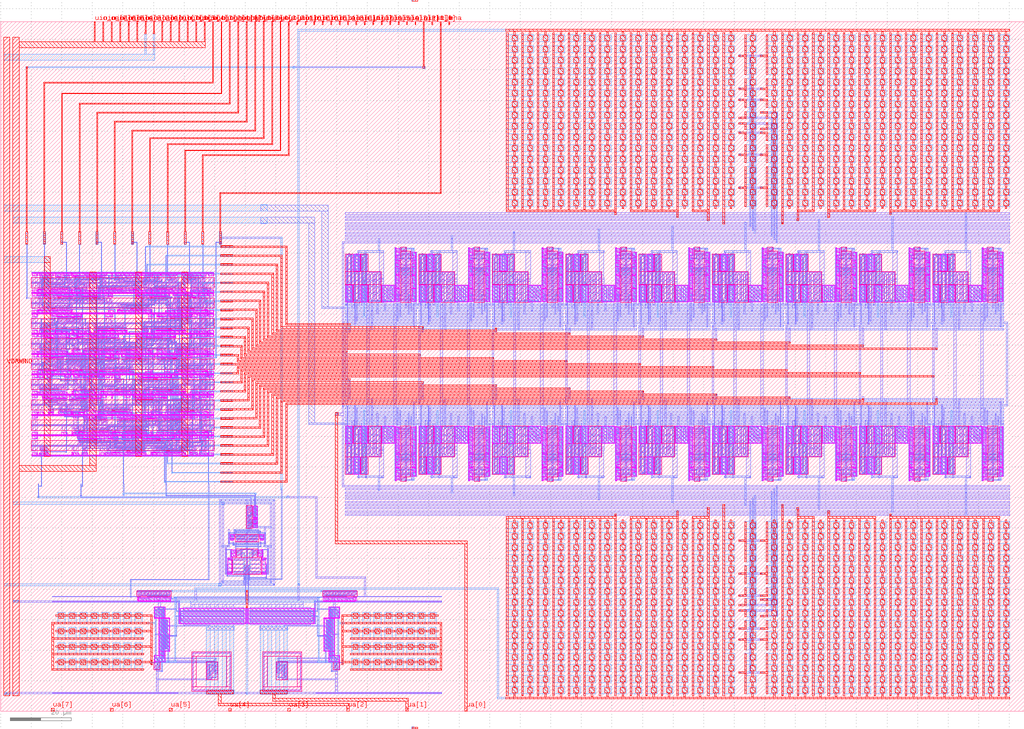
<source format=lef>
VERSION 5.7 ;
  NOWIREEXTENSIONATPIN ON ;
  DIVIDERCHAR "/" ;
  BUSBITCHARS "[]" ;
MACRO tt_um_tsar_adc
  CLASS BLOCK ;
  FOREIGN tt_um_tsar_adc ;
  ORIGIN 0.000 0.000 ;
  SIZE 334.880 BY 225.760 ;
  PIN clk
    DIRECTION INPUT ;
    USE SIGNAL ;
    ANTENNAGATEAREA 9.368000 ;
    PORT
      LAYER met4 ;
        RECT 143.830 224.760 144.130 225.760 ;
    END
  END clk
  PIN ena
    DIRECTION INPUT ;
    USE SIGNAL ;
    PORT
      LAYER met4 ;
        RECT 146.590 224.760 146.890 225.760 ;
    END
  END ena
  PIN rst_n
    DIRECTION INPUT ;
    USE SIGNAL ;
    PORT
      LAYER met4 ;
        RECT 141.070 224.760 141.370 225.760 ;
    END
  END rst_n
  PIN ua[0]
    DIRECTION INOUT ;
    USE SIGNAL ;
    ANTENNADIFFAREA 125.279999 ;
    PORT
      LAYER met4 ;
        RECT 151.810 0.000 152.710 1.000 ;
    END
  END ua[0]
  PIN ua[1]
    DIRECTION INOUT ;
    USE SIGNAL ;
    ANTENNADIFFAREA 18.559999 ;
    PORT
      LAYER met4 ;
        RECT 132.490 0.000 133.390 1.000 ;
    END
  END ua[1]
  PIN ua[2]
    DIRECTION INOUT ;
    USE SIGNAL ;
    ANTENNADIFFAREA 18.559999 ;
    PORT
      LAYER met4 ;
        RECT 113.170 0.000 114.070 1.000 ;
    END
  END ua[2]
  PIN ua[3]
    DIRECTION INOUT ;
    USE SIGNAL ;
    PORT
      LAYER met4 ;
        RECT 93.850 0.000 94.750 1.000 ;
    END
  END ua[3]
  PIN ua[4]
    DIRECTION INOUT ;
    USE SIGNAL ;
    PORT
      LAYER met4 ;
        RECT 74.530 0.000 75.430 1.000 ;
    END
  END ua[4]
  PIN ua[5]
    DIRECTION INOUT ;
    USE SIGNAL ;
    PORT
      LAYER met4 ;
        RECT 55.210 0.000 56.110 1.000 ;
    END
  END ua[5]
  PIN ua[6]
    DIRECTION INOUT ;
    USE SIGNAL ;
    PORT
      LAYER met4 ;
        RECT 35.890 0.000 36.790 1.000 ;
    END
  END ua[6]
  PIN ua[7]
    DIRECTION INOUT ;
    USE SIGNAL ;
    PORT
      LAYER met4 ;
        RECT 16.570 0.000 17.470 1.000 ;
    END
  END ua[7]
  PIN ui_in[0]
    DIRECTION INPUT ;
    USE SIGNAL ;
    ANTENNAGATEAREA 0.231000 ;
    PORT
      LAYER met4 ;
        RECT 138.310 224.760 138.610 225.760 ;
    END
  END ui_in[0]
  PIN ui_in[1]
    DIRECTION INPUT ;
    USE SIGNAL ;
    PORT
      LAYER met4 ;
        RECT 135.550 224.760 135.850 225.760 ;
    END
  END ui_in[1]
  PIN ui_in[2]
    DIRECTION INPUT ;
    USE SIGNAL ;
    PORT
      LAYER met4 ;
        RECT 132.790 224.760 133.090 225.760 ;
    END
  END ui_in[2]
  PIN ui_in[3]
    DIRECTION INPUT ;
    USE SIGNAL ;
    PORT
      LAYER met4 ;
        RECT 130.030 224.760 130.330 225.760 ;
    END
  END ui_in[3]
  PIN ui_in[4]
    DIRECTION INPUT ;
    USE SIGNAL ;
    PORT
      LAYER met4 ;
        RECT 127.270 224.760 127.570 225.760 ;
    END
  END ui_in[4]
  PIN ui_in[5]
    DIRECTION INPUT ;
    USE SIGNAL ;
    PORT
      LAYER met4 ;
        RECT 124.510 224.760 124.810 225.760 ;
    END
  END ui_in[5]
  PIN ui_in[6]
    DIRECTION INPUT ;
    USE SIGNAL ;
    PORT
      LAYER met4 ;
        RECT 121.750 224.760 122.050 225.760 ;
    END
  END ui_in[6]
  PIN ui_in[7]
    DIRECTION INPUT ;
    USE SIGNAL ;
    PORT
      LAYER met4 ;
        RECT 118.990 224.760 119.290 225.760 ;
    END
  END ui_in[7]
  PIN uio_in[0]
    DIRECTION INPUT ;
    USE SIGNAL ;
    PORT
      LAYER met4 ;
        RECT 116.230 224.760 116.530 225.760 ;
    END
  END uio_in[0]
  PIN uio_in[1]
    DIRECTION INPUT ;
    USE SIGNAL ;
    PORT
      LAYER met4 ;
        RECT 113.470 224.760 113.770 225.760 ;
    END
  END uio_in[1]
  PIN uio_in[2]
    DIRECTION INPUT ;
    USE SIGNAL ;
    PORT
      LAYER met4 ;
        RECT 110.710 224.760 111.010 225.760 ;
    END
  END uio_in[2]
  PIN uio_in[3]
    DIRECTION INPUT ;
    USE SIGNAL ;
    PORT
      LAYER met4 ;
        RECT 107.950 224.760 108.250 225.760 ;
    END
  END uio_in[3]
  PIN uio_in[4]
    DIRECTION INPUT ;
    USE SIGNAL ;
    PORT
      LAYER met4 ;
        RECT 105.190 224.760 105.490 225.760 ;
    END
  END uio_in[4]
  PIN uio_in[5]
    DIRECTION INPUT ;
    USE SIGNAL ;
    PORT
      LAYER met4 ;
        RECT 102.430 224.760 102.730 225.760 ;
    END
  END uio_in[5]
  PIN uio_in[6]
    DIRECTION INPUT ;
    USE SIGNAL ;
    PORT
      LAYER met4 ;
        RECT 99.670 224.760 99.970 225.760 ;
    END
  END uio_in[6]
  PIN uio_in[7]
    DIRECTION INPUT ;
    USE SIGNAL ;
    PORT
      LAYER met4 ;
        RECT 96.910 224.760 97.210 225.760 ;
    END
  END uio_in[7]
  PIN uio_oe[0]
    DIRECTION OUTPUT ;
    USE SIGNAL ;
    ANTENNAGATEAREA 31.230000 ;
    ANTENNADIFFAREA 830.561707 ;
    PORT
      LAYER met4 ;
        RECT 49.990 224.760 50.290 225.760 ;
    END
  END uio_oe[0]
  PIN uio_oe[1]
    DIRECTION OUTPUT ;
    USE SIGNAL ;
    ANTENNAGATEAREA 31.230000 ;
    ANTENNADIFFAREA 830.561707 ;
    PORT
      LAYER met4 ;
        RECT 47.230 224.760 47.530 225.760 ;
    END
  END uio_oe[1]
  PIN uio_oe[2]
    DIRECTION OUTPUT ;
    USE SIGNAL ;
    ANTENNAGATEAREA 69.000000 ;
    ANTENNADIFFAREA 555.876160 ;
    PORT
      LAYER met4 ;
        RECT 44.470 224.760 44.770 225.760 ;
    END
  END uio_oe[2]
  PIN uio_oe[3]
    DIRECTION OUTPUT ;
    USE SIGNAL ;
    ANTENNAGATEAREA 69.000000 ;
    ANTENNADIFFAREA 555.876160 ;
    PORT
      LAYER met4 ;
        RECT 41.710 224.760 42.010 225.760 ;
    END
  END uio_oe[3]
  PIN uio_oe[4]
    DIRECTION OUTPUT ;
    USE SIGNAL ;
    ANTENNAGATEAREA 69.000000 ;
    ANTENNADIFFAREA 555.876160 ;
    PORT
      LAYER met4 ;
        RECT 38.950 224.760 39.250 225.760 ;
    END
  END uio_oe[4]
  PIN uio_oe[5]
    DIRECTION OUTPUT ;
    USE SIGNAL ;
    ANTENNAGATEAREA 69.000000 ;
    ANTENNADIFFAREA 555.876160 ;
    PORT
      LAYER met4 ;
        RECT 36.190 224.760 36.490 225.760 ;
    END
  END uio_oe[5]
  PIN uio_oe[6]
    DIRECTION OUTPUT ;
    USE SIGNAL ;
    ANTENNAGATEAREA 69.000000 ;
    ANTENNADIFFAREA 555.876160 ;
    PORT
      LAYER met4 ;
        RECT 33.430 224.760 33.730 225.760 ;
    END
  END uio_oe[6]
  PIN uio_oe[7]
    DIRECTION OUTPUT ;
    USE SIGNAL ;
    ANTENNAGATEAREA 69.000000 ;
    ANTENNADIFFAREA 555.876160 ;
    PORT
      LAYER met4 ;
        RECT 30.670 224.760 30.970 225.760 ;
    END
  END uio_oe[7]
  PIN uio_out[0]
    DIRECTION OUTPUT ;
    USE SIGNAL ;
    ANTENNADIFFAREA 0.924000 ;
    PORT
      LAYER met4 ;
        RECT 72.070 224.760 72.370 225.760 ;
    END
  END uio_out[0]
  PIN uio_out[1]
    DIRECTION OUTPUT ;
    USE SIGNAL ;
    ANTENNADIFFAREA 0.924000 ;
    PORT
      LAYER met4 ;
        RECT 69.310 224.760 69.610 225.760 ;
    END
  END uio_out[1]
  PIN uio_out[2]
    DIRECTION OUTPUT ;
    USE SIGNAL ;
    ANTENNAGATEAREA 69.000000 ;
    ANTENNADIFFAREA 555.876160 ;
    PORT
      LAYER met4 ;
        RECT 66.550 224.760 66.850 225.760 ;
    END
  END uio_out[2]
  PIN uio_out[3]
    DIRECTION OUTPUT ;
    USE SIGNAL ;
    ANTENNAGATEAREA 69.000000 ;
    ANTENNADIFFAREA 555.876160 ;
    PORT
      LAYER met4 ;
        RECT 63.790 224.760 64.090 225.760 ;
    END
  END uio_out[3]
  PIN uio_out[4]
    DIRECTION OUTPUT ;
    USE SIGNAL ;
    ANTENNAGATEAREA 69.000000 ;
    ANTENNADIFFAREA 555.876160 ;
    PORT
      LAYER met4 ;
        RECT 61.030 224.760 61.330 225.760 ;
    END
  END uio_out[4]
  PIN uio_out[5]
    DIRECTION OUTPUT ;
    USE SIGNAL ;
    ANTENNAGATEAREA 69.000000 ;
    ANTENNADIFFAREA 555.876160 ;
    PORT
      LAYER met4 ;
        RECT 58.270 224.760 58.570 225.760 ;
    END
  END uio_out[5]
  PIN uio_out[6]
    DIRECTION OUTPUT ;
    USE SIGNAL ;
    ANTENNAGATEAREA 69.000000 ;
    ANTENNADIFFAREA 555.876160 ;
    PORT
      LAYER met4 ;
        RECT 55.510 224.760 55.810 225.760 ;
    END
  END uio_out[6]
  PIN uio_out[7]
    DIRECTION OUTPUT ;
    USE SIGNAL ;
    ANTENNAGATEAREA 69.000000 ;
    ANTENNADIFFAREA 555.876160 ;
    PORT
      LAYER met4 ;
        RECT 52.750 224.760 53.050 225.760 ;
    END
  END uio_out[7]
  PIN uo_out[0]
    DIRECTION OUTPUT ;
    USE SIGNAL ;
    ANTENNADIFFAREA 0.924000 ;
    PORT
      LAYER met4 ;
        RECT 94.150 224.760 94.450 225.760 ;
    END
  END uo_out[0]
  PIN uo_out[1]
    DIRECTION OUTPUT ;
    USE SIGNAL ;
    ANTENNADIFFAREA 0.924000 ;
    PORT
      LAYER met4 ;
        RECT 91.390 224.760 91.690 225.760 ;
    END
  END uo_out[1]
  PIN uo_out[2]
    DIRECTION OUTPUT ;
    USE SIGNAL ;
    ANTENNADIFFAREA 0.924000 ;
    PORT
      LAYER met4 ;
        RECT 88.630 224.760 88.930 225.760 ;
    END
  END uo_out[2]
  PIN uo_out[3]
    DIRECTION OUTPUT ;
    USE SIGNAL ;
    ANTENNADIFFAREA 0.924000 ;
    PORT
      LAYER met4 ;
        RECT 85.870 224.760 86.170 225.760 ;
    END
  END uo_out[3]
  PIN uo_out[4]
    DIRECTION OUTPUT ;
    USE SIGNAL ;
    ANTENNADIFFAREA 0.924000 ;
    PORT
      LAYER met4 ;
        RECT 83.110 224.760 83.410 225.760 ;
    END
  END uo_out[4]
  PIN uo_out[5]
    DIRECTION OUTPUT ;
    USE SIGNAL ;
    ANTENNADIFFAREA 0.924000 ;
    PORT
      LAYER met4 ;
        RECT 80.350 224.760 80.650 225.760 ;
    END
  END uo_out[5]
  PIN uo_out[6]
    DIRECTION OUTPUT ;
    USE SIGNAL ;
    ANTENNADIFFAREA 0.924000 ;
    PORT
      LAYER met4 ;
        RECT 77.590 224.760 77.890 225.760 ;
    END
  END uo_out[6]
  PIN uo_out[7]
    DIRECTION OUTPUT ;
    USE SIGNAL ;
    ANTENNADIFFAREA 0.924000 ;
    PORT
      LAYER met4 ;
        RECT 74.830 224.760 75.130 225.760 ;
    END
  END uo_out[7]
  PIN VDPWR
    DIRECTION INOUT ;
    USE POWER ;
    PORT
      LAYER met4 ;
        RECT 1.000 5.000 3.000 220.760 ;
    END
  END VDPWR
  PIN VGND
    DIRECTION INOUT ;
    USE GROUND ;
    PORT
      LAYER met4 ;
        RECT 4.000 5.000 6.000 220.760 ;
    END
  END VGND
  OBS
      LAYER pwell ;
        RECT 129.205 151.475 129.450 151.850 ;
        RECT 129.205 150.425 130.445 151.475 ;
      LAYER nwell ;
        RECT 130.865 150.600 132.725 152.040 ;
      LAYER pwell ;
        RECT 153.215 151.475 153.460 151.850 ;
        RECT 129.205 150.390 129.450 150.425 ;
      LAYER nwell ;
        RECT 112.800 144.015 115.260 149.765 ;
      LAYER pwell ;
        RECT 115.310 144.065 117.670 149.715 ;
      LAYER nwell ;
        RECT 117.720 144.015 120.180 149.760 ;
      LAYER pwell ;
        RECT 129.205 149.020 130.445 150.390 ;
        RECT 129.205 148.595 129.450 149.020 ;
        RECT 129.205 147.545 130.445 148.595 ;
        RECT 129.205 147.530 129.450 147.545 ;
        RECT 129.395 147.075 130.480 147.505 ;
      LAYER nwell ;
        RECT 112.800 144.010 120.180 144.015 ;
      LAYER pwell ;
        RECT 129.205 146.675 129.450 147.050 ;
        RECT 129.205 145.625 130.445 146.675 ;
        RECT 129.205 145.605 129.450 145.625 ;
        RECT 10.200 143.375 23.160 143.620 ;
        RECT 10.280 142.645 12.090 143.375 ;
        RECT 12.605 142.700 14.515 143.375 ;
        RECT 14.525 142.700 17.380 143.375 ;
        RECT 17.885 142.380 19.875 143.375 ;
        RECT 20.285 142.700 23.140 143.375 ;
        RECT 23.185 142.345 23.615 143.430 ;
        RECT 23.640 143.375 36.120 143.620 ;
        RECT 23.645 142.680 34.660 143.375 ;
        RECT 23.645 142.665 33.280 142.680 ;
        RECT 23.645 142.570 25.615 142.665 ;
        RECT 23.645 142.380 24.625 142.570 ;
        RECT 27.970 142.380 33.280 142.665 ;
        RECT 36.145 142.345 36.575 143.430 ;
        RECT 36.600 143.375 49.080 143.620 ;
        RECT 37.565 142.700 40.420 143.375 ;
        RECT 40.445 142.700 43.300 143.375 ;
        RECT 43.325 142.700 46.180 143.375 ;
        RECT 46.220 142.700 49.075 143.375 ;
        RECT 49.105 142.345 49.535 143.430 ;
        RECT 49.560 143.375 62.040 143.620 ;
        RECT 49.565 142.700 52.420 143.375 ;
        RECT 52.520 142.645 54.330 143.375 ;
        RECT 54.845 142.700 57.700 143.375 ;
        RECT 59.180 142.700 62.035 143.375 ;
        RECT 62.065 142.345 62.495 143.430 ;
        RECT 62.520 143.375 69.720 143.620 ;
        RECT 62.525 142.700 65.380 143.375 ;
        RECT 65.405 142.720 67.315 143.375 ;
        RECT 65.440 142.700 67.315 142.720 ;
        RECT 67.830 142.645 69.640 143.375 ;
      LAYER nwell ;
        RECT 28.280 141.970 29.360 142.065 ;
        RECT 28.280 141.960 33.290 141.970 ;
        RECT 10.010 138.620 69.910 141.960 ;
        RECT 112.800 139.655 124.570 144.010 ;
      LAYER pwell ;
        RECT 129.205 143.215 130.445 145.605 ;
        RECT 129.205 143.210 129.450 143.215 ;
        RECT 129.395 142.755 130.480 143.185 ;
      LAYER nwell ;
        RECT 115.260 139.650 124.570 139.655 ;
        RECT 16.760 138.610 21.770 138.620 ;
        RECT 34.630 138.610 39.640 138.620 ;
        RECT 50.950 138.610 55.960 138.620 ;
        RECT 16.760 138.515 17.840 138.610 ;
        RECT 38.560 138.515 39.640 138.610 ;
        RECT 54.880 138.515 55.960 138.610 ;
      LAYER pwell ;
        RECT 12.125 138.010 13.105 138.200 ;
        RECT 10.280 137.205 12.090 137.935 ;
        RECT 12.125 137.915 14.095 138.010 ;
        RECT 16.450 137.915 21.760 138.200 ;
        RECT 12.125 137.900 21.760 137.915 ;
        RECT 12.125 137.205 23.140 137.900 ;
        RECT 10.200 136.960 23.160 137.205 ;
        RECT 23.185 137.150 23.615 138.235 ;
        RECT 24.045 137.205 26.035 138.200 ;
        RECT 26.045 137.205 28.900 137.880 ;
        RECT 29.000 137.205 30.810 137.935 ;
        RECT 34.640 137.915 39.950 138.200 ;
        RECT 43.295 138.010 44.275 138.200 ;
        RECT 42.305 137.915 44.275 138.010 ;
        RECT 34.640 137.900 44.275 137.915 ;
        RECT 31.325 137.205 33.235 137.880 ;
        RECT 33.260 137.205 44.275 137.900 ;
        RECT 44.285 137.205 46.195 137.880 ;
        RECT 46.220 137.205 49.075 137.880 ;
        RECT 23.640 136.960 49.080 137.205 ;
        RECT 49.105 137.150 49.535 138.235 ;
        RECT 50.960 137.915 56.270 138.200 ;
        RECT 59.615 138.010 60.595 138.200 ;
        RECT 58.625 137.915 60.595 138.010 ;
        RECT 50.960 137.900 60.595 137.915 ;
        RECT 49.580 137.205 60.595 137.900 ;
        RECT 62.060 137.205 64.915 137.880 ;
        RECT 64.940 137.205 67.795 137.880 ;
        RECT 67.830 137.205 69.640 137.935 ;
        RECT 49.560 136.960 69.720 137.205 ;
        RECT 10.200 136.715 36.120 136.960 ;
        RECT 10.280 135.985 12.090 136.715 ;
        RECT 12.125 136.060 14.035 136.715 ;
        RECT 12.125 136.040 14.000 136.060 ;
        RECT 14.045 136.020 25.060 136.715 ;
        RECT 25.100 136.020 36.115 136.715 ;
        RECT 14.045 136.005 23.680 136.020 ;
        RECT 14.045 135.910 16.015 136.005 ;
        RECT 14.045 135.720 15.025 135.910 ;
        RECT 18.370 135.720 23.680 136.005 ;
        RECT 26.480 136.005 36.115 136.020 ;
        RECT 26.480 135.720 31.790 136.005 ;
        RECT 34.145 135.910 36.115 136.005 ;
        RECT 35.135 135.720 36.115 135.910 ;
        RECT 36.145 135.685 36.575 136.770 ;
        RECT 36.600 136.715 62.040 136.960 ;
        RECT 44.285 136.020 55.300 136.715 ;
        RECT 56.300 136.040 59.155 136.715 ;
        RECT 59.180 136.040 62.035 136.715 ;
        RECT 44.285 136.005 53.920 136.020 ;
        RECT 44.285 135.910 46.255 136.005 ;
        RECT 44.285 135.720 45.265 135.910 ;
        RECT 48.610 135.720 53.920 136.005 ;
        RECT 62.065 135.685 62.495 136.770 ;
        RECT 62.520 136.715 69.720 136.960 ;
        RECT 62.670 135.590 64.800 136.715 ;
        RECT 64.925 136.040 67.780 136.715 ;
        RECT 67.830 135.985 69.640 136.715 ;
        RECT 62.670 135.510 63.615 135.590 ;
      LAYER nwell ;
        RECT 18.680 135.310 19.760 135.405 ;
        RECT 30.400 135.310 31.480 135.405 ;
        RECT 18.680 135.300 23.690 135.310 ;
        RECT 26.470 135.300 31.480 135.310 ;
        RECT 48.920 135.310 50.000 135.405 ;
        RECT 48.920 135.300 53.930 135.310 ;
        RECT 10.010 131.960 69.910 135.300 ;
      LAYER pwell ;
        RECT 112.850 133.955 115.210 139.605 ;
      LAYER nwell ;
        RECT 115.260 133.905 117.720 139.650 ;
      LAYER pwell ;
        RECT 117.770 133.950 120.130 139.600 ;
      LAYER nwell ;
        RECT 120.180 133.900 124.570 139.650 ;
      LAYER pwell ;
        RECT 129.205 142.710 129.450 142.730 ;
        RECT 124.620 133.950 128.910 139.600 ;
        RECT 129.205 138.505 130.445 142.710 ;
        RECT 129.205 138.390 129.450 138.505 ;
        RECT 129.205 134.185 130.445 138.390 ;
        RECT 129.205 134.090 129.450 134.185 ;
      LAYER nwell ;
        RECT 130.865 133.900 134.205 150.600 ;
      LAYER pwell ;
        RECT 153.215 150.425 154.455 151.475 ;
      LAYER nwell ;
        RECT 154.875 150.600 156.735 152.040 ;
      LAYER pwell ;
        RECT 177.225 151.475 177.470 151.850 ;
        RECT 135.620 150.360 135.865 150.410 ;
        RECT 134.625 148.990 135.865 150.360 ;
        RECT 153.215 150.390 153.460 150.425 ;
        RECT 135.620 148.595 135.865 148.990 ;
        RECT 134.625 147.545 135.865 148.595 ;
        RECT 135.620 147.530 135.865 147.545 ;
        RECT 134.590 147.075 135.675 147.505 ;
        RECT 135.620 146.675 135.865 147.050 ;
        RECT 134.625 145.625 135.865 146.675 ;
        RECT 135.620 145.605 135.865 145.625 ;
        RECT 134.625 143.215 135.865 145.605 ;
        RECT 135.620 143.210 135.865 143.215 ;
      LAYER nwell ;
        RECT 136.810 144.015 139.270 149.765 ;
      LAYER pwell ;
        RECT 139.320 144.065 141.680 149.715 ;
      LAYER nwell ;
        RECT 141.730 144.015 144.190 149.760 ;
      LAYER pwell ;
        RECT 153.215 149.020 154.455 150.390 ;
        RECT 153.215 148.595 153.460 149.020 ;
        RECT 153.215 147.545 154.455 148.595 ;
        RECT 153.215 147.530 153.460 147.545 ;
        RECT 153.405 147.075 154.490 147.505 ;
      LAYER nwell ;
        RECT 136.810 144.010 144.190 144.015 ;
      LAYER pwell ;
        RECT 153.215 146.675 153.460 147.050 ;
        RECT 153.215 145.625 154.455 146.675 ;
        RECT 153.215 145.605 153.460 145.625 ;
        RECT 134.590 142.755 135.675 143.185 ;
        RECT 135.620 142.710 135.865 142.730 ;
        RECT 134.625 138.505 135.865 142.710 ;
      LAYER nwell ;
        RECT 136.810 139.655 148.580 144.010 ;
      LAYER pwell ;
        RECT 153.215 143.215 154.455 145.605 ;
        RECT 153.215 143.210 153.460 143.215 ;
        RECT 153.405 142.755 154.490 143.185 ;
      LAYER nwell ;
        RECT 139.270 139.650 148.580 139.655 ;
      LAYER pwell ;
        RECT 135.620 138.390 135.865 138.505 ;
        RECT 134.625 134.185 135.865 138.390 ;
        RECT 135.620 134.090 135.865 134.185 ;
        RECT 136.860 133.955 139.220 139.605 ;
      LAYER nwell ;
        RECT 139.270 133.905 141.730 139.650 ;
      LAYER pwell ;
        RECT 141.780 133.950 144.140 139.600 ;
      LAYER nwell ;
        RECT 144.190 133.900 148.580 139.650 ;
      LAYER pwell ;
        RECT 153.215 142.710 153.460 142.730 ;
        RECT 148.630 133.950 152.920 139.600 ;
        RECT 153.215 138.505 154.455 142.710 ;
        RECT 153.215 138.390 153.460 138.505 ;
        RECT 153.215 134.185 154.455 138.390 ;
        RECT 153.215 134.090 153.460 134.185 ;
      LAYER nwell ;
        RECT 154.875 133.900 158.215 150.600 ;
      LAYER pwell ;
        RECT 177.225 150.425 178.465 151.475 ;
      LAYER nwell ;
        RECT 178.885 150.600 180.745 152.040 ;
      LAYER pwell ;
        RECT 201.235 151.475 201.480 151.850 ;
        RECT 159.630 150.360 159.875 150.410 ;
        RECT 158.635 148.990 159.875 150.360 ;
        RECT 177.225 150.390 177.470 150.425 ;
        RECT 159.630 148.595 159.875 148.990 ;
        RECT 158.635 147.545 159.875 148.595 ;
        RECT 159.630 147.530 159.875 147.545 ;
        RECT 158.600 147.075 159.685 147.505 ;
        RECT 159.630 146.675 159.875 147.050 ;
        RECT 158.635 145.625 159.875 146.675 ;
        RECT 159.630 145.605 159.875 145.625 ;
        RECT 158.635 143.215 159.875 145.605 ;
        RECT 159.630 143.210 159.875 143.215 ;
      LAYER nwell ;
        RECT 160.820 144.015 163.280 149.765 ;
      LAYER pwell ;
        RECT 163.330 144.065 165.690 149.715 ;
      LAYER nwell ;
        RECT 165.740 144.015 168.200 149.760 ;
      LAYER pwell ;
        RECT 177.225 149.020 178.465 150.390 ;
        RECT 177.225 148.595 177.470 149.020 ;
        RECT 177.225 147.545 178.465 148.595 ;
        RECT 177.225 147.530 177.470 147.545 ;
        RECT 177.415 147.075 178.500 147.505 ;
      LAYER nwell ;
        RECT 160.820 144.010 168.200 144.015 ;
      LAYER pwell ;
        RECT 177.225 146.675 177.470 147.050 ;
        RECT 177.225 145.625 178.465 146.675 ;
        RECT 177.225 145.605 177.470 145.625 ;
        RECT 158.600 142.755 159.685 143.185 ;
        RECT 159.630 142.710 159.875 142.730 ;
        RECT 158.635 138.505 159.875 142.710 ;
      LAYER nwell ;
        RECT 160.820 139.655 172.590 144.010 ;
      LAYER pwell ;
        RECT 177.225 143.215 178.465 145.605 ;
        RECT 177.225 143.210 177.470 143.215 ;
        RECT 177.415 142.755 178.500 143.185 ;
      LAYER nwell ;
        RECT 163.280 139.650 172.590 139.655 ;
      LAYER pwell ;
        RECT 159.630 138.390 159.875 138.505 ;
        RECT 158.635 134.185 159.875 138.390 ;
        RECT 159.630 134.090 159.875 134.185 ;
        RECT 160.870 133.955 163.230 139.605 ;
      LAYER nwell ;
        RECT 163.280 133.905 165.740 139.650 ;
      LAYER pwell ;
        RECT 165.790 133.950 168.150 139.600 ;
      LAYER nwell ;
        RECT 168.200 133.900 172.590 139.650 ;
      LAYER pwell ;
        RECT 177.225 142.710 177.470 142.730 ;
        RECT 172.640 133.950 176.930 139.600 ;
        RECT 177.225 138.505 178.465 142.710 ;
        RECT 177.225 138.390 177.470 138.505 ;
        RECT 177.225 134.185 178.465 138.390 ;
        RECT 177.225 134.090 177.470 134.185 ;
      LAYER nwell ;
        RECT 178.885 133.900 182.225 150.600 ;
      LAYER pwell ;
        RECT 201.235 150.425 202.475 151.475 ;
      LAYER nwell ;
        RECT 202.895 150.600 204.755 152.040 ;
      LAYER pwell ;
        RECT 225.245 151.475 225.490 151.850 ;
        RECT 183.640 150.360 183.885 150.410 ;
        RECT 182.645 148.990 183.885 150.360 ;
        RECT 201.235 150.390 201.480 150.425 ;
        RECT 183.640 148.595 183.885 148.990 ;
        RECT 182.645 147.545 183.885 148.595 ;
        RECT 183.640 147.530 183.885 147.545 ;
        RECT 182.610 147.075 183.695 147.505 ;
        RECT 183.640 146.675 183.885 147.050 ;
        RECT 182.645 145.625 183.885 146.675 ;
        RECT 183.640 145.605 183.885 145.625 ;
        RECT 182.645 143.215 183.885 145.605 ;
        RECT 183.640 143.210 183.885 143.215 ;
      LAYER nwell ;
        RECT 184.830 144.015 187.290 149.765 ;
      LAYER pwell ;
        RECT 187.340 144.065 189.700 149.715 ;
      LAYER nwell ;
        RECT 189.750 144.015 192.210 149.760 ;
      LAYER pwell ;
        RECT 201.235 149.020 202.475 150.390 ;
        RECT 201.235 148.595 201.480 149.020 ;
        RECT 201.235 147.545 202.475 148.595 ;
        RECT 201.235 147.530 201.480 147.545 ;
        RECT 201.425 147.075 202.510 147.505 ;
      LAYER nwell ;
        RECT 184.830 144.010 192.210 144.015 ;
      LAYER pwell ;
        RECT 201.235 146.675 201.480 147.050 ;
        RECT 201.235 145.625 202.475 146.675 ;
        RECT 201.235 145.605 201.480 145.625 ;
        RECT 182.610 142.755 183.695 143.185 ;
        RECT 183.640 142.710 183.885 142.730 ;
        RECT 182.645 138.505 183.885 142.710 ;
      LAYER nwell ;
        RECT 184.830 139.655 196.600 144.010 ;
      LAYER pwell ;
        RECT 201.235 143.215 202.475 145.605 ;
        RECT 201.235 143.210 201.480 143.215 ;
        RECT 201.425 142.755 202.510 143.185 ;
      LAYER nwell ;
        RECT 187.290 139.650 196.600 139.655 ;
      LAYER pwell ;
        RECT 183.640 138.390 183.885 138.505 ;
        RECT 182.645 134.185 183.885 138.390 ;
        RECT 183.640 134.090 183.885 134.185 ;
        RECT 184.880 133.955 187.240 139.605 ;
      LAYER nwell ;
        RECT 187.290 133.905 189.750 139.650 ;
      LAYER pwell ;
        RECT 189.800 133.950 192.160 139.600 ;
      LAYER nwell ;
        RECT 192.210 133.900 196.600 139.650 ;
      LAYER pwell ;
        RECT 201.235 142.710 201.480 142.730 ;
        RECT 196.650 133.950 200.940 139.600 ;
        RECT 201.235 138.505 202.475 142.710 ;
        RECT 201.235 138.390 201.480 138.505 ;
        RECT 201.235 134.185 202.475 138.390 ;
        RECT 201.235 134.090 201.480 134.185 ;
      LAYER nwell ;
        RECT 202.895 133.900 206.235 150.600 ;
      LAYER pwell ;
        RECT 225.245 150.425 226.485 151.475 ;
      LAYER nwell ;
        RECT 226.905 150.600 228.765 152.040 ;
      LAYER pwell ;
        RECT 249.260 151.475 249.505 151.850 ;
        RECT 207.650 150.360 207.895 150.410 ;
        RECT 206.655 148.990 207.895 150.360 ;
        RECT 225.245 150.390 225.490 150.425 ;
        RECT 207.650 148.595 207.895 148.990 ;
        RECT 206.655 147.545 207.895 148.595 ;
        RECT 207.650 147.530 207.895 147.545 ;
        RECT 206.620 147.075 207.705 147.505 ;
        RECT 207.650 146.675 207.895 147.050 ;
        RECT 206.655 145.625 207.895 146.675 ;
        RECT 207.650 145.605 207.895 145.625 ;
        RECT 206.655 143.215 207.895 145.605 ;
        RECT 207.650 143.210 207.895 143.215 ;
      LAYER nwell ;
        RECT 208.840 144.015 211.300 149.765 ;
      LAYER pwell ;
        RECT 211.350 144.065 213.710 149.715 ;
      LAYER nwell ;
        RECT 213.760 144.015 216.220 149.760 ;
      LAYER pwell ;
        RECT 225.245 149.020 226.485 150.390 ;
        RECT 225.245 148.595 225.490 149.020 ;
        RECT 225.245 147.545 226.485 148.595 ;
        RECT 225.245 147.530 225.490 147.545 ;
        RECT 225.435 147.075 226.520 147.505 ;
      LAYER nwell ;
        RECT 208.840 144.010 216.220 144.015 ;
      LAYER pwell ;
        RECT 225.245 146.675 225.490 147.050 ;
        RECT 225.245 145.625 226.485 146.675 ;
        RECT 225.245 145.605 225.490 145.625 ;
        RECT 206.620 142.755 207.705 143.185 ;
        RECT 207.650 142.710 207.895 142.730 ;
        RECT 206.655 138.505 207.895 142.710 ;
      LAYER nwell ;
        RECT 208.840 139.655 220.610 144.010 ;
      LAYER pwell ;
        RECT 225.245 143.215 226.485 145.605 ;
        RECT 225.245 143.210 225.490 143.215 ;
        RECT 225.435 142.755 226.520 143.185 ;
      LAYER nwell ;
        RECT 211.300 139.650 220.610 139.655 ;
      LAYER pwell ;
        RECT 207.650 138.390 207.895 138.505 ;
        RECT 206.655 134.185 207.895 138.390 ;
        RECT 207.650 134.090 207.895 134.185 ;
        RECT 208.890 133.955 211.250 139.605 ;
      LAYER nwell ;
        RECT 211.300 133.905 213.760 139.650 ;
      LAYER pwell ;
        RECT 213.810 133.950 216.170 139.600 ;
      LAYER nwell ;
        RECT 216.220 133.900 220.610 139.650 ;
      LAYER pwell ;
        RECT 225.245 142.710 225.490 142.730 ;
        RECT 220.660 133.950 224.950 139.600 ;
        RECT 225.245 138.505 226.485 142.710 ;
        RECT 225.245 138.390 225.490 138.505 ;
        RECT 225.245 134.185 226.485 138.390 ;
        RECT 225.245 134.090 225.490 134.185 ;
      LAYER nwell ;
        RECT 226.905 133.900 230.245 150.600 ;
      LAYER pwell ;
        RECT 249.260 150.425 250.500 151.475 ;
      LAYER nwell ;
        RECT 250.920 150.600 252.780 152.040 ;
      LAYER pwell ;
        RECT 273.315 151.475 273.560 151.850 ;
        RECT 231.660 150.360 231.905 150.410 ;
        RECT 230.665 148.990 231.905 150.360 ;
        RECT 249.260 150.390 249.505 150.425 ;
        RECT 231.660 148.595 231.905 148.990 ;
        RECT 230.665 147.545 231.905 148.595 ;
        RECT 231.660 147.530 231.905 147.545 ;
        RECT 230.630 147.075 231.715 147.505 ;
        RECT 231.660 146.675 231.905 147.050 ;
        RECT 230.665 145.625 231.905 146.675 ;
        RECT 231.660 145.605 231.905 145.625 ;
        RECT 230.665 143.215 231.905 145.605 ;
        RECT 231.660 143.210 231.905 143.215 ;
      LAYER nwell ;
        RECT 232.855 144.015 235.315 149.765 ;
      LAYER pwell ;
        RECT 235.365 144.065 237.725 149.715 ;
      LAYER nwell ;
        RECT 237.775 144.015 240.235 149.760 ;
      LAYER pwell ;
        RECT 249.260 149.020 250.500 150.390 ;
        RECT 249.260 148.595 249.505 149.020 ;
        RECT 249.260 147.545 250.500 148.595 ;
        RECT 249.260 147.530 249.505 147.545 ;
        RECT 249.450 147.075 250.535 147.505 ;
      LAYER nwell ;
        RECT 232.855 144.010 240.235 144.015 ;
      LAYER pwell ;
        RECT 249.260 146.675 249.505 147.050 ;
        RECT 249.260 145.625 250.500 146.675 ;
        RECT 249.260 145.605 249.505 145.625 ;
        RECT 230.630 142.755 231.715 143.185 ;
        RECT 231.660 142.710 231.905 142.730 ;
        RECT 230.665 138.505 231.905 142.710 ;
      LAYER nwell ;
        RECT 232.855 139.655 244.625 144.010 ;
      LAYER pwell ;
        RECT 249.260 143.215 250.500 145.605 ;
        RECT 249.260 143.210 249.505 143.215 ;
        RECT 249.450 142.755 250.535 143.185 ;
      LAYER nwell ;
        RECT 235.315 139.650 244.625 139.655 ;
      LAYER pwell ;
        RECT 231.660 138.390 231.905 138.505 ;
        RECT 230.665 134.185 231.905 138.390 ;
        RECT 231.660 134.090 231.905 134.185 ;
        RECT 232.905 133.955 235.265 139.605 ;
      LAYER nwell ;
        RECT 235.315 133.905 237.775 139.650 ;
      LAYER pwell ;
        RECT 237.825 133.950 240.185 139.600 ;
      LAYER nwell ;
        RECT 240.235 133.900 244.625 139.650 ;
      LAYER pwell ;
        RECT 249.260 142.710 249.505 142.730 ;
        RECT 244.675 133.950 248.965 139.600 ;
        RECT 249.260 138.505 250.500 142.710 ;
        RECT 249.260 138.390 249.505 138.505 ;
        RECT 249.260 134.185 250.500 138.390 ;
        RECT 249.260 134.090 249.505 134.185 ;
      LAYER nwell ;
        RECT 250.920 133.900 254.260 150.600 ;
      LAYER pwell ;
        RECT 273.315 150.425 274.555 151.475 ;
      LAYER nwell ;
        RECT 274.975 150.600 276.835 152.040 ;
      LAYER pwell ;
        RECT 297.275 151.475 297.520 151.850 ;
        RECT 255.675 150.360 255.920 150.410 ;
        RECT 254.680 148.990 255.920 150.360 ;
        RECT 273.315 150.390 273.560 150.425 ;
        RECT 255.675 148.595 255.920 148.990 ;
        RECT 254.680 147.545 255.920 148.595 ;
        RECT 255.675 147.530 255.920 147.545 ;
        RECT 254.645 147.075 255.730 147.505 ;
        RECT 255.675 146.675 255.920 147.050 ;
        RECT 254.680 145.625 255.920 146.675 ;
        RECT 255.675 145.605 255.920 145.625 ;
        RECT 254.680 143.215 255.920 145.605 ;
        RECT 255.675 143.210 255.920 143.215 ;
      LAYER nwell ;
        RECT 256.910 144.015 259.370 149.765 ;
      LAYER pwell ;
        RECT 259.420 144.065 261.780 149.715 ;
      LAYER nwell ;
        RECT 261.830 144.015 264.290 149.760 ;
      LAYER pwell ;
        RECT 273.315 149.020 274.555 150.390 ;
        RECT 273.315 148.595 273.560 149.020 ;
        RECT 273.315 147.545 274.555 148.595 ;
        RECT 273.315 147.530 273.560 147.545 ;
        RECT 273.505 147.075 274.590 147.505 ;
      LAYER nwell ;
        RECT 256.910 144.010 264.290 144.015 ;
      LAYER pwell ;
        RECT 273.315 146.675 273.560 147.050 ;
        RECT 273.315 145.625 274.555 146.675 ;
        RECT 273.315 145.605 273.560 145.625 ;
        RECT 254.645 142.755 255.730 143.185 ;
        RECT 255.675 142.710 255.920 142.730 ;
        RECT 254.680 138.505 255.920 142.710 ;
      LAYER nwell ;
        RECT 256.910 139.655 268.680 144.010 ;
      LAYER pwell ;
        RECT 273.315 143.215 274.555 145.605 ;
        RECT 273.315 143.210 273.560 143.215 ;
        RECT 273.505 142.755 274.590 143.185 ;
      LAYER nwell ;
        RECT 259.370 139.650 268.680 139.655 ;
      LAYER pwell ;
        RECT 255.675 138.390 255.920 138.505 ;
        RECT 254.680 134.185 255.920 138.390 ;
        RECT 255.675 134.090 255.920 134.185 ;
        RECT 256.960 133.955 259.320 139.605 ;
      LAYER nwell ;
        RECT 259.370 133.905 261.830 139.650 ;
      LAYER pwell ;
        RECT 261.880 133.950 264.240 139.600 ;
      LAYER nwell ;
        RECT 264.290 133.900 268.680 139.650 ;
      LAYER pwell ;
        RECT 273.315 142.710 273.560 142.730 ;
        RECT 268.730 133.950 273.020 139.600 ;
        RECT 273.315 138.505 274.555 142.710 ;
        RECT 273.315 138.390 273.560 138.505 ;
        RECT 273.315 134.185 274.555 138.390 ;
        RECT 273.315 134.090 273.560 134.185 ;
      LAYER nwell ;
        RECT 274.975 133.900 278.315 150.600 ;
      LAYER pwell ;
        RECT 297.275 150.425 298.515 151.475 ;
      LAYER nwell ;
        RECT 298.935 150.600 300.795 152.040 ;
      LAYER pwell ;
        RECT 321.285 151.475 321.530 151.850 ;
        RECT 279.730 150.360 279.975 150.410 ;
        RECT 278.735 148.990 279.975 150.360 ;
        RECT 297.275 150.390 297.520 150.425 ;
        RECT 279.730 148.595 279.975 148.990 ;
        RECT 278.735 147.545 279.975 148.595 ;
        RECT 279.730 147.530 279.975 147.545 ;
        RECT 278.700 147.075 279.785 147.505 ;
        RECT 279.730 146.675 279.975 147.050 ;
        RECT 278.735 145.625 279.975 146.675 ;
        RECT 279.730 145.605 279.975 145.625 ;
        RECT 278.735 143.215 279.975 145.605 ;
        RECT 279.730 143.210 279.975 143.215 ;
      LAYER nwell ;
        RECT 280.870 144.015 283.330 149.765 ;
      LAYER pwell ;
        RECT 283.380 144.065 285.740 149.715 ;
      LAYER nwell ;
        RECT 285.790 144.015 288.250 149.760 ;
      LAYER pwell ;
        RECT 297.275 149.020 298.515 150.390 ;
        RECT 297.275 148.595 297.520 149.020 ;
        RECT 297.275 147.545 298.515 148.595 ;
        RECT 297.275 147.530 297.520 147.545 ;
        RECT 297.465 147.075 298.550 147.505 ;
      LAYER nwell ;
        RECT 280.870 144.010 288.250 144.015 ;
      LAYER pwell ;
        RECT 297.275 146.675 297.520 147.050 ;
        RECT 297.275 145.625 298.515 146.675 ;
        RECT 297.275 145.605 297.520 145.625 ;
        RECT 278.700 142.755 279.785 143.185 ;
        RECT 279.730 142.710 279.975 142.730 ;
        RECT 278.735 138.505 279.975 142.710 ;
      LAYER nwell ;
        RECT 280.870 139.655 292.640 144.010 ;
      LAYER pwell ;
        RECT 297.275 143.215 298.515 145.605 ;
        RECT 297.275 143.210 297.520 143.215 ;
        RECT 297.465 142.755 298.550 143.185 ;
      LAYER nwell ;
        RECT 283.330 139.650 292.640 139.655 ;
      LAYER pwell ;
        RECT 279.730 138.390 279.975 138.505 ;
        RECT 278.735 134.185 279.975 138.390 ;
        RECT 279.730 134.090 279.975 134.185 ;
        RECT 280.920 133.955 283.280 139.605 ;
      LAYER nwell ;
        RECT 283.330 133.905 285.790 139.650 ;
      LAYER pwell ;
        RECT 285.840 133.950 288.200 139.600 ;
      LAYER nwell ;
        RECT 288.250 133.900 292.640 139.650 ;
      LAYER pwell ;
        RECT 297.275 142.710 297.520 142.730 ;
        RECT 292.690 133.950 296.980 139.600 ;
        RECT 297.275 138.505 298.515 142.710 ;
        RECT 297.275 138.390 297.520 138.505 ;
        RECT 297.275 134.185 298.515 138.390 ;
        RECT 297.275 134.090 297.520 134.185 ;
      LAYER nwell ;
        RECT 298.935 133.900 302.275 150.600 ;
      LAYER pwell ;
        RECT 321.285 150.425 322.525 151.475 ;
      LAYER nwell ;
        RECT 322.945 150.600 324.805 152.040 ;
      LAYER pwell ;
        RECT 303.690 150.360 303.935 150.410 ;
        RECT 302.695 148.990 303.935 150.360 ;
        RECT 321.285 150.390 321.530 150.425 ;
        RECT 303.690 148.595 303.935 148.990 ;
        RECT 302.695 147.545 303.935 148.595 ;
        RECT 303.690 147.530 303.935 147.545 ;
        RECT 302.660 147.075 303.745 147.505 ;
        RECT 303.690 146.675 303.935 147.050 ;
        RECT 302.695 145.625 303.935 146.675 ;
        RECT 303.690 145.605 303.935 145.625 ;
        RECT 302.695 143.215 303.935 145.605 ;
        RECT 303.690 143.210 303.935 143.215 ;
      LAYER nwell ;
        RECT 304.880 144.015 307.340 149.765 ;
      LAYER pwell ;
        RECT 307.390 144.065 309.750 149.715 ;
      LAYER nwell ;
        RECT 309.800 144.015 312.260 149.760 ;
      LAYER pwell ;
        RECT 321.285 149.020 322.525 150.390 ;
        RECT 321.285 148.595 321.530 149.020 ;
        RECT 321.285 147.545 322.525 148.595 ;
        RECT 321.285 147.530 321.530 147.545 ;
        RECT 321.475 147.075 322.560 147.505 ;
      LAYER nwell ;
        RECT 304.880 144.010 312.260 144.015 ;
      LAYER pwell ;
        RECT 321.285 146.675 321.530 147.050 ;
        RECT 321.285 145.625 322.525 146.675 ;
        RECT 321.285 145.605 321.530 145.625 ;
        RECT 302.660 142.755 303.745 143.185 ;
        RECT 303.690 142.710 303.935 142.730 ;
        RECT 302.695 138.505 303.935 142.710 ;
      LAYER nwell ;
        RECT 304.880 139.655 316.650 144.010 ;
      LAYER pwell ;
        RECT 321.285 143.215 322.525 145.605 ;
        RECT 321.285 143.210 321.530 143.215 ;
        RECT 321.475 142.755 322.560 143.185 ;
      LAYER nwell ;
        RECT 307.340 139.650 316.650 139.655 ;
      LAYER pwell ;
        RECT 303.690 138.390 303.935 138.505 ;
        RECT 302.695 134.185 303.935 138.390 ;
        RECT 303.690 134.090 303.935 134.185 ;
        RECT 304.930 133.955 307.290 139.605 ;
      LAYER nwell ;
        RECT 307.340 133.905 309.800 139.650 ;
      LAYER pwell ;
        RECT 309.850 133.950 312.210 139.600 ;
      LAYER nwell ;
        RECT 312.260 133.900 316.650 139.650 ;
      LAYER pwell ;
        RECT 321.285 142.710 321.530 142.730 ;
        RECT 316.700 133.950 320.990 139.600 ;
        RECT 321.285 138.505 322.525 142.710 ;
        RECT 321.285 138.390 321.530 138.505 ;
        RECT 321.285 134.185 322.525 138.390 ;
        RECT 321.285 134.090 321.530 134.185 ;
      LAYER nwell ;
        RECT 322.945 133.900 326.285 150.600 ;
      LAYER pwell ;
        RECT 327.700 150.360 327.945 150.410 ;
        RECT 326.705 148.990 327.945 150.360 ;
        RECT 327.700 148.595 327.945 148.990 ;
        RECT 326.705 147.545 327.945 148.595 ;
        RECT 327.700 147.530 327.945 147.545 ;
        RECT 326.670 147.075 327.755 147.505 ;
        RECT 327.700 146.675 327.945 147.050 ;
        RECT 326.705 145.625 327.945 146.675 ;
        RECT 327.700 145.605 327.945 145.625 ;
        RECT 326.705 143.215 327.945 145.605 ;
        RECT 327.700 143.210 327.945 143.215 ;
        RECT 326.670 142.755 327.755 143.185 ;
        RECT 327.700 142.710 327.945 142.730 ;
        RECT 326.705 138.505 327.945 142.710 ;
        RECT 327.700 138.390 327.945 138.505 ;
        RECT 326.705 134.185 327.945 138.390 ;
        RECT 327.700 134.090 327.945 134.185 ;
      LAYER nwell ;
        RECT 16.760 131.950 21.770 131.960 ;
        RECT 42.680 131.950 47.690 131.960 ;
        RECT 58.150 131.950 63.160 131.960 ;
        RECT 16.760 131.855 17.840 131.950 ;
        RECT 42.680 131.855 43.760 131.950 ;
        RECT 62.080 131.855 63.160 131.950 ;
      LAYER pwell ;
        RECT 12.125 131.350 13.105 131.540 ;
        RECT 10.280 130.545 12.090 131.275 ;
        RECT 12.125 131.255 14.095 131.350 ;
        RECT 16.450 131.255 21.760 131.540 ;
        RECT 12.125 131.240 21.760 131.255 ;
        RECT 12.125 130.545 23.140 131.240 ;
        RECT 10.200 130.300 23.160 130.545 ;
        RECT 23.185 130.490 23.615 131.575 ;
        RECT 38.045 131.350 39.025 131.540 ;
        RECT 35.240 130.545 37.050 131.275 ;
        RECT 38.045 131.255 40.015 131.350 ;
        RECT 42.370 131.255 47.680 131.540 ;
        RECT 38.045 131.240 47.680 131.255 ;
        RECT 38.045 130.545 49.060 131.240 ;
        RECT 23.640 130.300 49.080 130.545 ;
        RECT 49.105 130.490 49.535 131.575 ;
        RECT 58.160 131.255 63.470 131.540 ;
        RECT 66.815 131.350 67.795 131.540 ;
        RECT 65.825 131.255 67.795 131.350 ;
        RECT 58.160 131.240 67.795 131.255 ;
        RECT 53.900 130.545 56.755 131.220 ;
        RECT 56.780 130.545 67.795 131.240 ;
        RECT 67.830 130.545 69.640 131.275 ;
        RECT 49.560 130.300 69.720 130.545 ;
        RECT 10.200 130.055 36.120 130.300 ;
        RECT 10.280 129.325 12.090 130.055 ;
        RECT 16.445 129.400 18.355 130.055 ;
        RECT 16.480 129.380 18.355 129.400 ;
        RECT 18.365 129.245 26.515 130.055 ;
        RECT 34.280 129.325 36.090 130.055 ;
        RECT 18.365 129.130 21.880 129.245 ;
        RECT 18.365 129.060 19.310 129.130 ;
        RECT 22.960 129.125 26.515 129.245 ;
        RECT 23.435 129.060 26.515 129.125 ;
        RECT 23.435 128.870 24.055 129.060 ;
        RECT 36.145 129.025 36.575 130.110 ;
        RECT 36.600 130.055 62.040 130.300 ;
        RECT 48.200 129.325 50.010 130.055 ;
        RECT 51.005 129.360 62.020 130.055 ;
        RECT 51.005 129.345 60.640 129.360 ;
        RECT 51.005 129.250 52.975 129.345 ;
        RECT 51.005 129.060 51.985 129.250 ;
        RECT 55.330 129.060 60.640 129.345 ;
        RECT 62.065 129.025 62.495 130.110 ;
        RECT 62.520 130.055 69.720 130.300 ;
        RECT 62.600 129.325 64.410 130.055 ;
        RECT 64.925 129.380 67.780 130.055 ;
        RECT 67.830 129.325 69.640 130.055 ;
      LAYER nwell ;
        RECT 55.640 128.650 56.720 128.745 ;
        RECT 55.640 128.640 60.650 128.650 ;
        RECT 10.010 125.300 69.910 128.640 ;
        RECT 31.750 125.290 36.760 125.300 ;
        RECT 50.950 125.290 55.960 125.300 ;
        RECT 35.680 125.195 36.760 125.290 ;
        RECT 54.880 125.195 55.960 125.290 ;
      LAYER pwell ;
        RECT 10.280 123.885 12.090 124.615 ;
        RECT 12.620 123.885 13.990 124.880 ;
        RECT 14.110 123.885 17.795 124.945 ;
        RECT 17.960 123.885 19.770 124.615 ;
        RECT 19.840 124.540 21.715 124.560 ;
        RECT 19.805 123.885 21.715 124.540 ;
        RECT 10.200 123.640 23.160 123.885 ;
        RECT 23.185 123.830 23.615 124.915 ;
        RECT 23.720 123.885 25.530 124.615 ;
        RECT 31.760 124.595 37.070 124.880 ;
        RECT 40.415 124.690 41.395 124.880 ;
        RECT 39.425 124.595 41.395 124.690 ;
        RECT 31.760 124.580 41.395 124.595 ;
        RECT 25.600 124.540 27.475 124.560 ;
        RECT 27.520 124.540 29.395 124.560 ;
        RECT 25.565 123.885 27.475 124.540 ;
        RECT 27.485 123.885 29.395 124.540 ;
        RECT 30.380 123.885 41.395 124.580 ;
        RECT 46.125 123.885 48.115 124.880 ;
        RECT 23.640 123.640 49.080 123.885 ;
        RECT 49.105 123.830 49.535 124.915 ;
        RECT 50.960 124.595 56.270 124.880 ;
        RECT 59.615 124.690 60.595 124.880 ;
        RECT 58.625 124.595 60.595 124.690 ;
        RECT 50.960 124.580 60.595 124.595 ;
        RECT 49.580 123.885 60.595 124.580 ;
        RECT 62.045 123.885 64.900 124.560 ;
        RECT 64.925 123.885 67.780 124.560 ;
        RECT 67.830 123.885 69.640 124.615 ;
        RECT 49.560 123.640 69.720 123.885 ;
        RECT 10.200 123.395 36.120 123.640 ;
        RECT 10.280 122.665 12.090 123.395 ;
        RECT 12.200 122.665 14.010 123.395 ;
        RECT 14.045 122.585 22.195 123.395 ;
        RECT 14.045 122.465 17.600 122.585 ;
        RECT 18.680 122.470 22.195 122.585 ;
        RECT 14.045 122.400 17.125 122.465 ;
        RECT 21.250 122.400 22.195 122.470 ;
        RECT 16.505 122.210 17.125 122.400 ;
        RECT 22.240 122.270 24.835 123.395 ;
        RECT 25.085 122.700 36.100 123.395 ;
        RECT 25.085 122.685 34.720 122.700 ;
        RECT 25.085 122.590 27.055 122.685 ;
        RECT 25.085 122.400 26.065 122.590 ;
        RECT 29.410 122.400 34.720 122.685 ;
        RECT 36.145 122.365 36.575 123.450 ;
        RECT 36.600 123.395 62.040 123.640 ;
        RECT 36.605 122.400 38.595 123.395 ;
        RECT 44.285 122.740 46.195 123.395 ;
        RECT 44.320 122.720 46.195 122.740 ;
        RECT 46.220 122.700 57.235 123.395 ;
        RECT 47.600 122.685 57.235 122.700 ;
        RECT 47.600 122.400 52.910 122.685 ;
        RECT 55.265 122.590 57.235 122.685 ;
        RECT 56.255 122.400 57.235 122.590 ;
        RECT 62.065 122.365 62.495 123.450 ;
        RECT 62.520 123.395 69.720 123.640 ;
        RECT 62.600 122.665 64.410 123.395 ;
        RECT 64.925 122.720 67.780 123.395 ;
        RECT 67.830 122.665 69.640 123.395 ;
        RECT 22.240 122.190 23.745 122.270 ;
      LAYER nwell ;
        RECT 29.720 121.990 30.800 122.085 ;
        RECT 51.520 121.990 52.600 122.085 ;
        RECT 29.720 121.980 34.730 121.990 ;
        RECT 47.590 121.980 52.600 121.990 ;
        RECT 10.010 118.640 69.910 121.980 ;
        RECT 31.640 118.630 36.650 118.640 ;
        RECT 39.430 118.630 44.440 118.640 ;
        RECT 58.150 118.630 63.160 118.640 ;
        RECT 31.640 118.535 32.720 118.630 ;
        RECT 43.360 118.535 44.440 118.630 ;
        RECT 62.080 118.535 63.160 118.630 ;
      LAYER pwell ;
        RECT 10.280 117.225 12.090 117.955 ;
        RECT 12.125 117.225 21.715 117.900 ;
        RECT 10.200 116.980 23.160 117.225 ;
        RECT 23.185 117.170 23.615 118.255 ;
        RECT 23.645 117.225 26.035 118.220 ;
        RECT 27.005 118.030 27.985 118.220 ;
        RECT 27.005 117.935 28.975 118.030 ;
        RECT 31.330 117.935 36.640 118.220 ;
        RECT 27.005 117.920 36.640 117.935 ;
        RECT 39.440 117.935 44.750 118.220 ;
        RECT 48.095 118.030 49.075 118.220 ;
        RECT 47.105 117.935 49.075 118.030 ;
        RECT 39.440 117.920 49.075 117.935 ;
        RECT 27.005 117.225 38.020 117.920 ;
        RECT 38.060 117.225 49.075 117.920 ;
        RECT 23.640 116.980 49.080 117.225 ;
        RECT 49.105 117.170 49.535 118.255 ;
        RECT 51.005 117.225 52.995 118.220 ;
        RECT 58.160 117.935 63.470 118.220 ;
        RECT 66.815 118.030 67.795 118.220 ;
        RECT 65.825 117.935 67.795 118.030 ;
        RECT 58.160 117.920 67.795 117.935 ;
        RECT 53.405 117.880 55.280 117.900 ;
        RECT 53.405 117.225 55.315 117.880 ;
        RECT 56.780 117.225 67.795 117.920 ;
        RECT 67.830 117.225 69.640 117.955 ;
        RECT 49.560 116.980 69.720 117.225 ;
        RECT 10.200 116.735 36.120 116.980 ;
        RECT 10.280 116.005 12.090 116.735 ;
        RECT 12.200 116.005 14.010 116.735 ;
        RECT 14.045 116.080 15.955 116.735 ;
        RECT 14.080 116.060 15.955 116.080 ;
        RECT 15.965 115.930 20.755 116.735 ;
        RECT 21.245 116.060 30.835 116.735 ;
        RECT 16.475 115.840 20.755 115.930 ;
        RECT 16.475 115.740 17.420 115.840 ;
        RECT 30.845 115.740 32.255 116.735 ;
        RECT 32.290 116.060 35.955 116.735 ;
        RECT 34.175 115.740 35.955 116.060 ;
        RECT 36.145 115.705 36.575 116.790 ;
        RECT 36.600 116.735 62.040 116.980 ;
        RECT 36.850 115.740 38.790 116.735 ;
        RECT 39.500 116.040 50.515 116.735 ;
        RECT 51.020 116.040 62.035 116.735 ;
        RECT 40.880 116.025 50.515 116.040 ;
        RECT 40.880 115.740 46.190 116.025 ;
        RECT 48.545 115.930 50.515 116.025 ;
        RECT 49.535 115.740 50.515 115.930 ;
        RECT 52.400 116.025 62.035 116.040 ;
        RECT 52.400 115.740 57.710 116.025 ;
        RECT 60.065 115.930 62.035 116.025 ;
        RECT 61.055 115.740 62.035 115.930 ;
        RECT 62.065 115.705 62.495 116.790 ;
        RECT 62.520 116.735 69.720 116.980 ;
        RECT 62.600 116.005 64.410 116.735 ;
        RECT 64.925 116.060 67.780 116.735 ;
        RECT 67.830 116.005 69.640 116.735 ;
      LAYER nwell ;
        RECT 44.800 115.330 45.880 115.425 ;
        RECT 56.320 115.330 57.400 115.425 ;
        RECT 40.870 115.320 45.880 115.330 ;
        RECT 52.390 115.320 57.400 115.330 ;
        RECT 10.010 111.980 69.910 115.320 ;
        RECT 36.920 111.970 41.930 111.980 ;
        RECT 58.150 111.970 63.160 111.980 ;
        RECT 36.920 111.875 38.000 111.970 ;
        RECT 62.080 111.875 63.160 111.970 ;
      LAYER pwell ;
        RECT 17.465 111.560 18.085 111.750 ;
        RECT 10.280 110.565 12.090 111.295 ;
        RECT 12.145 110.565 13.555 111.560 ;
        RECT 13.585 110.565 14.995 111.560 ;
        RECT 15.005 111.495 18.085 111.560 ;
        RECT 15.005 111.375 18.560 111.495 ;
        RECT 22.210 111.490 23.155 111.560 ;
        RECT 19.640 111.375 23.155 111.490 ;
        RECT 15.005 110.565 23.155 111.375 ;
        RECT 10.200 110.320 23.160 110.565 ;
        RECT 23.185 110.510 23.615 111.595 ;
        RECT 26.105 111.560 26.725 111.750 ;
        RECT 23.645 111.495 26.725 111.560 ;
        RECT 23.645 111.375 27.200 111.495 ;
        RECT 30.850 111.490 31.795 111.560 ;
        RECT 28.280 111.375 31.795 111.490 ;
        RECT 23.645 110.565 31.795 111.375 ;
        RECT 32.285 111.370 33.265 111.560 ;
        RECT 32.285 111.275 34.255 111.370 ;
        RECT 36.610 111.275 41.920 111.560 ;
        RECT 32.285 111.260 41.920 111.275 ;
        RECT 32.285 110.565 43.300 111.260 ;
        RECT 47.240 110.565 49.050 111.295 ;
        RECT 23.640 110.320 49.080 110.565 ;
        RECT 49.105 110.510 49.535 111.595 ;
        RECT 53.480 110.565 55.290 111.295 ;
        RECT 58.160 111.275 63.470 111.560 ;
        RECT 66.815 111.370 67.795 111.560 ;
        RECT 65.825 111.275 67.795 111.370 ;
        RECT 58.160 111.260 67.795 111.275 ;
        RECT 56.780 110.565 67.795 111.260 ;
        RECT 67.830 110.565 69.640 111.295 ;
        RECT 49.560 110.320 69.720 110.565 ;
        RECT 10.200 110.075 36.120 110.320 ;
        RECT 10.280 109.345 12.090 110.075 ;
        RECT 12.200 109.345 14.010 110.075 ;
        RECT 15.005 109.420 16.915 110.075 ;
        RECT 20.765 109.420 22.675 110.075 ;
        RECT 23.645 109.420 25.555 110.075 ;
        RECT 15.005 109.400 16.880 109.420 ;
        RECT 20.800 109.400 22.675 109.420 ;
        RECT 23.680 109.400 25.555 109.420 ;
        RECT 25.640 109.345 27.450 110.075 ;
        RECT 27.485 109.080 29.775 110.075 ;
        RECT 29.960 109.345 31.770 110.075 ;
        RECT 31.805 109.420 33.715 110.075 ;
        RECT 31.840 109.400 33.715 109.420 ;
        RECT 33.800 109.345 35.610 110.075 ;
        RECT 36.145 109.045 36.575 110.130 ;
        RECT 36.600 110.075 62.040 110.320 ;
        RECT 37.085 109.080 39.075 110.075 ;
        RECT 44.780 109.380 55.795 110.075 ;
        RECT 46.160 109.365 55.795 109.380 ;
        RECT 46.160 109.080 51.470 109.365 ;
        RECT 53.825 109.270 55.795 109.365 ;
        RECT 55.880 109.345 57.690 110.075 ;
        RECT 59.165 109.400 62.020 110.075 ;
        RECT 54.815 109.080 55.795 109.270 ;
        RECT 62.065 109.045 62.495 110.130 ;
        RECT 62.520 110.075 69.720 110.320 ;
        RECT 62.600 109.345 64.410 110.075 ;
        RECT 64.925 109.400 67.780 110.075 ;
        RECT 67.830 109.345 69.640 110.075 ;
      LAYER nwell ;
        RECT 50.080 108.670 51.160 108.765 ;
        RECT 46.150 108.660 51.160 108.670 ;
        RECT 10.010 105.320 69.910 108.660 ;
        RECT 37.400 105.310 42.410 105.320 ;
        RECT 50.950 105.310 55.960 105.320 ;
        RECT 37.400 105.215 38.480 105.310 ;
        RECT 54.880 105.215 55.960 105.310 ;
      LAYER pwell ;
        RECT 10.280 103.905 12.090 104.635 ;
        RECT 12.125 103.905 21.715 104.580 ;
        RECT 10.200 103.660 23.160 103.905 ;
        RECT 23.185 103.850 23.615 104.935 ;
        RECT 23.725 103.905 27.410 104.965 ;
        RECT 27.525 103.905 30.835 104.900 ;
        RECT 32.765 104.710 33.745 104.900 ;
        RECT 32.765 104.615 34.735 104.710 ;
        RECT 37.090 104.615 42.400 104.900 ;
        RECT 32.765 104.600 42.400 104.615 ;
        RECT 30.880 104.560 32.755 104.580 ;
        RECT 30.845 103.905 32.755 104.560 ;
        RECT 32.765 103.905 43.780 104.600 ;
        RECT 43.880 103.905 45.690 104.635 ;
        RECT 46.685 103.905 48.675 104.900 ;
        RECT 23.640 103.660 49.080 103.905 ;
        RECT 49.105 103.850 49.535 104.935 ;
        RECT 50.960 104.615 56.270 104.900 ;
        RECT 59.615 104.710 60.595 104.900 ;
        RECT 58.625 104.615 60.595 104.710 ;
        RECT 50.960 104.600 60.595 104.615 ;
        RECT 49.580 103.905 60.595 104.600 ;
        RECT 62.045 103.905 64.900 104.580 ;
        RECT 64.925 103.905 67.780 104.580 ;
        RECT 67.830 103.905 69.640 104.635 ;
        RECT 49.560 103.660 69.720 103.905 ;
        RECT 10.200 103.415 36.120 103.660 ;
        RECT 10.280 102.685 12.090 103.415 ;
        RECT 13.565 102.605 21.715 103.415 ;
        RECT 13.565 102.485 17.120 102.605 ;
        RECT 18.200 102.490 21.715 102.605 ;
        RECT 13.565 102.420 16.645 102.485 ;
        RECT 20.770 102.420 21.715 102.490 ;
        RECT 16.025 102.230 16.645 102.420 ;
        RECT 22.350 102.290 24.480 103.415 ;
        RECT 24.605 102.605 32.755 103.415 ;
        RECT 32.840 102.685 34.650 103.415 ;
        RECT 24.605 102.485 28.160 102.605 ;
        RECT 29.240 102.490 32.755 102.605 ;
        RECT 24.605 102.420 27.685 102.485 ;
        RECT 31.810 102.420 32.755 102.490 ;
        RECT 22.350 102.210 23.295 102.290 ;
        RECT 27.065 102.230 27.685 102.420 ;
        RECT 36.145 102.385 36.575 103.470 ;
        RECT 36.600 103.415 62.040 103.660 ;
        RECT 40.520 102.685 42.330 103.415 ;
        RECT 43.340 102.720 54.355 103.415 ;
        RECT 59.165 102.740 62.020 103.415 ;
        RECT 44.720 102.705 54.355 102.720 ;
        RECT 44.720 102.420 50.030 102.705 ;
        RECT 52.385 102.610 54.355 102.705 ;
        RECT 53.375 102.420 54.355 102.610 ;
        RECT 62.065 102.385 62.495 103.470 ;
        RECT 62.520 103.415 69.720 103.660 ;
        RECT 63.005 102.420 64.915 103.415 ;
        RECT 64.925 102.740 67.780 103.415 ;
        RECT 67.830 102.685 69.640 103.415 ;
      LAYER nwell ;
        RECT 48.640 102.010 49.720 102.105 ;
        RECT 44.710 102.000 49.720 102.010 ;
        RECT 10.010 98.660 69.910 102.000 ;
        RECT 36.440 98.650 41.450 98.660 ;
        RECT 58.150 98.650 63.160 98.660 ;
        RECT 36.440 98.555 37.520 98.650 ;
        RECT 62.080 98.555 63.160 98.650 ;
      LAYER pwell ;
        RECT 10.280 97.245 12.090 97.975 ;
        RECT 12.200 97.245 14.010 97.975 ;
        RECT 15.520 97.900 17.395 97.920 ;
        RECT 15.485 97.245 17.395 97.900 ;
        RECT 18.845 97.245 23.145 98.240 ;
        RECT 10.200 97.000 23.160 97.245 ;
        RECT 23.185 97.190 23.615 98.275 ;
        RECT 23.720 97.245 25.530 97.975 ;
        RECT 25.600 97.900 27.475 97.920 ;
        RECT 25.565 97.245 27.475 97.900 ;
        RECT 27.550 97.245 31.235 98.305 ;
        RECT 31.805 98.050 32.785 98.240 ;
        RECT 31.805 97.955 33.775 98.050 ;
        RECT 36.130 97.955 41.440 98.240 ;
        RECT 31.805 97.940 41.440 97.955 ;
        RECT 31.805 97.245 42.820 97.940 ;
        RECT 46.760 97.245 48.570 97.975 ;
        RECT 23.640 97.000 49.080 97.245 ;
        RECT 49.105 97.190 49.535 98.275 ;
        RECT 58.160 97.955 63.470 98.240 ;
        RECT 66.815 98.050 67.795 98.240 ;
        RECT 65.825 97.955 67.795 98.050 ;
        RECT 58.160 97.940 67.795 97.955 ;
        RECT 50.045 97.245 52.900 97.920 ;
        RECT 53.885 97.245 56.740 97.920 ;
        RECT 56.780 97.245 67.795 97.940 ;
        RECT 67.830 97.245 69.640 97.975 ;
        RECT 49.560 97.000 69.720 97.245 ;
        RECT 10.200 96.755 36.120 97.000 ;
        RECT 10.280 96.025 12.090 96.755 ;
        RECT 23.720 96.025 25.530 96.755 ;
        RECT 27.005 96.080 28.915 96.755 ;
        RECT 28.925 95.760 30.835 96.755 ;
        RECT 30.845 96.100 32.755 96.755 ;
        RECT 30.880 96.080 32.755 96.100 ;
        RECT 32.765 95.760 34.755 96.755 ;
        RECT 36.145 95.725 36.575 96.810 ;
        RECT 36.600 96.755 62.040 97.000 ;
        RECT 38.060 96.060 49.075 96.755 ;
        RECT 39.440 96.045 49.075 96.060 ;
        RECT 39.440 95.760 44.750 96.045 ;
        RECT 47.105 95.950 49.075 96.045 ;
        RECT 48.095 95.760 49.075 95.950 ;
        RECT 49.085 96.060 60.100 96.755 ;
        RECT 49.085 96.045 58.720 96.060 ;
        RECT 49.085 95.950 51.055 96.045 ;
        RECT 49.085 95.760 50.065 95.950 ;
        RECT 53.410 95.760 58.720 96.045 ;
        RECT 60.200 96.025 62.010 96.755 ;
        RECT 62.065 95.725 62.495 96.810 ;
        RECT 62.520 96.755 69.720 97.000 ;
        RECT 62.600 96.025 64.410 96.755 ;
        RECT 64.925 96.080 67.780 96.755 ;
        RECT 67.830 96.025 69.640 96.755 ;
      LAYER nwell ;
        RECT 43.360 95.350 44.440 95.445 ;
        RECT 39.430 95.340 44.440 95.350 ;
        RECT 53.720 95.350 54.800 95.445 ;
        RECT 53.720 95.340 58.730 95.350 ;
        RECT 10.010 92.000 69.910 95.340 ;
        RECT 30.200 91.990 35.210 92.000 ;
        RECT 41.240 91.990 46.250 92.000 ;
        RECT 58.150 91.990 63.160 92.000 ;
        RECT 30.200 91.895 31.280 91.990 ;
        RECT 41.240 91.895 42.320 91.990 ;
        RECT 62.080 91.895 63.160 91.990 ;
      LAYER pwell ;
        RECT 10.280 90.585 12.090 91.315 ;
        RECT 19.880 90.585 21.690 91.315 ;
        RECT 10.200 90.340 23.160 90.585 ;
        RECT 23.185 90.530 23.615 91.615 ;
        RECT 25.565 91.390 26.545 91.580 ;
        RECT 25.565 91.295 27.535 91.390 ;
        RECT 29.890 91.295 35.200 91.580 ;
        RECT 25.565 91.280 35.200 91.295 ;
        RECT 36.605 91.390 37.585 91.580 ;
        RECT 36.605 91.295 38.575 91.390 ;
        RECT 40.930 91.295 46.240 91.580 ;
        RECT 36.605 91.280 46.240 91.295 ;
        RECT 23.645 90.585 25.555 91.260 ;
        RECT 25.565 90.585 36.580 91.280 ;
        RECT 36.605 90.585 47.620 91.280 ;
        RECT 23.640 90.340 49.080 90.585 ;
        RECT 49.105 90.530 49.535 91.615 ;
        RECT 58.160 91.295 63.470 91.580 ;
        RECT 66.815 91.390 67.795 91.580 ;
        RECT 65.825 91.295 67.795 91.390 ;
        RECT 58.160 91.280 67.795 91.295 ;
        RECT 51.005 90.585 53.860 91.260 ;
        RECT 53.885 90.585 56.740 91.260 ;
        RECT 56.780 90.585 67.795 91.280 ;
        RECT 67.830 90.585 69.640 91.315 ;
        RECT 49.560 90.340 69.720 90.585 ;
        RECT 10.200 90.095 36.120 90.340 ;
        RECT 10.280 89.365 12.090 90.095 ;
        RECT 25.100 89.400 36.115 90.095 ;
        RECT 26.480 89.385 36.115 89.400 ;
        RECT 26.480 89.100 31.790 89.385 ;
        RECT 34.145 89.290 36.115 89.385 ;
        RECT 35.135 89.100 36.115 89.290 ;
        RECT 36.145 89.065 36.575 90.150 ;
        RECT 36.600 90.095 62.040 90.340 ;
        RECT 36.605 89.100 38.515 90.095 ;
        RECT 39.965 89.420 42.820 90.095 ;
        RECT 42.845 89.420 45.700 90.095 ;
        RECT 45.740 89.400 56.755 90.095 ;
        RECT 56.765 89.440 58.675 90.095 ;
        RECT 56.800 89.420 58.675 89.440 ;
        RECT 59.165 89.420 62.020 90.095 ;
        RECT 47.120 89.385 56.755 89.400 ;
        RECT 47.120 89.100 52.430 89.385 ;
        RECT 54.785 89.290 56.755 89.385 ;
        RECT 55.775 89.100 56.755 89.290 ;
        RECT 62.065 89.065 62.495 90.150 ;
        RECT 62.520 90.095 69.720 90.340 ;
        RECT 62.600 89.365 64.410 90.095 ;
        RECT 64.925 89.420 67.780 90.095 ;
        RECT 67.830 89.365 69.640 90.095 ;
      LAYER nwell ;
        RECT 30.400 88.690 31.480 88.785 ;
        RECT 51.040 88.690 52.120 88.785 ;
        RECT 26.470 88.680 31.480 88.690 ;
        RECT 47.110 88.680 52.120 88.690 ;
        RECT 10.010 85.340 69.910 88.680 ;
      LAYER pwell ;
        RECT 112.850 87.695 115.210 93.345 ;
      LAYER nwell ;
        RECT 115.260 87.650 117.720 93.395 ;
      LAYER pwell ;
        RECT 117.770 87.700 120.130 93.350 ;
      LAYER nwell ;
        RECT 120.180 87.650 124.570 93.400 ;
      LAYER pwell ;
        RECT 124.620 87.700 128.910 93.350 ;
        RECT 129.205 93.115 129.450 93.210 ;
        RECT 129.205 88.910 130.445 93.115 ;
        RECT 129.205 88.795 129.450 88.910 ;
      LAYER nwell ;
        RECT 115.260 87.645 124.570 87.650 ;
        RECT 41.240 85.330 46.250 85.340 ;
        RECT 54.200 85.330 59.210 85.340 ;
        RECT 41.240 85.235 42.320 85.330 ;
        RECT 54.200 85.235 55.280 85.330 ;
      LAYER pwell ;
        RECT 10.280 83.925 12.090 84.655 ;
        RECT 12.620 83.925 15.475 84.600 ;
        RECT 10.200 83.680 23.160 83.925 ;
        RECT 23.185 83.870 23.615 84.955 ;
        RECT 23.720 83.925 25.530 84.655 ;
        RECT 26.525 84.580 28.400 84.600 ;
        RECT 26.525 83.925 28.435 84.580 ;
        RECT 32.360 83.925 34.170 84.655 ;
        RECT 34.205 84.580 36.080 84.600 ;
        RECT 34.205 83.925 36.115 84.580 ;
        RECT 23.640 83.680 36.120 83.925 ;
        RECT 36.145 83.870 36.575 84.955 ;
        RECT 36.605 84.730 37.585 84.920 ;
        RECT 36.605 84.635 38.575 84.730 ;
        RECT 40.930 84.635 46.240 84.920 ;
        RECT 36.605 84.620 46.240 84.635 ;
        RECT 36.605 83.925 47.620 84.620 ;
        RECT 36.600 83.680 49.080 83.925 ;
        RECT 49.105 83.870 49.535 84.955 ;
        RECT 49.565 84.730 50.545 84.920 ;
        RECT 49.565 84.635 51.535 84.730 ;
        RECT 53.890 84.635 59.200 84.920 ;
        RECT 49.565 84.620 59.200 84.635 ;
        RECT 49.565 83.925 60.580 84.620 ;
        RECT 49.560 83.680 62.040 83.925 ;
        RECT 62.065 83.870 62.495 84.955 ;
        RECT 62.560 84.580 64.435 84.600 ;
        RECT 62.525 83.925 64.435 84.580 ;
        RECT 64.925 83.925 67.780 84.600 ;
        RECT 67.830 83.925 69.640 84.655 ;
        RECT 62.520 83.680 69.720 83.925 ;
      LAYER nwell ;
        RECT 112.800 83.290 124.570 87.645 ;
      LAYER pwell ;
        RECT 129.205 84.590 130.445 88.795 ;
        RECT 129.205 84.570 129.450 84.590 ;
        RECT 129.395 84.115 130.480 84.545 ;
        RECT 129.205 84.085 129.450 84.090 ;
      LAYER nwell ;
        RECT 112.800 83.285 120.180 83.290 ;
        RECT 112.800 77.535 115.260 83.285 ;
      LAYER pwell ;
        RECT 115.310 77.585 117.670 83.235 ;
      LAYER nwell ;
        RECT 117.720 77.540 120.180 83.285 ;
      LAYER pwell ;
        RECT 129.205 81.695 130.445 84.085 ;
        RECT 129.205 81.675 129.450 81.695 ;
        RECT 129.205 80.625 130.445 81.675 ;
        RECT 129.205 80.250 129.450 80.625 ;
        RECT 129.395 79.795 130.480 80.225 ;
        RECT 129.205 79.755 129.450 79.770 ;
        RECT 129.205 78.705 130.445 79.755 ;
        RECT 129.205 78.280 129.450 78.705 ;
        RECT 129.205 76.910 130.445 78.280 ;
        RECT 129.205 76.875 129.450 76.910 ;
        RECT 129.205 75.825 130.445 76.875 ;
      LAYER nwell ;
        RECT 130.865 76.700 134.205 93.400 ;
      LAYER pwell ;
        RECT 135.620 93.115 135.865 93.210 ;
        RECT 134.625 88.910 135.865 93.115 ;
        RECT 135.620 88.795 135.865 88.910 ;
        RECT 134.625 84.590 135.865 88.795 ;
        RECT 136.860 87.695 139.220 93.345 ;
      LAYER nwell ;
        RECT 139.270 87.650 141.730 93.395 ;
      LAYER pwell ;
        RECT 141.780 87.700 144.140 93.350 ;
      LAYER nwell ;
        RECT 144.190 87.650 148.580 93.400 ;
      LAYER pwell ;
        RECT 148.630 87.700 152.920 93.350 ;
        RECT 153.215 93.115 153.460 93.210 ;
        RECT 153.215 88.910 154.455 93.115 ;
        RECT 153.215 88.795 153.460 88.910 ;
      LAYER nwell ;
        RECT 139.270 87.645 148.580 87.650 ;
      LAYER pwell ;
        RECT 135.620 84.570 135.865 84.590 ;
        RECT 134.590 84.115 135.675 84.545 ;
        RECT 135.620 84.085 135.865 84.090 ;
        RECT 134.625 81.695 135.865 84.085 ;
        RECT 135.620 81.675 135.865 81.695 ;
        RECT 134.625 80.625 135.865 81.675 ;
        RECT 135.620 80.250 135.865 80.625 ;
      LAYER nwell ;
        RECT 136.810 83.290 148.580 87.645 ;
      LAYER pwell ;
        RECT 153.215 84.590 154.455 88.795 ;
        RECT 153.215 84.570 153.460 84.590 ;
        RECT 153.405 84.115 154.490 84.545 ;
        RECT 153.215 84.085 153.460 84.090 ;
      LAYER nwell ;
        RECT 136.810 83.285 144.190 83.290 ;
      LAYER pwell ;
        RECT 134.590 79.795 135.675 80.225 ;
        RECT 135.620 79.755 135.865 79.770 ;
        RECT 134.625 78.705 135.865 79.755 ;
        RECT 135.620 78.310 135.865 78.705 ;
        RECT 134.625 76.940 135.865 78.310 ;
      LAYER nwell ;
        RECT 136.810 77.535 139.270 83.285 ;
      LAYER pwell ;
        RECT 139.320 77.585 141.680 83.235 ;
      LAYER nwell ;
        RECT 141.730 77.540 144.190 83.285 ;
      LAYER pwell ;
        RECT 153.215 81.695 154.455 84.085 ;
        RECT 153.215 81.675 153.460 81.695 ;
        RECT 153.215 80.625 154.455 81.675 ;
        RECT 153.215 80.250 153.460 80.625 ;
        RECT 153.405 79.795 154.490 80.225 ;
        RECT 153.215 79.755 153.460 79.770 ;
        RECT 153.215 78.705 154.455 79.755 ;
        RECT 153.215 78.280 153.460 78.705 ;
        RECT 135.620 76.890 135.865 76.940 ;
        RECT 153.215 76.910 154.455 78.280 ;
        RECT 153.215 76.875 153.460 76.910 ;
        RECT 129.205 75.450 129.450 75.825 ;
      LAYER nwell ;
        RECT 130.865 75.260 132.725 76.700 ;
      LAYER pwell ;
        RECT 153.215 75.825 154.455 76.875 ;
      LAYER nwell ;
        RECT 154.875 76.700 158.215 93.400 ;
      LAYER pwell ;
        RECT 159.630 93.115 159.875 93.210 ;
        RECT 158.635 88.910 159.875 93.115 ;
        RECT 159.630 88.795 159.875 88.910 ;
        RECT 158.635 84.590 159.875 88.795 ;
        RECT 160.870 87.695 163.230 93.345 ;
      LAYER nwell ;
        RECT 163.280 87.650 165.740 93.395 ;
      LAYER pwell ;
        RECT 165.790 87.700 168.150 93.350 ;
      LAYER nwell ;
        RECT 168.200 87.650 172.590 93.400 ;
      LAYER pwell ;
        RECT 172.640 87.700 176.930 93.350 ;
        RECT 177.225 93.115 177.470 93.210 ;
        RECT 177.225 88.910 178.465 93.115 ;
        RECT 177.225 88.795 177.470 88.910 ;
      LAYER nwell ;
        RECT 163.280 87.645 172.590 87.650 ;
      LAYER pwell ;
        RECT 159.630 84.570 159.875 84.590 ;
        RECT 158.600 84.115 159.685 84.545 ;
        RECT 159.630 84.085 159.875 84.090 ;
        RECT 158.635 81.695 159.875 84.085 ;
        RECT 159.630 81.675 159.875 81.695 ;
        RECT 158.635 80.625 159.875 81.675 ;
        RECT 159.630 80.250 159.875 80.625 ;
      LAYER nwell ;
        RECT 160.820 83.290 172.590 87.645 ;
      LAYER pwell ;
        RECT 177.225 84.590 178.465 88.795 ;
        RECT 177.225 84.570 177.470 84.590 ;
        RECT 177.415 84.115 178.500 84.545 ;
        RECT 177.225 84.085 177.470 84.090 ;
      LAYER nwell ;
        RECT 160.820 83.285 168.200 83.290 ;
      LAYER pwell ;
        RECT 158.600 79.795 159.685 80.225 ;
        RECT 159.630 79.755 159.875 79.770 ;
        RECT 158.635 78.705 159.875 79.755 ;
        RECT 159.630 78.310 159.875 78.705 ;
        RECT 158.635 76.940 159.875 78.310 ;
      LAYER nwell ;
        RECT 160.820 77.535 163.280 83.285 ;
      LAYER pwell ;
        RECT 163.330 77.585 165.690 83.235 ;
      LAYER nwell ;
        RECT 165.740 77.540 168.200 83.285 ;
      LAYER pwell ;
        RECT 177.225 81.695 178.465 84.085 ;
        RECT 177.225 81.675 177.470 81.695 ;
        RECT 177.225 80.625 178.465 81.675 ;
        RECT 177.225 80.250 177.470 80.625 ;
        RECT 177.415 79.795 178.500 80.225 ;
        RECT 177.225 79.755 177.470 79.770 ;
        RECT 177.225 78.705 178.465 79.755 ;
        RECT 177.225 78.280 177.470 78.705 ;
        RECT 159.630 76.890 159.875 76.940 ;
        RECT 177.225 76.910 178.465 78.280 ;
        RECT 177.225 76.875 177.470 76.910 ;
        RECT 153.215 75.450 153.460 75.825 ;
      LAYER nwell ;
        RECT 154.875 75.260 156.735 76.700 ;
      LAYER pwell ;
        RECT 177.225 75.825 178.465 76.875 ;
      LAYER nwell ;
        RECT 178.885 76.700 182.225 93.400 ;
      LAYER pwell ;
        RECT 183.640 93.115 183.885 93.210 ;
        RECT 182.645 88.910 183.885 93.115 ;
        RECT 183.640 88.795 183.885 88.910 ;
        RECT 182.645 84.590 183.885 88.795 ;
        RECT 184.880 87.695 187.240 93.345 ;
      LAYER nwell ;
        RECT 187.290 87.650 189.750 93.395 ;
      LAYER pwell ;
        RECT 189.800 87.700 192.160 93.350 ;
      LAYER nwell ;
        RECT 192.210 87.650 196.600 93.400 ;
      LAYER pwell ;
        RECT 196.650 87.700 200.940 93.350 ;
        RECT 201.235 93.115 201.480 93.210 ;
        RECT 201.235 88.910 202.475 93.115 ;
        RECT 201.235 88.795 201.480 88.910 ;
      LAYER nwell ;
        RECT 187.290 87.645 196.600 87.650 ;
      LAYER pwell ;
        RECT 183.640 84.570 183.885 84.590 ;
        RECT 182.610 84.115 183.695 84.545 ;
        RECT 183.640 84.085 183.885 84.090 ;
        RECT 182.645 81.695 183.885 84.085 ;
        RECT 183.640 81.675 183.885 81.695 ;
        RECT 182.645 80.625 183.885 81.675 ;
        RECT 183.640 80.250 183.885 80.625 ;
      LAYER nwell ;
        RECT 184.830 83.290 196.600 87.645 ;
      LAYER pwell ;
        RECT 201.235 84.590 202.475 88.795 ;
        RECT 201.235 84.570 201.480 84.590 ;
        RECT 201.425 84.115 202.510 84.545 ;
        RECT 201.235 84.085 201.480 84.090 ;
      LAYER nwell ;
        RECT 184.830 83.285 192.210 83.290 ;
      LAYER pwell ;
        RECT 182.610 79.795 183.695 80.225 ;
        RECT 183.640 79.755 183.885 79.770 ;
        RECT 182.645 78.705 183.885 79.755 ;
        RECT 183.640 78.310 183.885 78.705 ;
        RECT 182.645 76.940 183.885 78.310 ;
      LAYER nwell ;
        RECT 184.830 77.535 187.290 83.285 ;
      LAYER pwell ;
        RECT 187.340 77.585 189.700 83.235 ;
      LAYER nwell ;
        RECT 189.750 77.540 192.210 83.285 ;
      LAYER pwell ;
        RECT 201.235 81.695 202.475 84.085 ;
        RECT 201.235 81.675 201.480 81.695 ;
        RECT 201.235 80.625 202.475 81.675 ;
        RECT 201.235 80.250 201.480 80.625 ;
        RECT 201.425 79.795 202.510 80.225 ;
        RECT 201.235 79.755 201.480 79.770 ;
        RECT 201.235 78.705 202.475 79.755 ;
        RECT 201.235 78.280 201.480 78.705 ;
        RECT 183.640 76.890 183.885 76.940 ;
        RECT 201.235 76.910 202.475 78.280 ;
        RECT 201.235 76.875 201.480 76.910 ;
        RECT 177.225 75.450 177.470 75.825 ;
      LAYER nwell ;
        RECT 178.885 75.260 180.745 76.700 ;
      LAYER pwell ;
        RECT 201.235 75.825 202.475 76.875 ;
      LAYER nwell ;
        RECT 202.895 76.700 206.235 93.400 ;
      LAYER pwell ;
        RECT 207.650 93.115 207.895 93.210 ;
        RECT 206.655 88.910 207.895 93.115 ;
        RECT 207.650 88.795 207.895 88.910 ;
        RECT 206.655 84.590 207.895 88.795 ;
        RECT 208.890 87.695 211.250 93.345 ;
      LAYER nwell ;
        RECT 211.300 87.650 213.760 93.395 ;
      LAYER pwell ;
        RECT 213.810 87.700 216.170 93.350 ;
      LAYER nwell ;
        RECT 216.220 87.650 220.610 93.400 ;
      LAYER pwell ;
        RECT 220.660 87.700 224.950 93.350 ;
        RECT 225.245 93.115 225.490 93.210 ;
        RECT 225.245 88.910 226.485 93.115 ;
        RECT 225.245 88.795 225.490 88.910 ;
      LAYER nwell ;
        RECT 211.300 87.645 220.610 87.650 ;
      LAYER pwell ;
        RECT 207.650 84.570 207.895 84.590 ;
        RECT 206.620 84.115 207.705 84.545 ;
        RECT 207.650 84.085 207.895 84.090 ;
        RECT 206.655 81.695 207.895 84.085 ;
        RECT 207.650 81.675 207.895 81.695 ;
        RECT 206.655 80.625 207.895 81.675 ;
        RECT 207.650 80.250 207.895 80.625 ;
      LAYER nwell ;
        RECT 208.840 83.290 220.610 87.645 ;
      LAYER pwell ;
        RECT 225.245 84.590 226.485 88.795 ;
        RECT 225.245 84.570 225.490 84.590 ;
        RECT 225.435 84.115 226.520 84.545 ;
        RECT 225.245 84.085 225.490 84.090 ;
      LAYER nwell ;
        RECT 208.840 83.285 216.220 83.290 ;
      LAYER pwell ;
        RECT 206.620 79.795 207.705 80.225 ;
        RECT 207.650 79.755 207.895 79.770 ;
        RECT 206.655 78.705 207.895 79.755 ;
        RECT 207.650 78.310 207.895 78.705 ;
        RECT 206.655 76.940 207.895 78.310 ;
      LAYER nwell ;
        RECT 208.840 77.535 211.300 83.285 ;
      LAYER pwell ;
        RECT 211.350 77.585 213.710 83.235 ;
      LAYER nwell ;
        RECT 213.760 77.540 216.220 83.285 ;
      LAYER pwell ;
        RECT 225.245 81.695 226.485 84.085 ;
        RECT 225.245 81.675 225.490 81.695 ;
        RECT 225.245 80.625 226.485 81.675 ;
        RECT 225.245 80.250 225.490 80.625 ;
        RECT 225.435 79.795 226.520 80.225 ;
        RECT 225.245 79.755 225.490 79.770 ;
        RECT 225.245 78.705 226.485 79.755 ;
        RECT 225.245 78.280 225.490 78.705 ;
        RECT 207.650 76.890 207.895 76.940 ;
        RECT 225.245 76.910 226.485 78.280 ;
        RECT 225.245 76.875 225.490 76.910 ;
        RECT 201.235 75.450 201.480 75.825 ;
      LAYER nwell ;
        RECT 202.895 75.260 204.755 76.700 ;
      LAYER pwell ;
        RECT 225.245 75.825 226.485 76.875 ;
      LAYER nwell ;
        RECT 226.905 76.700 230.245 93.400 ;
      LAYER pwell ;
        RECT 231.660 93.115 231.905 93.210 ;
        RECT 230.665 88.910 231.905 93.115 ;
        RECT 231.660 88.795 231.905 88.910 ;
        RECT 230.665 84.590 231.905 88.795 ;
        RECT 232.905 87.695 235.265 93.345 ;
      LAYER nwell ;
        RECT 235.315 87.650 237.775 93.395 ;
      LAYER pwell ;
        RECT 237.825 87.700 240.185 93.350 ;
      LAYER nwell ;
        RECT 240.235 87.650 244.625 93.400 ;
      LAYER pwell ;
        RECT 244.675 87.700 248.965 93.350 ;
        RECT 249.260 93.115 249.505 93.210 ;
        RECT 249.260 88.910 250.500 93.115 ;
        RECT 249.260 88.795 249.505 88.910 ;
      LAYER nwell ;
        RECT 235.315 87.645 244.625 87.650 ;
      LAYER pwell ;
        RECT 231.660 84.570 231.905 84.590 ;
        RECT 230.630 84.115 231.715 84.545 ;
        RECT 231.660 84.085 231.905 84.090 ;
        RECT 230.665 81.695 231.905 84.085 ;
        RECT 231.660 81.675 231.905 81.695 ;
        RECT 230.665 80.625 231.905 81.675 ;
        RECT 231.660 80.250 231.905 80.625 ;
      LAYER nwell ;
        RECT 232.855 83.290 244.625 87.645 ;
      LAYER pwell ;
        RECT 249.260 84.590 250.500 88.795 ;
        RECT 249.260 84.570 249.505 84.590 ;
        RECT 249.450 84.115 250.535 84.545 ;
        RECT 249.260 84.085 249.505 84.090 ;
      LAYER nwell ;
        RECT 232.855 83.285 240.235 83.290 ;
      LAYER pwell ;
        RECT 230.630 79.795 231.715 80.225 ;
        RECT 231.660 79.755 231.905 79.770 ;
        RECT 230.665 78.705 231.905 79.755 ;
        RECT 231.660 78.310 231.905 78.705 ;
        RECT 230.665 76.940 231.905 78.310 ;
      LAYER nwell ;
        RECT 232.855 77.535 235.315 83.285 ;
      LAYER pwell ;
        RECT 235.365 77.585 237.725 83.235 ;
      LAYER nwell ;
        RECT 237.775 77.540 240.235 83.285 ;
      LAYER pwell ;
        RECT 249.260 81.695 250.500 84.085 ;
        RECT 249.260 81.675 249.505 81.695 ;
        RECT 249.260 80.625 250.500 81.675 ;
        RECT 249.260 80.250 249.505 80.625 ;
        RECT 249.450 79.795 250.535 80.225 ;
        RECT 249.260 79.755 249.505 79.770 ;
        RECT 249.260 78.705 250.500 79.755 ;
        RECT 249.260 78.280 249.505 78.705 ;
        RECT 231.660 76.890 231.905 76.940 ;
        RECT 249.260 76.910 250.500 78.280 ;
        RECT 249.260 76.875 249.505 76.910 ;
        RECT 225.245 75.450 225.490 75.825 ;
      LAYER nwell ;
        RECT 226.905 75.260 228.765 76.700 ;
      LAYER pwell ;
        RECT 249.260 75.825 250.500 76.875 ;
      LAYER nwell ;
        RECT 250.920 76.700 254.260 93.400 ;
      LAYER pwell ;
        RECT 255.675 93.115 255.920 93.210 ;
        RECT 254.680 88.910 255.920 93.115 ;
        RECT 255.675 88.795 255.920 88.910 ;
        RECT 254.680 84.590 255.920 88.795 ;
        RECT 256.960 87.695 259.320 93.345 ;
      LAYER nwell ;
        RECT 259.370 87.650 261.830 93.395 ;
      LAYER pwell ;
        RECT 261.880 87.700 264.240 93.350 ;
      LAYER nwell ;
        RECT 264.290 87.650 268.680 93.400 ;
      LAYER pwell ;
        RECT 268.730 87.700 273.020 93.350 ;
        RECT 273.315 93.115 273.560 93.210 ;
        RECT 273.315 88.910 274.555 93.115 ;
        RECT 273.315 88.795 273.560 88.910 ;
      LAYER nwell ;
        RECT 259.370 87.645 268.680 87.650 ;
      LAYER pwell ;
        RECT 255.675 84.570 255.920 84.590 ;
        RECT 254.645 84.115 255.730 84.545 ;
        RECT 255.675 84.085 255.920 84.090 ;
        RECT 254.680 81.695 255.920 84.085 ;
        RECT 255.675 81.675 255.920 81.695 ;
        RECT 254.680 80.625 255.920 81.675 ;
        RECT 255.675 80.250 255.920 80.625 ;
      LAYER nwell ;
        RECT 256.910 83.290 268.680 87.645 ;
      LAYER pwell ;
        RECT 273.315 84.590 274.555 88.795 ;
        RECT 273.315 84.570 273.560 84.590 ;
        RECT 273.505 84.115 274.590 84.545 ;
        RECT 273.315 84.085 273.560 84.090 ;
      LAYER nwell ;
        RECT 256.910 83.285 264.290 83.290 ;
      LAYER pwell ;
        RECT 254.645 79.795 255.730 80.225 ;
        RECT 255.675 79.755 255.920 79.770 ;
        RECT 254.680 78.705 255.920 79.755 ;
        RECT 255.675 78.310 255.920 78.705 ;
        RECT 254.680 76.940 255.920 78.310 ;
      LAYER nwell ;
        RECT 256.910 77.535 259.370 83.285 ;
      LAYER pwell ;
        RECT 259.420 77.585 261.780 83.235 ;
      LAYER nwell ;
        RECT 261.830 77.540 264.290 83.285 ;
      LAYER pwell ;
        RECT 273.315 81.695 274.555 84.085 ;
        RECT 273.315 81.675 273.560 81.695 ;
        RECT 273.315 80.625 274.555 81.675 ;
        RECT 273.315 80.250 273.560 80.625 ;
        RECT 273.505 79.795 274.590 80.225 ;
        RECT 273.315 79.755 273.560 79.770 ;
        RECT 273.315 78.705 274.555 79.755 ;
        RECT 273.315 78.280 273.560 78.705 ;
        RECT 255.675 76.890 255.920 76.940 ;
        RECT 273.315 76.910 274.555 78.280 ;
        RECT 273.315 76.875 273.560 76.910 ;
        RECT 249.260 75.450 249.505 75.825 ;
      LAYER nwell ;
        RECT 250.920 75.260 252.780 76.700 ;
      LAYER pwell ;
        RECT 273.315 75.825 274.555 76.875 ;
      LAYER nwell ;
        RECT 274.975 76.700 278.315 93.400 ;
      LAYER pwell ;
        RECT 279.730 93.115 279.975 93.210 ;
        RECT 278.735 88.910 279.975 93.115 ;
        RECT 279.730 88.795 279.975 88.910 ;
        RECT 278.735 84.590 279.975 88.795 ;
        RECT 280.920 87.695 283.280 93.345 ;
      LAYER nwell ;
        RECT 283.330 87.650 285.790 93.395 ;
      LAYER pwell ;
        RECT 285.840 87.700 288.200 93.350 ;
      LAYER nwell ;
        RECT 288.250 87.650 292.640 93.400 ;
      LAYER pwell ;
        RECT 292.690 87.700 296.980 93.350 ;
        RECT 297.275 93.115 297.520 93.210 ;
        RECT 297.275 88.910 298.515 93.115 ;
        RECT 297.275 88.795 297.520 88.910 ;
      LAYER nwell ;
        RECT 283.330 87.645 292.640 87.650 ;
      LAYER pwell ;
        RECT 279.730 84.570 279.975 84.590 ;
        RECT 278.700 84.115 279.785 84.545 ;
        RECT 279.730 84.085 279.975 84.090 ;
        RECT 278.735 81.695 279.975 84.085 ;
        RECT 279.730 81.675 279.975 81.695 ;
        RECT 278.735 80.625 279.975 81.675 ;
        RECT 279.730 80.250 279.975 80.625 ;
      LAYER nwell ;
        RECT 280.870 83.290 292.640 87.645 ;
      LAYER pwell ;
        RECT 297.275 84.590 298.515 88.795 ;
        RECT 297.275 84.570 297.520 84.590 ;
        RECT 297.465 84.115 298.550 84.545 ;
        RECT 297.275 84.085 297.520 84.090 ;
      LAYER nwell ;
        RECT 280.870 83.285 288.250 83.290 ;
      LAYER pwell ;
        RECT 278.700 79.795 279.785 80.225 ;
        RECT 279.730 79.755 279.975 79.770 ;
        RECT 278.735 78.705 279.975 79.755 ;
        RECT 279.730 78.310 279.975 78.705 ;
        RECT 278.735 76.940 279.975 78.310 ;
      LAYER nwell ;
        RECT 280.870 77.535 283.330 83.285 ;
      LAYER pwell ;
        RECT 283.380 77.585 285.740 83.235 ;
      LAYER nwell ;
        RECT 285.790 77.540 288.250 83.285 ;
      LAYER pwell ;
        RECT 297.275 81.695 298.515 84.085 ;
        RECT 297.275 81.675 297.520 81.695 ;
        RECT 297.275 80.625 298.515 81.675 ;
        RECT 297.275 80.250 297.520 80.625 ;
        RECT 297.465 79.795 298.550 80.225 ;
        RECT 297.275 79.755 297.520 79.770 ;
        RECT 297.275 78.705 298.515 79.755 ;
        RECT 297.275 78.280 297.520 78.705 ;
        RECT 279.730 76.890 279.975 76.940 ;
        RECT 297.275 76.910 298.515 78.280 ;
        RECT 297.275 76.875 297.520 76.910 ;
        RECT 273.315 75.450 273.560 75.825 ;
      LAYER nwell ;
        RECT 274.975 75.260 276.835 76.700 ;
      LAYER pwell ;
        RECT 297.275 75.825 298.515 76.875 ;
      LAYER nwell ;
        RECT 298.935 76.700 302.275 93.400 ;
      LAYER pwell ;
        RECT 303.690 93.115 303.935 93.210 ;
        RECT 302.695 88.910 303.935 93.115 ;
        RECT 303.690 88.795 303.935 88.910 ;
        RECT 302.695 84.590 303.935 88.795 ;
        RECT 304.930 87.695 307.290 93.345 ;
      LAYER nwell ;
        RECT 307.340 87.650 309.800 93.395 ;
      LAYER pwell ;
        RECT 309.850 87.700 312.210 93.350 ;
      LAYER nwell ;
        RECT 312.260 87.650 316.650 93.400 ;
      LAYER pwell ;
        RECT 316.700 87.700 320.990 93.350 ;
        RECT 321.285 93.115 321.530 93.210 ;
        RECT 321.285 88.910 322.525 93.115 ;
        RECT 321.285 88.795 321.530 88.910 ;
      LAYER nwell ;
        RECT 307.340 87.645 316.650 87.650 ;
      LAYER pwell ;
        RECT 303.690 84.570 303.935 84.590 ;
        RECT 302.660 84.115 303.745 84.545 ;
        RECT 303.690 84.085 303.935 84.090 ;
        RECT 302.695 81.695 303.935 84.085 ;
        RECT 303.690 81.675 303.935 81.695 ;
        RECT 302.695 80.625 303.935 81.675 ;
        RECT 303.690 80.250 303.935 80.625 ;
      LAYER nwell ;
        RECT 304.880 83.290 316.650 87.645 ;
      LAYER pwell ;
        RECT 321.285 84.590 322.525 88.795 ;
        RECT 321.285 84.570 321.530 84.590 ;
        RECT 321.475 84.115 322.560 84.545 ;
        RECT 321.285 84.085 321.530 84.090 ;
      LAYER nwell ;
        RECT 304.880 83.285 312.260 83.290 ;
      LAYER pwell ;
        RECT 302.660 79.795 303.745 80.225 ;
        RECT 303.690 79.755 303.935 79.770 ;
        RECT 302.695 78.705 303.935 79.755 ;
        RECT 303.690 78.310 303.935 78.705 ;
        RECT 302.695 76.940 303.935 78.310 ;
      LAYER nwell ;
        RECT 304.880 77.535 307.340 83.285 ;
      LAYER pwell ;
        RECT 307.390 77.585 309.750 83.235 ;
      LAYER nwell ;
        RECT 309.800 77.540 312.260 83.285 ;
      LAYER pwell ;
        RECT 321.285 81.695 322.525 84.085 ;
        RECT 321.285 81.675 321.530 81.695 ;
        RECT 321.285 80.625 322.525 81.675 ;
        RECT 321.285 80.250 321.530 80.625 ;
        RECT 321.475 79.795 322.560 80.225 ;
        RECT 321.285 79.755 321.530 79.770 ;
        RECT 321.285 78.705 322.525 79.755 ;
        RECT 321.285 78.280 321.530 78.705 ;
        RECT 303.690 76.890 303.935 76.940 ;
        RECT 321.285 76.910 322.525 78.280 ;
        RECT 321.285 76.875 321.530 76.910 ;
        RECT 297.275 75.450 297.520 75.825 ;
      LAYER nwell ;
        RECT 298.935 75.260 300.795 76.700 ;
      LAYER pwell ;
        RECT 321.285 75.825 322.525 76.875 ;
      LAYER nwell ;
        RECT 322.945 76.700 326.285 93.400 ;
      LAYER pwell ;
        RECT 327.700 93.115 327.945 93.210 ;
        RECT 326.705 88.910 327.945 93.115 ;
        RECT 327.700 88.795 327.945 88.910 ;
        RECT 326.705 84.590 327.945 88.795 ;
        RECT 327.700 84.570 327.945 84.590 ;
        RECT 326.670 84.115 327.755 84.545 ;
        RECT 327.700 84.085 327.945 84.090 ;
        RECT 326.705 81.695 327.945 84.085 ;
        RECT 327.700 81.675 327.945 81.695 ;
        RECT 326.705 80.625 327.945 81.675 ;
        RECT 327.700 80.250 327.945 80.625 ;
        RECT 326.670 79.795 327.755 80.225 ;
        RECT 327.700 79.755 327.945 79.770 ;
        RECT 326.705 78.705 327.945 79.755 ;
        RECT 327.700 78.310 327.945 78.705 ;
        RECT 326.705 76.940 327.945 78.310 ;
        RECT 327.700 76.890 327.945 76.940 ;
        RECT 321.285 75.450 321.530 75.825 ;
      LAYER nwell ;
        RECT 322.945 75.260 324.805 76.700 ;
        RECT 80.365 59.845 82.225 67.425 ;
      LAYER pwell ;
        RECT 83.640 67.165 83.885 67.235 ;
        RECT 82.580 63.480 83.885 67.165 ;
        RECT 83.640 63.395 83.885 63.480 ;
        RECT 82.610 62.940 83.695 63.370 ;
        RECT 83.640 62.865 83.885 62.915 ;
        RECT 82.645 61.495 83.885 62.865 ;
        RECT 83.640 61.425 83.885 61.495 ;
        RECT 82.645 60.055 83.885 61.425 ;
        RECT 83.640 60.035 83.885 60.055 ;
        RECT 75.130 56.450 76.390 57.880 ;
        RECT 75.240 56.000 76.280 56.430 ;
      LAYER nwell ;
        RECT 76.690 55.430 84.420 57.930 ;
      LAYER pwell ;
        RECT 84.720 56.450 85.980 57.880 ;
        RECT 84.830 56.000 85.870 56.430 ;
        RECT 75.385 52.845 75.630 52.965 ;
        RECT 75.385 51.660 76.755 52.845 ;
        RECT 75.385 50.715 76.835 51.660 ;
        RECT 75.385 50.565 75.630 50.715 ;
      LAYER nwell ;
        RECT 77.045 50.375 84.065 53.155 ;
      LAYER pwell ;
        RECT 85.480 52.845 85.725 52.965 ;
        RECT 84.355 51.660 85.725 52.845 ;
        RECT 84.275 50.715 85.725 51.660 ;
        RECT 85.480 50.565 85.725 50.715 ;
        RECT 74.295 49.795 75.675 50.225 ;
        RECT 74.355 45.355 75.615 49.775 ;
        RECT 74.295 44.905 75.675 45.335 ;
      LAYER nwell ;
        RECT 75.825 44.755 85.285 50.375 ;
      LAYER pwell ;
        RECT 85.435 49.795 86.815 50.225 ;
        RECT 85.495 45.355 86.755 49.775 ;
        RECT 85.435 44.905 86.815 45.335 ;
      LAYER nwell ;
        RECT 44.420 37.645 55.840 39.505 ;
        RECT 105.280 37.645 116.700 39.505 ;
      LAYER pwell ;
        RECT 44.635 36.175 45.065 37.260 ;
        RECT 45.095 36.230 55.630 37.225 ;
        RECT 105.490 36.230 116.025 37.225 ;
        RECT 45.090 35.985 55.650 36.230 ;
        RECT 105.470 35.985 116.030 36.230 ;
        RECT 116.055 36.175 116.485 37.260 ;
        RECT 50.190 30.640 53.780 34.140 ;
        RECT 50.190 30.450 55.360 30.640 ;
        RECT 51.770 19.690 55.360 30.450 ;
        RECT 58.580 28.605 80.270 33.775 ;
        RECT 80.850 28.605 102.540 33.775 ;
        RECT 107.340 30.640 110.930 34.140 ;
        RECT 105.760 30.450 110.930 30.640 ;
        RECT 105.760 19.690 109.350 30.450 ;
        RECT 51.770 18.380 53.780 19.690 ;
        RECT 50.190 16.190 53.780 18.380 ;
      LAYER nwell ;
        RECT 62.545 18.005 75.405 19.435 ;
        RECT 50.140 13.550 52.250 16.140 ;
        RECT 62.545 8.005 63.975 18.005 ;
        RECT 67.250 10.300 70.940 16.140 ;
        RECT 73.975 8.005 75.405 18.005 ;
        RECT 62.545 6.575 75.405 8.005 ;
        RECT 85.720 17.970 98.520 19.400 ;
        RECT 85.720 8.030 87.150 17.970 ;
        RECT 90.180 10.300 93.870 16.140 ;
        RECT 97.090 8.030 98.520 17.970 ;
      LAYER pwell ;
        RECT 107.340 18.380 109.350 19.690 ;
        RECT 107.340 16.190 110.930 18.380 ;
      LAYER nwell ;
        RECT 108.870 13.550 110.980 16.140 ;
        RECT 85.720 6.600 98.520 8.030 ;
      LAYER li1 ;
        RECT 129.120 151.365 129.290 151.850 ;
        RECT 129.120 151.035 130.335 151.365 ;
        RECT 130.505 151.035 130.985 151.725 ;
        RECT 132.450 151.365 132.620 151.850 ;
        RECT 131.155 151.035 132.620 151.365 ;
        RECT 129.120 150.280 129.290 151.035 ;
        RECT 129.555 150.535 132.185 150.865 ;
        RECT 130.490 150.305 130.690 150.535 ;
        RECT 132.450 150.305 132.620 151.035 ;
        RECT 153.130 151.365 153.300 151.850 ;
        RECT 153.130 151.035 154.345 151.365 ;
        RECT 154.515 151.035 154.995 151.725 ;
        RECT 156.460 151.365 156.630 151.850 ;
        RECT 155.165 151.035 156.630 151.365 ;
        RECT 129.120 149.950 130.215 150.280 ;
        RECT 130.385 149.975 130.755 150.305 ;
        RECT 131.025 149.975 134.045 150.305 ;
        RECT 134.315 149.975 134.685 150.305 ;
        RECT 112.980 149.415 115.080 149.585 ;
        RECT 10.200 143.535 69.720 143.705 ;
        RECT 10.370 142.035 10.940 143.535 ;
        RECT 11.650 142.815 11.980 143.535 ;
        RECT 12.685 142.810 13.045 143.270 ;
        RECT 13.215 142.810 13.465 143.535 ;
        RECT 13.635 142.830 13.975 143.270 ;
        RECT 14.155 142.830 14.405 143.535 ;
        RECT 10.295 140.375 10.625 141.690 ;
        RECT 11.345 140.375 11.915 142.370 ;
        RECT 12.685 141.300 12.855 142.810 ;
        RECT 13.025 141.470 13.435 142.610 ;
        RECT 13.635 141.800 13.805 142.830 ;
        RECT 14.605 142.810 14.980 143.140 ;
        RECT 15.150 142.810 15.480 143.535 ;
        RECT 13.975 141.990 14.305 142.660 ;
        RECT 13.635 141.470 13.965 141.800 ;
        RECT 14.135 141.300 14.305 141.990 ;
        RECT 12.685 141.130 14.305 141.300 ;
        RECT 14.605 142.040 14.775 142.810 ;
        RECT 15.650 142.640 15.980 143.270 ;
        RECT 16.160 142.810 16.330 143.535 ;
        RECT 16.510 142.640 16.840 143.270 ;
        RECT 17.020 142.810 17.270 143.535 ;
        RECT 14.945 142.210 15.345 142.540 ;
        RECT 15.650 142.470 16.865 142.640 ;
        RECT 15.515 142.040 16.525 142.270 ;
        RECT 14.605 141.870 16.525 142.040 ;
        RECT 12.685 140.640 12.985 141.130 ;
        RECT 13.185 140.375 13.515 140.960 ;
        RECT 14.085 140.375 14.415 140.960 ;
        RECT 14.605 140.640 14.985 141.870 ;
        RECT 16.695 141.700 16.865 142.470 ;
        RECT 17.995 142.610 18.325 143.170 ;
        RECT 18.505 142.780 18.835 143.535 ;
        RECT 17.995 142.440 18.795 142.610 ;
        RECT 19.005 142.440 19.335 143.270 ;
        RECT 19.515 142.490 19.765 143.535 ;
        RECT 20.365 142.810 20.740 143.140 ;
        RECT 20.910 142.810 21.240 143.535 ;
        RECT 18.005 141.840 18.455 142.270 ;
        RECT 15.155 140.375 15.405 141.700 ;
        RECT 15.605 141.530 16.865 141.700 ;
        RECT 15.605 140.640 15.935 141.530 ;
        RECT 16.135 140.375 16.385 141.360 ;
        RECT 16.585 140.640 16.865 141.530 ;
        RECT 17.035 140.375 17.285 141.800 ;
        RECT 17.995 141.300 18.350 141.670 ;
        RECT 18.625 141.300 18.795 142.440 ;
        RECT 18.965 141.470 19.335 142.440 ;
        RECT 19.505 141.990 20.175 142.320 ;
        RECT 20.365 142.040 20.535 142.810 ;
        RECT 21.410 142.640 21.740 143.270 ;
        RECT 21.920 142.810 22.090 143.535 ;
        RECT 22.270 142.640 22.600 143.270 ;
        RECT 22.780 142.810 23.030 143.535 ;
        RECT 20.705 142.210 21.105 142.540 ;
        RECT 21.410 142.470 22.625 142.640 ;
        RECT 23.250 142.515 23.550 143.535 ;
        RECT 23.755 142.490 24.005 143.535 ;
        RECT 24.185 142.490 24.515 143.270 ;
        RECT 21.275 142.040 22.285 142.270 ;
        RECT 19.505 141.300 19.675 141.990 ;
        RECT 20.365 141.870 22.285 142.040 ;
        RECT 17.995 141.130 19.675 141.300 ;
        RECT 17.995 140.740 18.350 141.130 ;
        RECT 18.555 140.375 18.885 140.960 ;
        RECT 19.860 140.885 20.165 141.800 ;
        RECT 19.455 140.375 20.165 140.885 ;
        RECT 20.365 140.640 20.745 141.870 ;
        RECT 22.455 141.700 22.625 142.470 ;
        RECT 20.915 140.375 21.165 141.700 ;
        RECT 21.365 141.530 22.625 141.700 ;
        RECT 21.365 140.640 21.695 141.530 ;
        RECT 21.895 140.375 22.145 141.360 ;
        RECT 22.345 140.640 22.625 141.530 ;
        RECT 22.795 140.375 23.045 141.800 ;
        RECT 23.250 140.375 23.550 141.415 ;
        RECT 23.755 140.375 24.085 141.800 ;
        RECT 24.255 141.735 24.515 142.490 ;
        RECT 24.745 142.235 25.075 143.270 ;
        RECT 25.255 142.775 25.505 143.535 ;
        RECT 25.735 142.605 26.065 143.235 ;
        RECT 26.605 142.775 26.935 143.535 ;
        RECT 27.260 143.195 29.200 143.365 ;
        RECT 29.370 143.225 29.765 143.535 ;
        RECT 27.260 142.605 27.430 143.195 ;
        RECT 29.030 143.055 29.200 143.195 ;
        RECT 30.245 143.120 32.170 143.290 ;
        RECT 30.245 143.055 30.415 143.120 ;
        RECT 27.600 142.775 28.360 143.025 ;
        RECT 25.490 142.435 27.090 142.605 ;
        RECT 24.745 141.905 25.295 142.235 ;
        RECT 24.255 140.640 24.955 141.735 ;
        RECT 25.125 140.715 25.295 141.905 ;
        RECT 25.490 141.765 25.660 142.435 ;
        RECT 26.760 142.275 27.090 142.435 ;
        RECT 27.260 142.275 27.990 142.605 ;
        RECT 25.830 142.105 26.160 142.265 ;
        RECT 25.830 141.935 27.215 142.105 ;
        RECT 25.490 141.595 26.165 141.765 ;
        RECT 25.495 140.375 25.825 141.425 ;
        RECT 25.995 141.175 26.165 141.595 ;
        RECT 26.335 141.365 26.875 141.700 ;
        RECT 25.995 140.715 26.360 141.175 ;
        RECT 26.545 140.375 26.875 141.175 ;
        RECT 27.045 141.145 27.215 141.935 ;
        RECT 27.385 141.315 27.715 142.275 ;
        RECT 28.190 142.105 28.360 142.775 ;
        RECT 28.030 141.935 28.360 142.105 ;
        RECT 28.530 142.715 28.860 142.955 ;
        RECT 29.030 142.885 30.415 143.055 ;
        RECT 28.530 142.545 30.415 142.715 ;
        RECT 28.530 142.490 28.860 142.545 ;
        RECT 28.030 141.145 28.200 141.935 ;
        RECT 28.530 141.755 28.700 142.490 ;
        RECT 29.030 142.045 30.065 142.375 ;
        RECT 27.045 140.815 28.200 141.145 ;
        RECT 28.370 140.865 28.700 141.755 ;
        RECT 28.870 140.375 29.200 141.875 ;
        RECT 29.395 141.470 29.725 141.825 ;
        RECT 29.895 141.300 30.065 142.045 ;
        RECT 30.235 141.495 30.415 142.545 ;
        RECT 30.585 142.570 31.055 142.950 ;
        RECT 29.430 141.220 30.065 141.300 ;
        RECT 30.585 141.220 30.755 142.570 ;
        RECT 31.225 142.400 31.475 142.950 ;
        RECT 30.925 142.230 31.475 142.400 ;
        RECT 31.645 142.820 32.170 143.120 ;
        RECT 32.340 142.820 32.670 143.535 ;
        RECT 30.925 141.560 31.095 142.230 ;
        RECT 31.645 142.060 31.815 142.820 ;
        RECT 32.840 142.650 33.225 143.270 ;
        RECT 33.400 142.790 33.650 143.535 ;
        RECT 34.220 142.960 34.550 143.250 ;
        RECT 33.825 142.790 34.550 142.960 ;
        RECT 31.985 142.480 33.225 142.650 ;
        RECT 31.985 142.070 32.235 142.480 ;
        RECT 31.265 141.900 31.815 142.060 ;
        RECT 32.405 141.980 32.885 142.310 ;
        RECT 31.265 141.730 32.165 141.900 ;
        RECT 32.405 141.840 32.635 141.980 ;
        RECT 33.055 141.810 33.225 142.480 ;
        RECT 30.925 141.390 31.670 141.560 ;
        RECT 31.915 141.450 32.165 141.730 ;
        RECT 32.815 141.480 33.225 141.810 ;
        RECT 33.395 141.480 33.655 142.490 ;
        RECT 31.420 141.280 31.670 141.390 ;
        RECT 33.825 141.310 33.995 142.790 ;
        RECT 34.165 141.450 34.555 142.620 ;
        RECT 36.210 142.515 36.510 143.535 ;
        RECT 37.645 142.810 38.020 143.140 ;
        RECT 38.190 142.810 38.520 143.535 ;
        RECT 37.645 142.040 37.815 142.810 ;
        RECT 38.690 142.640 39.020 143.270 ;
        RECT 39.200 142.810 39.370 143.535 ;
        RECT 39.550 142.640 39.880 143.270 ;
        RECT 40.060 142.810 40.310 143.535 ;
        RECT 40.525 142.810 40.900 143.140 ;
        RECT 41.070 142.810 41.400 143.535 ;
        RECT 37.985 142.210 38.385 142.540 ;
        RECT 38.690 142.470 39.905 142.640 ;
        RECT 38.555 142.040 39.565 142.270 ;
        RECT 37.645 141.870 39.565 142.040 ;
        RECT 33.005 141.280 33.995 141.310 ;
        RECT 29.430 141.050 31.220 141.220 ;
        RECT 30.890 140.895 31.220 141.050 ;
        RECT 31.420 141.140 33.995 141.280 ;
        RECT 31.420 141.110 33.175 141.140 ;
        RECT 31.420 140.895 31.670 141.110 ;
        RECT 33.795 141.100 33.995 141.140 ;
        RECT 29.965 140.375 30.295 140.880 ;
        RECT 32.365 140.375 32.695 140.940 ;
        RECT 33.345 140.375 33.595 140.970 ;
        RECT 33.795 140.640 34.125 141.100 ;
        RECT 34.325 140.375 34.575 141.100 ;
        RECT 36.210 140.375 36.510 141.415 ;
        RECT 37.645 140.640 38.025 141.870 ;
        RECT 39.735 141.700 39.905 142.470 ;
        RECT 40.525 142.040 40.695 142.810 ;
        RECT 41.570 142.640 41.900 143.270 ;
        RECT 42.080 142.810 42.250 143.535 ;
        RECT 42.430 142.640 42.760 143.270 ;
        RECT 42.940 142.810 43.190 143.535 ;
        RECT 43.405 142.810 43.780 143.140 ;
        RECT 43.950 142.810 44.280 143.535 ;
        RECT 40.865 142.210 41.265 142.540 ;
        RECT 41.570 142.470 42.785 142.640 ;
        RECT 41.435 142.040 42.445 142.270 ;
        RECT 40.525 141.870 42.445 142.040 ;
        RECT 38.195 140.375 38.445 141.700 ;
        RECT 38.645 141.530 39.905 141.700 ;
        RECT 38.645 140.640 38.975 141.530 ;
        RECT 39.175 140.375 39.425 141.360 ;
        RECT 39.625 140.640 39.905 141.530 ;
        RECT 40.075 140.375 40.325 141.800 ;
        RECT 40.525 140.640 40.905 141.870 ;
        RECT 42.615 141.700 42.785 142.470 ;
        RECT 43.405 142.040 43.575 142.810 ;
        RECT 44.450 142.640 44.780 143.270 ;
        RECT 44.960 142.810 45.130 143.535 ;
        RECT 45.310 142.640 45.640 143.270 ;
        RECT 45.820 142.810 46.070 143.535 ;
        RECT 46.330 142.810 46.580 143.535 ;
        RECT 46.760 142.640 47.090 143.270 ;
        RECT 47.270 142.810 47.440 143.535 ;
        RECT 47.620 142.640 47.950 143.270 ;
        RECT 48.120 142.810 48.450 143.535 ;
        RECT 48.620 142.810 48.995 143.140 ;
        RECT 43.745 142.210 44.145 142.540 ;
        RECT 44.450 142.470 45.665 142.640 ;
        RECT 44.315 142.040 45.325 142.270 ;
        RECT 43.405 141.870 45.325 142.040 ;
        RECT 41.075 140.375 41.325 141.700 ;
        RECT 41.525 141.530 42.785 141.700 ;
        RECT 41.525 140.640 41.855 141.530 ;
        RECT 42.055 140.375 42.305 141.360 ;
        RECT 42.505 140.640 42.785 141.530 ;
        RECT 42.955 140.375 43.205 141.800 ;
        RECT 43.405 140.640 43.785 141.870 ;
        RECT 45.495 141.700 45.665 142.470 ;
        RECT 46.735 142.470 47.950 142.640 ;
        RECT 43.955 140.375 44.205 141.700 ;
        RECT 44.405 141.530 45.665 141.700 ;
        RECT 44.405 140.640 44.735 141.530 ;
        RECT 44.935 140.375 45.185 141.360 ;
        RECT 45.385 140.640 45.665 141.530 ;
        RECT 45.835 140.375 46.085 141.800 ;
        RECT 46.315 140.375 46.565 141.800 ;
        RECT 46.735 141.700 46.905 142.470 ;
        RECT 47.075 142.040 48.085 142.270 ;
        RECT 48.255 142.210 48.655 142.540 ;
        RECT 48.825 142.040 48.995 142.810 ;
        RECT 49.170 142.515 49.470 143.535 ;
        RECT 49.645 142.810 50.020 143.140 ;
        RECT 50.190 142.810 50.520 143.535 ;
        RECT 47.075 141.870 48.995 142.040 ;
        RECT 46.735 141.530 47.995 141.700 ;
        RECT 46.735 140.640 47.015 141.530 ;
        RECT 47.215 140.375 47.465 141.360 ;
        RECT 47.665 140.640 47.995 141.530 ;
        RECT 48.195 140.375 48.445 141.700 ;
        RECT 48.615 140.640 48.995 141.870 ;
        RECT 49.645 142.040 49.815 142.810 ;
        RECT 50.690 142.640 51.020 143.270 ;
        RECT 51.200 142.810 51.370 143.535 ;
        RECT 51.550 142.640 51.880 143.270 ;
        RECT 52.060 142.810 52.310 143.535 ;
        RECT 49.985 142.210 50.385 142.540 ;
        RECT 50.690 142.470 51.905 142.640 ;
        RECT 50.555 142.040 51.565 142.270 ;
        RECT 49.645 141.870 51.565 142.040 ;
        RECT 49.170 140.375 49.470 141.415 ;
        RECT 49.645 140.640 50.025 141.870 ;
        RECT 51.735 141.700 51.905 142.470 ;
        RECT 52.610 142.035 53.180 143.535 ;
        RECT 53.890 142.815 54.220 143.535 ;
        RECT 54.925 142.810 55.300 143.140 ;
        RECT 55.470 142.810 55.800 143.535 ;
        RECT 50.195 140.375 50.445 141.700 ;
        RECT 50.645 141.530 51.905 141.700 ;
        RECT 50.645 140.640 50.975 141.530 ;
        RECT 51.175 140.375 51.425 141.360 ;
        RECT 51.625 140.640 51.905 141.530 ;
        RECT 52.075 140.375 52.325 141.800 ;
        RECT 52.535 140.375 52.865 141.690 ;
        RECT 53.585 140.375 54.155 142.370 ;
        RECT 54.925 142.040 55.095 142.810 ;
        RECT 55.970 142.640 56.300 143.270 ;
        RECT 56.480 142.810 56.650 143.535 ;
        RECT 56.830 142.640 57.160 143.270 ;
        RECT 57.340 142.810 57.590 143.535 ;
        RECT 59.290 142.810 59.540 143.535 ;
        RECT 59.720 142.640 60.050 143.270 ;
        RECT 60.230 142.810 60.400 143.535 ;
        RECT 60.580 142.640 60.910 143.270 ;
        RECT 61.080 142.810 61.410 143.535 ;
        RECT 61.580 142.810 61.955 143.140 ;
        RECT 55.265 142.210 55.665 142.540 ;
        RECT 55.970 142.470 57.185 142.640 ;
        RECT 55.835 142.040 56.845 142.270 ;
        RECT 54.925 141.870 56.845 142.040 ;
        RECT 54.925 140.640 55.305 141.870 ;
        RECT 57.015 141.700 57.185 142.470 ;
        RECT 59.695 142.470 60.910 142.640 ;
        RECT 55.475 140.375 55.725 141.700 ;
        RECT 55.925 141.530 57.185 141.700 ;
        RECT 55.925 140.640 56.255 141.530 ;
        RECT 56.455 140.375 56.705 141.360 ;
        RECT 56.905 140.640 57.185 141.530 ;
        RECT 57.355 140.375 57.605 141.800 ;
        RECT 59.275 140.375 59.525 141.800 ;
        RECT 59.695 141.700 59.865 142.470 ;
        RECT 60.035 142.040 61.045 142.270 ;
        RECT 61.215 142.210 61.615 142.540 ;
        RECT 61.785 142.040 61.955 142.810 ;
        RECT 62.130 142.515 62.430 143.535 ;
        RECT 62.605 142.810 62.980 143.140 ;
        RECT 63.150 142.810 63.480 143.535 ;
        RECT 60.035 141.870 61.955 142.040 ;
        RECT 59.695 141.530 60.955 141.700 ;
        RECT 59.695 140.640 59.975 141.530 ;
        RECT 60.175 140.375 60.425 141.360 ;
        RECT 60.625 140.640 60.955 141.530 ;
        RECT 61.155 140.375 61.405 141.700 ;
        RECT 61.575 140.640 61.955 141.870 ;
        RECT 62.605 142.040 62.775 142.810 ;
        RECT 63.650 142.640 63.980 143.270 ;
        RECT 64.160 142.810 64.330 143.535 ;
        RECT 64.510 142.640 64.840 143.270 ;
        RECT 65.020 142.810 65.270 143.535 ;
        RECT 65.515 142.830 65.845 143.270 ;
        RECT 66.015 142.940 66.705 143.535 ;
        RECT 62.945 142.210 63.345 142.540 ;
        RECT 63.650 142.470 64.865 142.640 ;
        RECT 63.515 142.040 64.525 142.270 ;
        RECT 62.605 141.870 64.525 142.040 ;
        RECT 62.130 140.375 62.430 141.415 ;
        RECT 62.605 140.640 62.985 141.870 ;
        RECT 64.695 141.700 64.865 142.470 ;
        RECT 65.515 141.800 65.755 142.830 ;
        RECT 66.875 142.660 67.205 143.270 ;
        RECT 67.940 142.815 68.270 143.535 ;
        RECT 65.925 142.490 67.205 142.660 ;
        RECT 65.925 141.990 66.315 142.490 ;
        RECT 63.155 140.375 63.405 141.700 ;
        RECT 63.605 141.530 64.865 141.700 ;
        RECT 63.605 140.640 63.935 141.530 ;
        RECT 64.135 140.375 64.385 141.360 ;
        RECT 64.585 140.640 64.865 141.530 ;
        RECT 65.035 140.375 65.285 141.800 ;
        RECT 65.515 140.640 65.975 141.800 ;
        RECT 66.145 141.670 66.315 141.990 ;
        RECT 66.485 141.840 67.195 142.320 ;
        RECT 66.145 141.500 66.975 141.670 ;
        RECT 66.145 140.375 66.475 141.330 ;
        RECT 66.645 140.640 66.975 141.500 ;
        RECT 68.005 140.375 68.575 142.370 ;
        RECT 68.980 142.035 69.550 143.535 ;
        RECT 69.295 140.375 69.625 141.690 ;
        RECT 10.200 140.205 69.720 140.375 ;
        RECT 10.295 138.890 10.625 140.205 ;
        RECT 10.370 137.045 10.940 138.545 ;
        RECT 11.345 138.210 11.915 140.205 ;
        RECT 12.235 138.780 12.565 140.205 ;
        RECT 12.735 138.845 13.435 139.940 ;
        RECT 12.735 138.090 12.995 138.845 ;
        RECT 13.605 138.675 13.775 139.865 ;
        RECT 13.975 139.155 14.305 140.205 ;
        RECT 14.475 139.405 14.840 139.865 ;
        RECT 15.025 139.405 15.355 140.205 ;
        RECT 15.525 139.435 16.680 139.765 ;
        RECT 14.475 138.985 14.645 139.405 ;
        RECT 11.650 137.045 11.980 137.765 ;
        RECT 12.235 137.045 12.485 138.090 ;
        RECT 12.665 137.310 12.995 138.090 ;
        RECT 13.225 138.345 13.775 138.675 ;
        RECT 13.970 138.815 14.645 138.985 ;
        RECT 14.815 138.880 15.355 139.215 ;
        RECT 13.225 137.310 13.555 138.345 ;
        RECT 13.970 138.145 14.140 138.815 ;
        RECT 15.525 138.645 15.695 139.435 ;
        RECT 14.310 138.475 15.695 138.645 ;
        RECT 14.310 138.315 14.640 138.475 ;
        RECT 15.865 138.305 16.195 139.265 ;
        RECT 16.510 138.645 16.680 139.435 ;
        RECT 16.850 138.825 17.180 139.715 ;
        RECT 16.510 138.475 16.840 138.645 ;
        RECT 15.240 138.145 15.570 138.305 ;
        RECT 13.970 137.975 15.570 138.145 ;
        RECT 15.740 137.975 16.470 138.305 ;
        RECT 13.735 137.045 13.985 137.805 ;
        RECT 14.215 137.345 14.545 137.975 ;
        RECT 15.085 137.045 15.415 137.805 ;
        RECT 15.740 137.385 15.910 137.975 ;
        RECT 16.670 137.805 16.840 138.475 ;
        RECT 16.080 137.555 16.840 137.805 ;
        RECT 17.010 138.090 17.180 138.825 ;
        RECT 17.350 138.705 17.680 140.205 ;
        RECT 18.445 139.700 18.775 140.205 ;
        RECT 19.370 139.530 19.700 139.685 ;
        RECT 17.910 139.360 19.700 139.530 ;
        RECT 19.900 139.470 20.150 139.685 ;
        RECT 20.845 139.640 21.175 140.205 ;
        RECT 21.825 139.610 22.075 140.205 ;
        RECT 22.275 139.480 22.605 139.940 ;
        RECT 22.805 139.480 23.055 140.205 ;
        RECT 19.900 139.440 21.655 139.470 ;
        RECT 22.275 139.440 22.475 139.480 ;
        RECT 17.910 139.280 18.545 139.360 ;
        RECT 17.875 138.755 18.205 139.110 ;
        RECT 18.375 138.535 18.545 139.280 ;
        RECT 17.510 138.205 18.545 138.535 ;
        RECT 17.010 138.035 17.340 138.090 ;
        RECT 18.715 138.035 18.895 139.085 ;
        RECT 17.010 137.865 18.895 138.035 ;
        RECT 19.065 138.010 19.235 139.360 ;
        RECT 19.900 139.300 22.475 139.440 ;
        RECT 19.900 139.190 20.150 139.300 ;
        RECT 21.485 139.270 22.475 139.300 ;
        RECT 19.405 139.020 20.150 139.190 ;
        RECT 19.405 138.350 19.575 139.020 ;
        RECT 20.395 138.850 20.645 139.130 ;
        RECT 19.745 138.680 20.645 138.850 ;
        RECT 21.295 138.770 21.705 139.100 ;
        RECT 19.745 138.520 20.295 138.680 ;
        RECT 19.405 138.180 19.955 138.350 ;
        RECT 17.010 137.625 17.340 137.865 ;
        RECT 17.510 137.525 18.895 137.695 ;
        RECT 19.065 137.630 19.535 138.010 ;
        RECT 19.705 137.630 19.955 138.180 ;
        RECT 20.125 137.760 20.295 138.520 ;
        RECT 20.885 138.600 21.115 138.740 ;
        RECT 20.465 138.100 20.715 138.510 ;
        RECT 20.885 138.270 21.365 138.600 ;
        RECT 21.535 138.100 21.705 138.770 ;
        RECT 20.465 137.930 21.705 138.100 ;
        RECT 21.875 138.090 22.135 139.100 ;
        RECT 17.510 137.385 17.680 137.525 ;
        RECT 15.740 137.215 17.680 137.385 ;
        RECT 18.725 137.460 18.895 137.525 ;
        RECT 20.125 137.460 20.650 137.760 ;
        RECT 17.850 137.045 18.245 137.355 ;
        RECT 18.725 137.290 20.650 137.460 ;
        RECT 20.820 137.045 21.150 137.760 ;
        RECT 21.320 137.310 21.705 137.930 ;
        RECT 22.305 137.790 22.475 139.270 ;
        RECT 23.250 139.165 23.550 140.205 ;
        RECT 23.755 139.695 24.465 140.205 ;
        RECT 22.645 137.960 23.035 139.130 ;
        RECT 23.755 138.780 24.060 139.695 ;
        RECT 25.035 139.620 25.365 140.205 ;
        RECT 25.570 139.450 25.925 139.840 ;
        RECT 24.245 139.280 25.925 139.450 ;
        RECT 24.245 138.590 24.415 139.280 ;
        RECT 23.745 138.260 24.415 138.590 ;
        RECT 24.585 138.140 24.955 139.110 ;
        RECT 25.125 138.140 25.295 139.280 ;
        RECT 25.570 138.910 25.925 139.280 ;
        RECT 25.465 138.310 25.915 138.740 ;
        RECT 26.125 138.710 26.505 139.940 ;
        RECT 26.675 138.880 26.925 140.205 ;
        RECT 27.125 139.050 27.455 139.940 ;
        RECT 27.655 139.220 27.905 140.205 ;
        RECT 28.105 139.050 28.385 139.940 ;
        RECT 27.125 138.880 28.385 139.050 ;
        RECT 26.125 138.540 28.045 138.710 ;
        RECT 21.880 137.045 22.130 137.790 ;
        RECT 22.305 137.620 23.030 137.790 ;
        RECT 22.700 137.330 23.030 137.620 ;
        RECT 23.250 137.045 23.550 138.065 ;
        RECT 24.155 137.045 24.405 138.090 ;
        RECT 24.585 137.310 24.915 138.140 ;
        RECT 25.125 137.970 25.925 138.140 ;
        RECT 25.085 137.045 25.415 137.800 ;
        RECT 25.595 137.410 25.925 137.970 ;
        RECT 26.125 137.770 26.295 138.540 ;
        RECT 26.465 138.040 26.865 138.370 ;
        RECT 27.035 138.310 28.045 138.540 ;
        RECT 28.215 138.110 28.385 138.880 ;
        RECT 28.555 138.780 28.805 140.205 ;
        RECT 29.015 138.890 29.345 140.205 ;
        RECT 27.170 137.940 28.385 138.110 ;
        RECT 26.125 137.440 26.500 137.770 ;
        RECT 26.670 137.045 27.000 137.770 ;
        RECT 27.170 137.310 27.500 137.940 ;
        RECT 27.680 137.045 27.850 137.770 ;
        RECT 28.030 137.310 28.360 137.940 ;
        RECT 28.540 137.045 28.790 137.770 ;
        RECT 29.090 137.045 29.660 138.545 ;
        RECT 30.065 138.210 30.635 140.205 ;
        RECT 31.425 139.620 31.755 140.205 ;
        RECT 32.325 139.620 32.655 140.205 ;
        RECT 32.855 139.450 33.155 139.940 ;
        RECT 33.345 139.480 33.595 140.205 ;
        RECT 33.795 139.480 34.125 139.940 ;
        RECT 34.325 139.610 34.575 140.205 ;
        RECT 35.225 139.640 35.555 140.205 ;
        RECT 37.625 139.700 37.955 140.205 ;
        RECT 31.535 139.280 33.155 139.450 ;
        RECT 31.535 138.590 31.705 139.280 ;
        RECT 31.875 138.780 32.205 139.110 ;
        RECT 31.535 137.920 31.865 138.590 ;
        RECT 30.370 137.045 30.700 137.765 ;
        RECT 32.035 137.750 32.205 138.780 ;
        RECT 32.405 137.970 32.815 139.110 ;
        RECT 32.985 137.770 33.155 139.280 ;
        RECT 33.925 139.440 34.125 139.480 ;
        RECT 36.250 139.470 36.500 139.685 ;
        RECT 34.745 139.440 36.500 139.470 ;
        RECT 33.925 139.300 36.500 139.440 ;
        RECT 36.700 139.530 37.030 139.685 ;
        RECT 36.700 139.360 38.490 139.530 ;
        RECT 33.925 139.270 34.915 139.300 ;
        RECT 33.365 137.960 33.755 139.130 ;
        RECT 33.925 137.790 34.095 139.270 ;
        RECT 36.250 139.190 36.500 139.300 ;
        RECT 34.265 138.090 34.525 139.100 ;
        RECT 34.695 138.770 35.105 139.100 ;
        RECT 35.755 138.850 36.005 139.130 ;
        RECT 36.250 139.020 36.995 139.190 ;
        RECT 34.695 138.100 34.865 138.770 ;
        RECT 35.285 138.600 35.515 138.740 ;
        RECT 35.755 138.680 36.655 138.850 ;
        RECT 35.035 138.270 35.515 138.600 ;
        RECT 36.105 138.520 36.655 138.680 ;
        RECT 35.685 138.100 35.935 138.510 ;
        RECT 34.695 137.930 35.935 138.100 ;
        RECT 31.435 137.045 31.685 137.750 ;
        RECT 31.865 137.310 32.205 137.750 ;
        RECT 32.375 137.045 32.625 137.770 ;
        RECT 32.795 137.310 33.155 137.770 ;
        RECT 33.370 137.620 34.095 137.790 ;
        RECT 33.370 137.330 33.700 137.620 ;
        RECT 34.270 137.045 34.520 137.790 ;
        RECT 34.695 137.310 35.080 137.930 ;
        RECT 36.105 137.760 36.275 138.520 ;
        RECT 36.825 138.350 36.995 139.020 ;
        RECT 35.250 137.045 35.580 137.760 ;
        RECT 35.750 137.460 36.275 137.760 ;
        RECT 36.445 138.180 36.995 138.350 ;
        RECT 36.445 137.630 36.695 138.180 ;
        RECT 37.165 138.010 37.335 139.360 ;
        RECT 37.855 139.280 38.490 139.360 ;
        RECT 36.865 137.630 37.335 138.010 ;
        RECT 37.505 138.035 37.685 139.085 ;
        RECT 37.855 138.535 38.025 139.280 ;
        RECT 38.195 138.755 38.525 139.110 ;
        RECT 38.720 138.705 39.050 140.205 ;
        RECT 39.220 138.825 39.550 139.715 ;
        RECT 39.720 139.435 40.875 139.765 ;
        RECT 37.855 138.205 38.890 138.535 ;
        RECT 39.220 138.090 39.390 138.825 ;
        RECT 39.720 138.645 39.890 139.435 ;
        RECT 39.060 138.035 39.390 138.090 ;
        RECT 37.505 137.865 39.390 138.035 ;
        RECT 37.505 137.525 38.890 137.695 ;
        RECT 39.060 137.625 39.390 137.865 ;
        RECT 39.560 138.475 39.890 138.645 ;
        RECT 39.560 137.805 39.730 138.475 ;
        RECT 40.205 138.305 40.535 139.265 ;
        RECT 40.705 138.645 40.875 139.435 ;
        RECT 41.045 139.405 41.375 140.205 ;
        RECT 41.560 139.405 41.925 139.865 ;
        RECT 41.045 138.880 41.585 139.215 ;
        RECT 41.755 138.985 41.925 139.405 ;
        RECT 42.095 139.155 42.425 140.205 ;
        RECT 41.755 138.815 42.430 138.985 ;
        RECT 40.705 138.475 42.090 138.645 ;
        RECT 41.760 138.315 42.090 138.475 ;
        RECT 39.930 137.975 40.660 138.305 ;
        RECT 40.830 138.145 41.160 138.305 ;
        RECT 42.260 138.145 42.430 138.815 ;
        RECT 42.625 138.675 42.795 139.865 ;
        RECT 42.965 138.845 43.665 139.940 ;
        RECT 42.625 138.345 43.175 138.675 ;
        RECT 40.830 137.975 42.430 138.145 ;
        RECT 39.560 137.555 40.320 137.805 ;
        RECT 37.505 137.460 37.675 137.525 ;
        RECT 35.750 137.290 37.675 137.460 ;
        RECT 38.720 137.385 38.890 137.525 ;
        RECT 40.490 137.385 40.660 137.975 ;
        RECT 38.155 137.045 38.550 137.355 ;
        RECT 38.720 137.215 40.660 137.385 ;
        RECT 40.985 137.045 41.315 137.805 ;
        RECT 41.855 137.345 42.185 137.975 ;
        RECT 42.415 137.045 42.665 137.805 ;
        RECT 42.845 137.310 43.175 138.345 ;
        RECT 43.405 138.090 43.665 138.845 ;
        RECT 43.835 138.780 44.165 140.205 ;
        RECT 44.365 139.450 44.665 139.940 ;
        RECT 44.865 139.620 45.195 140.205 ;
        RECT 45.765 139.620 46.095 140.205 ;
        RECT 44.365 139.280 45.985 139.450 ;
        RECT 43.405 137.310 43.735 138.090 ;
        RECT 43.915 137.045 44.165 138.090 ;
        RECT 44.365 137.770 44.535 139.280 ;
        RECT 44.705 137.970 45.115 139.110 ;
        RECT 45.315 138.780 45.645 139.110 ;
        RECT 44.365 137.310 44.725 137.770 ;
        RECT 44.895 137.045 45.145 137.770 ;
        RECT 45.315 137.750 45.485 138.780 ;
        RECT 45.815 138.590 45.985 139.280 ;
        RECT 46.315 138.780 46.565 140.205 ;
        RECT 46.735 139.050 47.015 139.940 ;
        RECT 47.215 139.220 47.465 140.205 ;
        RECT 47.665 139.050 47.995 139.940 ;
        RECT 46.735 138.880 47.995 139.050 ;
        RECT 48.195 138.880 48.445 140.205 ;
        RECT 45.655 137.920 45.985 138.590 ;
        RECT 46.735 138.110 46.905 138.880 ;
        RECT 48.615 138.710 48.995 139.940 ;
        RECT 49.170 139.165 49.470 140.205 ;
        RECT 49.665 139.480 49.915 140.205 ;
        RECT 50.115 139.480 50.445 139.940 ;
        RECT 50.645 139.610 50.895 140.205 ;
        RECT 51.545 139.640 51.875 140.205 ;
        RECT 53.945 139.700 54.275 140.205 ;
        RECT 50.245 139.440 50.445 139.480 ;
        RECT 52.570 139.470 52.820 139.685 ;
        RECT 51.065 139.440 52.820 139.470 ;
        RECT 50.245 139.300 52.820 139.440 ;
        RECT 53.020 139.530 53.350 139.685 ;
        RECT 53.020 139.360 54.810 139.530 ;
        RECT 50.245 139.270 51.235 139.300 ;
        RECT 47.075 138.540 48.995 138.710 ;
        RECT 47.075 138.310 48.085 138.540 ;
        RECT 46.735 137.940 47.950 138.110 ;
        RECT 48.255 138.040 48.655 138.370 ;
        RECT 45.315 137.310 45.655 137.750 ;
        RECT 45.835 137.045 46.085 137.750 ;
        RECT 46.330 137.045 46.580 137.770 ;
        RECT 46.760 137.310 47.090 137.940 ;
        RECT 47.270 137.045 47.440 137.770 ;
        RECT 47.620 137.310 47.950 137.940 ;
        RECT 48.825 137.770 48.995 138.540 ;
        RECT 48.120 137.045 48.450 137.770 ;
        RECT 48.620 137.440 48.995 137.770 ;
        RECT 49.170 137.045 49.470 138.065 ;
        RECT 49.685 137.960 50.075 139.130 ;
        RECT 50.245 137.790 50.415 139.270 ;
        RECT 52.570 139.190 52.820 139.300 ;
        RECT 50.585 138.090 50.845 139.100 ;
        RECT 51.015 138.770 51.425 139.100 ;
        RECT 52.075 138.850 52.325 139.130 ;
        RECT 52.570 139.020 53.315 139.190 ;
        RECT 51.015 138.100 51.185 138.770 ;
        RECT 51.605 138.600 51.835 138.740 ;
        RECT 52.075 138.680 52.975 138.850 ;
        RECT 51.355 138.270 51.835 138.600 ;
        RECT 52.425 138.520 52.975 138.680 ;
        RECT 52.005 138.100 52.255 138.510 ;
        RECT 51.015 137.930 52.255 138.100 ;
        RECT 49.690 137.620 50.415 137.790 ;
        RECT 49.690 137.330 50.020 137.620 ;
        RECT 50.590 137.045 50.840 137.790 ;
        RECT 51.015 137.310 51.400 137.930 ;
        RECT 52.425 137.760 52.595 138.520 ;
        RECT 53.145 138.350 53.315 139.020 ;
        RECT 51.570 137.045 51.900 137.760 ;
        RECT 52.070 137.460 52.595 137.760 ;
        RECT 52.765 138.180 53.315 138.350 ;
        RECT 52.765 137.630 53.015 138.180 ;
        RECT 53.485 138.010 53.655 139.360 ;
        RECT 54.175 139.280 54.810 139.360 ;
        RECT 53.185 137.630 53.655 138.010 ;
        RECT 53.825 138.035 54.005 139.085 ;
        RECT 54.175 138.535 54.345 139.280 ;
        RECT 54.515 138.755 54.845 139.110 ;
        RECT 55.040 138.705 55.370 140.205 ;
        RECT 55.540 138.825 55.870 139.715 ;
        RECT 56.040 139.435 57.195 139.765 ;
        RECT 54.175 138.205 55.210 138.535 ;
        RECT 55.540 138.090 55.710 138.825 ;
        RECT 56.040 138.645 56.210 139.435 ;
        RECT 55.380 138.035 55.710 138.090 ;
        RECT 53.825 137.865 55.710 138.035 ;
        RECT 53.825 137.525 55.210 137.695 ;
        RECT 55.380 137.625 55.710 137.865 ;
        RECT 55.880 138.475 56.210 138.645 ;
        RECT 55.880 137.805 56.050 138.475 ;
        RECT 56.525 138.305 56.855 139.265 ;
        RECT 57.025 138.645 57.195 139.435 ;
        RECT 57.365 139.405 57.695 140.205 ;
        RECT 57.880 139.405 58.245 139.865 ;
        RECT 57.365 138.880 57.905 139.215 ;
        RECT 58.075 138.985 58.245 139.405 ;
        RECT 58.415 139.155 58.745 140.205 ;
        RECT 58.075 138.815 58.750 138.985 ;
        RECT 57.025 138.475 58.410 138.645 ;
        RECT 58.080 138.315 58.410 138.475 ;
        RECT 56.250 137.975 56.980 138.305 ;
        RECT 57.150 138.145 57.480 138.305 ;
        RECT 58.580 138.145 58.750 138.815 ;
        RECT 58.945 138.675 59.115 139.865 ;
        RECT 59.285 138.845 59.985 139.940 ;
        RECT 58.945 138.345 59.495 138.675 ;
        RECT 57.150 137.975 58.750 138.145 ;
        RECT 55.880 137.555 56.640 137.805 ;
        RECT 53.825 137.460 53.995 137.525 ;
        RECT 52.070 137.290 53.995 137.460 ;
        RECT 55.040 137.385 55.210 137.525 ;
        RECT 56.810 137.385 56.980 137.975 ;
        RECT 54.475 137.045 54.870 137.355 ;
        RECT 55.040 137.215 56.980 137.385 ;
        RECT 57.305 137.045 57.635 137.805 ;
        RECT 58.175 137.345 58.505 137.975 ;
        RECT 58.735 137.045 58.985 137.805 ;
        RECT 59.165 137.310 59.495 138.345 ;
        RECT 59.725 138.090 59.985 138.845 ;
        RECT 60.155 138.780 60.485 140.205 ;
        RECT 62.155 138.780 62.405 140.205 ;
        RECT 62.575 139.050 62.855 139.940 ;
        RECT 63.055 139.220 63.305 140.205 ;
        RECT 63.505 139.050 63.835 139.940 ;
        RECT 62.575 138.880 63.835 139.050 ;
        RECT 64.035 138.880 64.285 140.205 ;
        RECT 62.575 138.110 62.745 138.880 ;
        RECT 64.455 138.710 64.835 139.940 ;
        RECT 65.035 138.780 65.285 140.205 ;
        RECT 65.455 139.050 65.735 139.940 ;
        RECT 65.935 139.220 66.185 140.205 ;
        RECT 66.385 139.050 66.715 139.940 ;
        RECT 65.455 138.880 66.715 139.050 ;
        RECT 66.915 138.880 67.165 140.205 ;
        RECT 62.915 138.540 64.835 138.710 ;
        RECT 62.915 138.310 63.925 138.540 ;
        RECT 59.725 137.310 60.055 138.090 ;
        RECT 60.235 137.045 60.485 138.090 ;
        RECT 62.575 137.940 63.790 138.110 ;
        RECT 64.095 138.040 64.495 138.370 ;
        RECT 62.170 137.045 62.420 137.770 ;
        RECT 62.600 137.310 62.930 137.940 ;
        RECT 63.110 137.045 63.280 137.770 ;
        RECT 63.460 137.310 63.790 137.940 ;
        RECT 64.665 137.770 64.835 138.540 ;
        RECT 65.455 138.110 65.625 138.880 ;
        RECT 67.335 138.710 67.715 139.940 ;
        RECT 65.795 138.540 67.715 138.710 ;
        RECT 65.795 138.310 66.805 138.540 ;
        RECT 65.455 137.940 66.670 138.110 ;
        RECT 66.975 138.040 67.375 138.370 ;
        RECT 63.960 137.045 64.290 137.770 ;
        RECT 64.460 137.440 64.835 137.770 ;
        RECT 65.050 137.045 65.300 137.770 ;
        RECT 65.480 137.310 65.810 137.940 ;
        RECT 65.990 137.045 66.160 137.770 ;
        RECT 66.340 137.310 66.670 137.940 ;
        RECT 67.545 137.770 67.715 138.540 ;
        RECT 68.005 138.210 68.575 140.205 ;
        RECT 69.295 138.890 69.625 140.205 ;
        RECT 112.980 140.005 113.150 149.415 ;
        RECT 113.780 148.905 114.280 149.075 ;
        RECT 113.550 147.150 113.720 148.690 ;
        RECT 114.340 147.150 114.510 148.690 ;
        RECT 113.780 146.765 114.280 146.935 ;
        RECT 113.550 145.010 113.720 146.550 ;
        RECT 114.340 145.010 114.510 146.550 ;
        RECT 113.780 144.625 114.280 144.795 ;
        RECT 113.550 142.870 113.720 144.410 ;
        RECT 114.340 142.870 114.510 144.410 ;
        RECT 113.780 142.485 114.280 142.655 ;
        RECT 113.550 140.730 113.720 142.270 ;
        RECT 114.340 140.730 114.510 142.270 ;
        RECT 113.780 140.345 114.280 140.515 ;
        RECT 114.910 140.005 115.080 149.415 ;
        RECT 115.440 149.415 117.540 149.585 ;
        RECT 115.440 144.365 115.610 149.415 ;
        RECT 116.240 148.905 116.740 149.075 ;
        RECT 116.010 148.195 116.180 148.735 ;
        RECT 116.800 148.195 116.970 148.735 ;
        RECT 116.240 147.855 116.740 148.025 ;
        RECT 116.010 147.145 116.180 147.685 ;
        RECT 116.800 147.145 116.970 147.685 ;
        RECT 116.240 146.805 116.740 146.975 ;
        RECT 116.010 146.095 116.180 146.635 ;
        RECT 116.800 146.095 116.970 146.635 ;
        RECT 116.240 145.755 116.740 145.925 ;
        RECT 116.010 145.045 116.180 145.585 ;
        RECT 116.800 145.045 116.970 145.585 ;
        RECT 116.240 144.705 116.740 144.875 ;
        RECT 117.370 144.365 117.540 149.415 ;
        RECT 115.440 144.195 117.540 144.365 ;
        RECT 117.900 149.410 120.000 149.580 ;
        RECT 112.980 139.835 115.080 140.005 ;
        RECT 115.440 143.665 117.540 143.835 ;
        RECT 112.980 139.305 115.080 139.475 ;
        RECT 66.840 137.045 67.170 137.770 ;
        RECT 67.340 137.440 67.715 137.770 ;
        RECT 67.940 137.045 68.270 137.765 ;
        RECT 68.980 137.045 69.550 138.545 ;
        RECT 10.200 136.875 69.720 137.045 ;
        RECT 10.370 135.375 10.940 136.875 ;
        RECT 11.650 136.155 11.980 136.875 ;
        RECT 12.235 136.000 12.565 136.610 ;
        RECT 12.735 136.280 13.425 136.875 ;
        RECT 13.595 136.170 13.925 136.610 ;
        RECT 12.235 135.830 13.515 136.000 ;
        RECT 10.295 133.715 10.625 135.030 ;
        RECT 11.345 133.715 11.915 135.710 ;
        RECT 12.245 135.180 12.955 135.660 ;
        RECT 13.125 135.330 13.515 135.830 ;
        RECT 13.125 135.010 13.295 135.330 ;
        RECT 13.685 135.140 13.925 136.170 ;
        RECT 14.155 135.830 14.405 136.875 ;
        RECT 14.585 135.830 14.915 136.610 ;
        RECT 12.465 134.840 13.295 135.010 ;
        RECT 12.465 133.980 12.795 134.840 ;
        RECT 12.965 133.715 13.295 134.670 ;
        RECT 13.465 133.980 13.925 135.140 ;
        RECT 14.155 133.715 14.485 135.140 ;
        RECT 14.655 135.075 14.915 135.830 ;
        RECT 15.145 135.575 15.475 136.610 ;
        RECT 15.655 136.115 15.905 136.875 ;
        RECT 16.135 135.945 16.465 136.575 ;
        RECT 17.005 136.115 17.335 136.875 ;
        RECT 17.660 136.535 19.600 136.705 ;
        RECT 19.770 136.565 20.165 136.875 ;
        RECT 17.660 135.945 17.830 136.535 ;
        RECT 19.430 136.395 19.600 136.535 ;
        RECT 20.645 136.460 22.570 136.630 ;
        RECT 20.645 136.395 20.815 136.460 ;
        RECT 18.000 136.115 18.760 136.365 ;
        RECT 15.890 135.775 17.490 135.945 ;
        RECT 15.145 135.245 15.695 135.575 ;
        RECT 14.655 133.980 15.355 135.075 ;
        RECT 15.525 134.055 15.695 135.245 ;
        RECT 15.890 135.105 16.060 135.775 ;
        RECT 17.160 135.615 17.490 135.775 ;
        RECT 17.660 135.615 18.390 135.945 ;
        RECT 16.230 135.445 16.560 135.605 ;
        RECT 16.230 135.275 17.615 135.445 ;
        RECT 15.890 134.935 16.565 135.105 ;
        RECT 15.895 133.715 16.225 134.765 ;
        RECT 16.395 134.515 16.565 134.935 ;
        RECT 16.735 134.705 17.275 135.040 ;
        RECT 16.395 134.055 16.760 134.515 ;
        RECT 16.945 133.715 17.275 134.515 ;
        RECT 17.445 134.485 17.615 135.275 ;
        RECT 17.785 134.655 18.115 135.615 ;
        RECT 18.590 135.445 18.760 136.115 ;
        RECT 18.430 135.275 18.760 135.445 ;
        RECT 18.930 136.055 19.260 136.295 ;
        RECT 19.430 136.225 20.815 136.395 ;
        RECT 18.930 135.885 20.815 136.055 ;
        RECT 18.930 135.830 19.260 135.885 ;
        RECT 18.430 134.485 18.600 135.275 ;
        RECT 18.930 135.095 19.100 135.830 ;
        RECT 19.430 135.385 20.465 135.715 ;
        RECT 17.445 134.155 18.600 134.485 ;
        RECT 18.770 134.205 19.100 135.095 ;
        RECT 19.270 133.715 19.600 135.215 ;
        RECT 19.795 134.810 20.125 135.165 ;
        RECT 20.295 134.640 20.465 135.385 ;
        RECT 20.635 134.835 20.815 135.885 ;
        RECT 20.985 135.910 21.455 136.290 ;
        RECT 19.830 134.560 20.465 134.640 ;
        RECT 20.985 134.560 21.155 135.910 ;
        RECT 21.625 135.740 21.875 136.290 ;
        RECT 21.325 135.570 21.875 135.740 ;
        RECT 22.045 136.160 22.570 136.460 ;
        RECT 22.740 136.160 23.070 136.875 ;
        RECT 21.325 134.900 21.495 135.570 ;
        RECT 22.045 135.400 22.215 136.160 ;
        RECT 23.240 135.990 23.625 136.610 ;
        RECT 23.800 136.130 24.050 136.875 ;
        RECT 24.620 136.300 24.950 136.590 ;
        RECT 24.225 136.130 24.950 136.300 ;
        RECT 25.210 136.300 25.540 136.590 ;
        RECT 25.210 136.130 25.935 136.300 ;
        RECT 26.110 136.130 26.360 136.875 ;
        RECT 22.385 135.820 23.625 135.990 ;
        RECT 22.385 135.410 22.635 135.820 ;
        RECT 21.665 135.240 22.215 135.400 ;
        RECT 22.805 135.320 23.285 135.650 ;
        RECT 21.665 135.070 22.565 135.240 ;
        RECT 22.805 135.180 23.035 135.320 ;
        RECT 23.455 135.150 23.625 135.820 ;
        RECT 21.325 134.730 22.070 134.900 ;
        RECT 22.315 134.790 22.565 135.070 ;
        RECT 23.215 134.820 23.625 135.150 ;
        RECT 23.795 134.820 24.055 135.830 ;
        RECT 21.820 134.620 22.070 134.730 ;
        RECT 24.225 134.650 24.395 136.130 ;
        RECT 24.565 134.790 24.955 135.960 ;
        RECT 25.205 134.790 25.595 135.960 ;
        RECT 23.405 134.620 24.395 134.650 ;
        RECT 19.830 134.390 21.620 134.560 ;
        RECT 21.290 134.235 21.620 134.390 ;
        RECT 21.820 134.480 24.395 134.620 ;
        RECT 21.820 134.450 23.575 134.480 ;
        RECT 21.820 134.235 22.070 134.450 ;
        RECT 24.195 134.440 24.395 134.480 ;
        RECT 25.765 134.650 25.935 136.130 ;
        RECT 26.535 135.990 26.920 136.610 ;
        RECT 27.090 136.160 27.420 136.875 ;
        RECT 27.590 136.460 29.515 136.630 ;
        RECT 29.995 136.565 30.390 136.875 ;
        RECT 27.590 136.160 28.115 136.460 ;
        RECT 29.345 136.395 29.515 136.460 ;
        RECT 30.560 136.535 32.500 136.705 ;
        RECT 30.560 136.395 30.730 136.535 ;
        RECT 26.105 134.820 26.365 135.830 ;
        RECT 26.535 135.820 27.775 135.990 ;
        RECT 26.535 135.150 26.705 135.820 ;
        RECT 26.875 135.320 27.355 135.650 ;
        RECT 27.525 135.410 27.775 135.820 ;
        RECT 27.125 135.180 27.355 135.320 ;
        RECT 27.945 135.400 28.115 136.160 ;
        RECT 28.285 135.740 28.535 136.290 ;
        RECT 28.705 135.910 29.175 136.290 ;
        RECT 29.345 136.225 30.730 136.395 ;
        RECT 30.900 136.055 31.230 136.295 ;
        RECT 28.285 135.570 28.835 135.740 ;
        RECT 27.945 135.240 28.495 135.400 ;
        RECT 26.535 134.820 26.945 135.150 ;
        RECT 27.595 135.070 28.495 135.240 ;
        RECT 27.595 134.790 27.845 135.070 ;
        RECT 28.665 134.900 28.835 135.570 ;
        RECT 28.090 134.730 28.835 134.900 ;
        RECT 25.765 134.620 26.755 134.650 ;
        RECT 28.090 134.620 28.340 134.730 ;
        RECT 25.765 134.480 28.340 134.620 ;
        RECT 29.005 134.560 29.175 135.910 ;
        RECT 29.345 135.885 31.230 136.055 ;
        RECT 29.345 134.835 29.525 135.885 ;
        RECT 30.900 135.830 31.230 135.885 ;
        RECT 29.695 135.385 30.730 135.715 ;
        RECT 29.695 134.640 29.865 135.385 ;
        RECT 30.035 134.810 30.365 135.165 ;
        RECT 29.695 134.560 30.330 134.640 ;
        RECT 25.765 134.440 25.965 134.480 ;
        RECT 26.585 134.450 28.340 134.480 ;
        RECT 20.365 133.715 20.695 134.220 ;
        RECT 22.765 133.715 23.095 134.280 ;
        RECT 23.745 133.715 23.995 134.310 ;
        RECT 24.195 133.980 24.525 134.440 ;
        RECT 24.725 133.715 24.975 134.440 ;
        RECT 25.185 133.715 25.435 134.440 ;
        RECT 25.635 133.980 25.965 134.440 ;
        RECT 26.165 133.715 26.415 134.310 ;
        RECT 27.065 133.715 27.395 134.280 ;
        RECT 28.090 134.235 28.340 134.450 ;
        RECT 28.540 134.390 30.330 134.560 ;
        RECT 28.540 134.235 28.870 134.390 ;
        RECT 29.465 133.715 29.795 134.220 ;
        RECT 30.560 133.715 30.890 135.215 ;
        RECT 31.060 135.095 31.230 135.830 ;
        RECT 31.400 136.115 32.160 136.365 ;
        RECT 31.400 135.445 31.570 136.115 ;
        RECT 32.330 135.945 32.500 136.535 ;
        RECT 32.825 136.115 33.155 136.875 ;
        RECT 33.695 135.945 34.025 136.575 ;
        RECT 34.255 136.115 34.505 136.875 ;
        RECT 31.770 135.615 32.500 135.945 ;
        RECT 32.670 135.775 34.270 135.945 ;
        RECT 32.670 135.615 33.000 135.775 ;
        RECT 31.400 135.275 31.730 135.445 ;
        RECT 31.060 134.205 31.390 135.095 ;
        RECT 31.560 134.485 31.730 135.275 ;
        RECT 32.045 134.655 32.375 135.615 ;
        RECT 33.600 135.445 33.930 135.605 ;
        RECT 32.545 135.275 33.930 135.445 ;
        RECT 32.545 134.485 32.715 135.275 ;
        RECT 34.100 135.105 34.270 135.775 ;
        RECT 34.685 135.575 35.015 136.610 ;
        RECT 32.885 134.705 33.425 135.040 ;
        RECT 33.595 134.935 34.270 135.105 ;
        RECT 34.465 135.245 35.015 135.575 ;
        RECT 35.245 135.830 35.575 136.610 ;
        RECT 35.755 135.830 36.005 136.875 ;
        RECT 36.210 135.855 36.510 136.875 ;
        RECT 44.395 135.830 44.645 136.875 ;
        RECT 44.825 135.830 45.155 136.610 ;
        RECT 33.595 134.515 33.765 134.935 ;
        RECT 31.560 134.155 32.715 134.485 ;
        RECT 32.885 133.715 33.215 134.515 ;
        RECT 33.400 134.055 33.765 134.515 ;
        RECT 33.935 133.715 34.265 134.765 ;
        RECT 34.465 134.055 34.635 135.245 ;
        RECT 35.245 135.075 35.505 135.830 ;
        RECT 34.805 133.980 35.505 135.075 ;
        RECT 35.675 133.715 36.005 135.140 ;
        RECT 36.210 133.715 36.510 134.755 ;
        RECT 44.395 133.715 44.725 135.140 ;
        RECT 44.895 135.075 45.155 135.830 ;
        RECT 45.385 135.575 45.715 136.610 ;
        RECT 45.895 136.115 46.145 136.875 ;
        RECT 46.375 135.945 46.705 136.575 ;
        RECT 47.245 136.115 47.575 136.875 ;
        RECT 47.900 136.535 49.840 136.705 ;
        RECT 50.010 136.565 50.405 136.875 ;
        RECT 47.900 135.945 48.070 136.535 ;
        RECT 49.670 136.395 49.840 136.535 ;
        RECT 50.885 136.460 52.810 136.630 ;
        RECT 50.885 136.395 51.055 136.460 ;
        RECT 48.240 136.115 49.000 136.365 ;
        RECT 46.130 135.775 47.730 135.945 ;
        RECT 45.385 135.245 45.935 135.575 ;
        RECT 44.895 133.980 45.595 135.075 ;
        RECT 45.765 134.055 45.935 135.245 ;
        RECT 46.130 135.105 46.300 135.775 ;
        RECT 47.400 135.615 47.730 135.775 ;
        RECT 47.900 135.615 48.630 135.945 ;
        RECT 46.470 135.445 46.800 135.605 ;
        RECT 46.470 135.275 47.855 135.445 ;
        RECT 46.130 134.935 46.805 135.105 ;
        RECT 46.135 133.715 46.465 134.765 ;
        RECT 46.635 134.515 46.805 134.935 ;
        RECT 46.975 134.705 47.515 135.040 ;
        RECT 46.635 134.055 47.000 134.515 ;
        RECT 47.185 133.715 47.515 134.515 ;
        RECT 47.685 134.485 47.855 135.275 ;
        RECT 48.025 134.655 48.355 135.615 ;
        RECT 48.830 135.445 49.000 136.115 ;
        RECT 48.670 135.275 49.000 135.445 ;
        RECT 49.170 136.055 49.500 136.295 ;
        RECT 49.670 136.225 51.055 136.395 ;
        RECT 49.170 135.885 51.055 136.055 ;
        RECT 49.170 135.830 49.500 135.885 ;
        RECT 48.670 134.485 48.840 135.275 ;
        RECT 49.170 135.095 49.340 135.830 ;
        RECT 49.670 135.385 50.705 135.715 ;
        RECT 47.685 134.155 48.840 134.485 ;
        RECT 49.010 134.205 49.340 135.095 ;
        RECT 49.510 133.715 49.840 135.215 ;
        RECT 50.035 134.810 50.365 135.165 ;
        RECT 50.535 134.640 50.705 135.385 ;
        RECT 50.875 134.835 51.055 135.885 ;
        RECT 51.225 135.910 51.695 136.290 ;
        RECT 50.070 134.560 50.705 134.640 ;
        RECT 51.225 134.560 51.395 135.910 ;
        RECT 51.865 135.740 52.115 136.290 ;
        RECT 51.565 135.570 52.115 135.740 ;
        RECT 52.285 136.160 52.810 136.460 ;
        RECT 52.980 136.160 53.310 136.875 ;
        RECT 51.565 134.900 51.735 135.570 ;
        RECT 52.285 135.400 52.455 136.160 ;
        RECT 53.480 135.990 53.865 136.610 ;
        RECT 54.040 136.130 54.290 136.875 ;
        RECT 54.860 136.300 55.190 136.590 ;
        RECT 54.465 136.130 55.190 136.300 ;
        RECT 56.410 136.150 56.660 136.875 ;
        RECT 52.625 135.820 53.865 135.990 ;
        RECT 52.625 135.410 52.875 135.820 ;
        RECT 51.905 135.240 52.455 135.400 ;
        RECT 53.045 135.320 53.525 135.650 ;
        RECT 51.905 135.070 52.805 135.240 ;
        RECT 53.045 135.180 53.275 135.320 ;
        RECT 53.695 135.150 53.865 135.820 ;
        RECT 51.565 134.730 52.310 134.900 ;
        RECT 52.555 134.790 52.805 135.070 ;
        RECT 53.455 134.820 53.865 135.150 ;
        RECT 54.035 134.820 54.295 135.830 ;
        RECT 52.060 134.620 52.310 134.730 ;
        RECT 54.465 134.650 54.635 136.130 ;
        RECT 56.840 135.980 57.170 136.610 ;
        RECT 57.350 136.150 57.520 136.875 ;
        RECT 57.700 135.980 58.030 136.610 ;
        RECT 58.200 136.150 58.530 136.875 ;
        RECT 58.700 136.150 59.075 136.480 ;
        RECT 59.290 136.150 59.540 136.875 ;
        RECT 54.805 134.790 55.195 135.960 ;
        RECT 56.815 135.810 58.030 135.980 ;
        RECT 53.645 134.620 54.635 134.650 ;
        RECT 50.070 134.390 51.860 134.560 ;
        RECT 51.530 134.235 51.860 134.390 ;
        RECT 52.060 134.480 54.635 134.620 ;
        RECT 52.060 134.450 53.815 134.480 ;
        RECT 52.060 134.235 52.310 134.450 ;
        RECT 54.435 134.440 54.635 134.480 ;
        RECT 50.605 133.715 50.935 134.220 ;
        RECT 53.005 133.715 53.335 134.280 ;
        RECT 53.985 133.715 54.235 134.310 ;
        RECT 54.435 133.980 54.765 134.440 ;
        RECT 54.965 133.715 55.215 134.440 ;
        RECT 56.395 133.715 56.645 135.140 ;
        RECT 56.815 135.040 56.985 135.810 ;
        RECT 57.155 135.380 58.165 135.610 ;
        RECT 58.335 135.550 58.735 135.880 ;
        RECT 58.905 135.380 59.075 136.150 ;
        RECT 59.720 135.980 60.050 136.610 ;
        RECT 60.230 136.150 60.400 136.875 ;
        RECT 60.580 135.980 60.910 136.610 ;
        RECT 61.080 136.150 61.410 136.875 ;
        RECT 61.580 136.150 61.955 136.480 ;
        RECT 57.155 135.210 59.075 135.380 ;
        RECT 56.815 134.870 58.075 135.040 ;
        RECT 56.815 133.980 57.095 134.870 ;
        RECT 57.295 133.715 57.545 134.700 ;
        RECT 57.745 133.980 58.075 134.870 ;
        RECT 58.275 133.715 58.525 135.040 ;
        RECT 58.695 133.980 59.075 135.210 ;
        RECT 59.695 135.810 60.910 135.980 ;
        RECT 59.275 133.715 59.525 135.140 ;
        RECT 59.695 135.040 59.865 135.810 ;
        RECT 60.035 135.380 61.045 135.610 ;
        RECT 61.215 135.550 61.615 135.880 ;
        RECT 61.785 135.380 61.955 136.150 ;
        RECT 62.130 135.855 62.430 136.875 ;
        RECT 62.625 136.290 63.355 136.705 ;
        RECT 60.035 135.210 61.955 135.380 ;
        RECT 59.695 134.870 60.955 135.040 ;
        RECT 59.695 133.980 59.975 134.870 ;
        RECT 60.175 133.715 60.425 134.700 ;
        RECT 60.625 133.980 60.955 134.870 ;
        RECT 61.155 133.715 61.405 135.040 ;
        RECT 61.575 133.980 61.955 135.210 ;
        RECT 62.780 135.110 63.110 136.120 ;
        RECT 63.860 135.950 64.190 136.875 ;
        RECT 64.360 135.780 64.835 136.490 ;
        RECT 63.595 135.280 63.925 135.780 ;
        RECT 64.100 135.280 64.495 135.610 ;
        RECT 64.100 135.110 64.270 135.280 ;
        RECT 64.665 135.110 64.835 135.780 ;
        RECT 62.780 134.940 64.270 135.110 ;
        RECT 62.130 133.715 62.430 134.755 ;
        RECT 62.870 133.715 63.205 134.770 ;
        RECT 63.375 133.960 63.705 134.940 ;
        RECT 63.910 133.715 64.240 134.770 ;
        RECT 64.440 133.980 64.835 135.110 ;
        RECT 65.005 136.150 65.380 136.480 ;
        RECT 65.550 136.150 65.880 136.875 ;
        RECT 65.005 135.380 65.175 136.150 ;
        RECT 66.050 135.980 66.380 136.610 ;
        RECT 66.560 136.150 66.730 136.875 ;
        RECT 66.910 135.980 67.240 136.610 ;
        RECT 67.420 136.150 67.670 136.875 ;
        RECT 67.940 136.155 68.270 136.875 ;
        RECT 65.345 135.550 65.745 135.880 ;
        RECT 66.050 135.810 67.265 135.980 ;
        RECT 65.915 135.380 66.925 135.610 ;
        RECT 65.005 135.210 66.925 135.380 ;
        RECT 65.005 133.980 65.385 135.210 ;
        RECT 67.095 135.040 67.265 135.810 ;
        RECT 65.555 133.715 65.805 135.040 ;
        RECT 66.005 134.870 67.265 135.040 ;
        RECT 66.005 133.980 66.335 134.870 ;
        RECT 66.535 133.715 66.785 134.700 ;
        RECT 66.985 133.980 67.265 134.870 ;
        RECT 67.435 133.715 67.685 135.140 ;
        RECT 68.005 133.715 68.575 135.710 ;
        RECT 68.980 135.375 69.550 136.875 ;
        RECT 69.295 133.715 69.625 135.030 ;
        RECT 112.980 134.255 113.150 139.305 ;
        RECT 113.780 138.795 114.280 138.965 ;
        RECT 113.550 138.085 113.720 138.625 ;
        RECT 114.340 138.085 114.510 138.625 ;
        RECT 113.780 137.745 114.280 137.915 ;
        RECT 113.550 137.035 113.720 137.575 ;
        RECT 114.340 137.035 114.510 137.575 ;
        RECT 113.780 136.695 114.280 136.865 ;
        RECT 113.550 135.985 113.720 136.525 ;
        RECT 114.340 135.985 114.510 136.525 ;
        RECT 113.780 135.645 114.280 135.815 ;
        RECT 113.550 134.935 113.720 135.475 ;
        RECT 114.340 134.935 114.510 135.475 ;
        RECT 113.780 134.595 114.280 134.765 ;
        RECT 114.910 134.255 115.080 139.305 ;
        RECT 112.980 134.085 115.080 134.255 ;
        RECT 115.440 134.255 115.610 143.665 ;
        RECT 116.240 143.155 116.740 143.325 ;
        RECT 116.010 141.400 116.180 142.940 ;
        RECT 116.800 141.400 116.970 142.940 ;
        RECT 116.240 141.015 116.740 141.185 ;
        RECT 116.010 139.260 116.180 140.800 ;
        RECT 116.800 139.260 116.970 140.800 ;
        RECT 116.240 138.875 116.740 139.045 ;
        RECT 116.010 137.120 116.180 138.660 ;
        RECT 116.800 137.120 116.970 138.660 ;
        RECT 116.240 136.735 116.740 136.905 ;
        RECT 116.010 134.980 116.180 136.520 ;
        RECT 116.800 134.980 116.970 136.520 ;
        RECT 116.240 134.595 116.740 134.765 ;
        RECT 117.370 134.255 117.540 143.665 ;
        RECT 117.900 140.000 118.070 149.410 ;
        RECT 118.700 148.900 119.200 149.070 ;
        RECT 118.470 147.145 118.640 148.685 ;
        RECT 119.260 147.145 119.430 148.685 ;
        RECT 118.700 146.760 119.200 146.930 ;
        RECT 118.470 145.005 118.640 146.545 ;
        RECT 119.260 145.005 119.430 146.545 ;
        RECT 118.700 144.620 119.200 144.790 ;
        RECT 118.470 142.865 118.640 144.405 ;
        RECT 119.260 142.865 119.430 144.405 ;
        RECT 118.700 142.480 119.200 142.650 ;
        RECT 118.470 140.725 118.640 142.265 ;
        RECT 119.260 140.725 119.430 142.265 ;
        RECT 118.700 140.340 119.200 140.510 ;
        RECT 119.830 140.000 120.000 149.410 ;
        RECT 129.120 148.485 129.290 149.950 ;
        RECT 130.385 149.745 132.185 149.805 ;
        RECT 130.045 149.575 132.185 149.745 ;
        RECT 130.045 149.460 130.215 149.575 ;
        RECT 129.555 149.130 130.215 149.460 ;
        RECT 132.450 149.405 132.620 149.975 ;
        RECT 134.855 149.920 135.515 150.250 ;
        RECT 134.855 149.805 135.025 149.920 ;
        RECT 132.885 149.635 135.025 149.805 ;
        RECT 132.885 149.575 134.685 149.635 ;
        RECT 135.780 149.430 135.950 150.410 ;
        RECT 153.130 150.280 153.300 151.035 ;
        RECT 153.565 150.535 156.195 150.865 ;
        RECT 154.500 150.305 154.700 150.535 ;
        RECT 156.460 150.305 156.630 151.035 ;
        RECT 177.140 151.365 177.310 151.850 ;
        RECT 177.140 151.035 178.355 151.365 ;
        RECT 178.525 151.035 179.005 151.725 ;
        RECT 180.470 151.365 180.640 151.850 ;
        RECT 179.175 151.035 180.640 151.365 ;
        RECT 153.130 149.950 154.225 150.280 ;
        RECT 154.395 149.975 154.765 150.305 ;
        RECT 155.035 149.975 158.055 150.305 ;
        RECT 158.325 149.975 158.695 150.305 ;
        RECT 130.385 149.075 130.755 149.405 ;
        RECT 131.025 149.075 134.045 149.405 ;
        RECT 134.315 149.075 134.685 149.405 ;
        RECT 134.855 149.100 135.950 149.430 ;
        RECT 129.120 148.155 130.335 148.485 ;
        RECT 130.505 148.155 130.985 148.845 ;
        RECT 132.450 148.485 132.620 149.075 ;
        RECT 131.155 148.155 133.915 148.485 ;
        RECT 134.085 148.155 134.565 148.845 ;
        RECT 135.780 148.485 135.950 149.100 ;
        RECT 134.735 148.155 135.950 148.485 ;
        RECT 129.120 147.440 129.290 148.155 ;
        RECT 129.555 147.655 132.185 147.985 ;
        RECT 129.120 147.140 130.310 147.440 ;
        RECT 129.120 146.565 129.290 147.140 ;
        RECT 130.570 146.925 130.770 147.655 ;
        RECT 132.450 147.440 132.620 148.155 ;
        RECT 132.885 147.655 135.515 147.985 ;
        RECT 131.410 147.140 133.660 147.440 ;
        RECT 129.120 146.235 130.335 146.565 ;
        RECT 130.505 146.235 130.985 146.925 ;
        RECT 132.450 146.565 132.620 147.140 ;
        RECT 134.300 146.925 134.500 147.655 ;
        RECT 135.780 147.440 135.950 148.155 ;
        RECT 134.760 147.140 135.950 147.440 ;
        RECT 131.155 146.235 133.915 146.565 ;
        RECT 134.085 146.235 134.565 146.925 ;
        RECT 135.780 146.565 135.950 147.140 ;
        RECT 134.735 146.235 135.950 146.565 ;
        RECT 129.120 145.495 129.290 146.235 ;
        RECT 129.555 145.735 132.185 146.065 ;
        RECT 129.120 145.165 130.335 145.495 ;
        RECT 130.620 145.485 130.820 145.735 ;
        RECT 129.120 144.565 129.290 145.165 ;
        RECT 129.555 144.745 130.385 144.995 ;
        RECT 129.120 144.235 130.045 144.565 ;
        RECT 117.900 139.830 120.000 140.000 ;
        RECT 120.360 143.660 124.390 143.830 ;
        RECT 115.440 134.085 117.540 134.255 ;
        RECT 117.900 139.300 120.000 139.470 ;
        RECT 117.900 134.250 118.070 139.300 ;
        RECT 118.700 138.790 119.200 138.960 ;
        RECT 118.470 138.080 118.640 138.620 ;
        RECT 119.260 138.080 119.430 138.620 ;
        RECT 118.700 137.740 119.200 137.910 ;
        RECT 118.470 137.030 118.640 137.570 ;
        RECT 119.260 137.030 119.430 137.570 ;
        RECT 118.700 136.690 119.200 136.860 ;
        RECT 118.470 135.980 118.640 136.520 ;
        RECT 119.260 135.980 119.430 136.520 ;
        RECT 118.700 135.640 119.200 135.810 ;
        RECT 118.470 134.930 118.640 135.470 ;
        RECT 119.260 134.930 119.430 135.470 ;
        RECT 118.700 134.590 119.200 134.760 ;
        RECT 119.830 134.250 120.000 139.300 ;
        RECT 117.900 134.080 120.000 134.250 ;
        RECT 120.360 134.250 120.530 143.660 ;
        RECT 121.160 143.150 121.660 143.320 ;
        RECT 120.930 141.395 121.100 142.935 ;
        RECT 121.720 141.395 121.890 142.935 ;
        RECT 121.160 141.010 121.660 141.180 ;
        RECT 120.930 139.255 121.100 140.795 ;
        RECT 121.720 139.255 121.890 140.795 ;
        RECT 121.160 138.870 121.660 139.040 ;
        RECT 120.930 137.115 121.100 138.655 ;
        RECT 121.720 137.115 121.890 138.655 ;
        RECT 121.160 136.730 121.660 136.900 ;
        RECT 120.930 134.975 121.100 136.515 ;
        RECT 121.720 134.975 121.890 136.515 ;
        RECT 121.160 134.590 121.660 134.760 ;
        RECT 122.290 134.250 122.460 143.660 ;
        RECT 123.090 143.150 123.590 143.320 ;
        RECT 122.860 141.395 123.030 142.935 ;
        RECT 123.650 141.395 123.820 142.935 ;
        RECT 123.090 141.010 123.590 141.180 ;
        RECT 122.860 139.255 123.030 140.795 ;
        RECT 123.650 139.255 123.820 140.795 ;
        RECT 123.090 138.870 123.590 139.040 ;
        RECT 122.860 137.115 123.030 138.655 ;
        RECT 123.650 137.115 123.820 138.655 ;
        RECT 123.090 136.730 123.590 136.900 ;
        RECT 122.860 134.975 123.030 136.515 ;
        RECT 123.650 134.975 123.820 136.515 ;
        RECT 123.090 134.590 123.590 134.760 ;
        RECT 124.220 134.250 124.390 143.660 ;
        RECT 129.120 143.655 129.290 144.235 ;
        RECT 130.215 144.005 130.385 144.745 ;
        RECT 129.555 143.835 130.385 144.005 ;
        RECT 129.120 143.325 130.045 143.655 ;
        RECT 130.215 143.565 130.385 143.835 ;
        RECT 130.555 143.810 130.985 145.485 ;
        RECT 132.450 145.460 132.620 146.235 ;
        RECT 132.885 145.735 135.515 146.065 ;
        RECT 134.250 145.485 134.450 145.735 ;
        RECT 135.780 145.495 135.950 146.235 ;
        RECT 131.155 145.210 133.915 145.460 ;
        RECT 131.155 144.680 132.185 145.010 ;
        RECT 131.155 144.110 131.325 144.680 ;
        RECT 132.450 144.480 132.620 145.210 ;
        RECT 132.885 144.680 133.915 145.010 ;
        RECT 131.495 144.310 133.575 144.480 ;
        RECT 131.155 143.780 132.185 144.110 ;
        RECT 131.155 143.565 131.325 143.780 ;
        RECT 132.450 143.580 132.620 144.310 ;
        RECT 133.745 144.110 133.915 144.680 ;
        RECT 132.885 143.780 133.915 144.110 ;
        RECT 134.085 143.810 134.515 145.485 ;
        RECT 134.735 145.165 135.950 145.495 ;
        RECT 134.685 144.745 135.515 144.995 ;
        RECT 134.685 144.005 134.855 144.745 ;
        RECT 135.780 144.565 135.950 145.165 ;
        RECT 135.025 144.235 135.950 144.565 ;
        RECT 134.685 143.835 135.515 144.005 ;
        RECT 130.215 143.335 131.325 143.565 ;
        RECT 129.120 143.120 129.290 143.325 ;
        RECT 129.120 142.820 130.310 143.120 ;
        RECT 129.120 142.600 129.290 142.820 ;
        RECT 129.120 142.350 130.335 142.600 ;
        RECT 129.120 141.740 129.290 142.350 ;
        RECT 130.620 142.170 130.820 143.335 ;
        RECT 131.495 143.330 133.575 143.580 ;
        RECT 133.745 143.565 133.915 143.780 ;
        RECT 134.685 143.565 134.855 143.835 ;
        RECT 135.780 143.655 135.950 144.235 ;
        RECT 133.745 143.335 134.855 143.565 ;
        RECT 132.450 143.120 132.620 143.330 ;
        RECT 131.410 142.820 133.660 143.120 ;
        RECT 132.450 142.615 132.620 142.820 ;
        RECT 131.025 142.365 134.045 142.615 ;
        RECT 129.555 141.920 130.385 142.170 ;
        RECT 129.120 141.410 130.045 141.740 ;
        RECT 129.120 140.880 129.290 141.410 ;
        RECT 130.215 141.230 130.385 141.920 ;
        RECT 129.555 141.060 130.385 141.230 ;
        RECT 129.120 140.550 130.045 140.880 ;
        RECT 129.120 139.880 129.290 140.550 ;
        RECT 130.215 140.380 130.385 141.060 ;
        RECT 130.555 140.480 130.985 142.170 ;
        RECT 131.155 141.915 132.185 142.165 ;
        RECT 131.155 141.215 131.325 141.915 ;
        RECT 132.450 141.715 132.620 142.365 ;
        RECT 134.255 142.170 134.455 143.335 ;
        RECT 135.025 143.325 135.950 143.655 ;
        RECT 135.780 143.120 135.950 143.325 ;
        RECT 134.760 142.820 135.950 143.120 ;
        RECT 135.780 142.600 135.950 142.820 ;
        RECT 134.735 142.350 135.950 142.600 ;
        RECT 132.885 141.915 133.915 142.165 ;
        RECT 131.495 141.385 133.575 141.715 ;
        RECT 131.155 140.885 132.185 141.215 ;
        RECT 129.555 140.310 130.385 140.380 ;
        RECT 129.555 140.235 130.515 140.310 ;
        RECT 131.155 140.235 131.325 140.885 ;
        RECT 132.450 140.685 132.620 141.385 ;
        RECT 133.745 141.215 133.915 141.915 ;
        RECT 132.885 140.885 133.915 141.215 ;
        RECT 131.495 140.435 133.575 140.685 ;
        RECT 129.555 140.065 132.185 140.235 ;
        RECT 129.555 140.050 130.825 140.065 ;
        RECT 129.120 139.550 130.175 139.880 ;
        RECT 120.360 134.080 124.390 134.250 ;
        RECT 124.750 139.300 128.780 139.470 ;
        RECT 124.750 134.250 124.920 139.300 ;
        RECT 125.550 138.790 126.050 138.960 ;
        RECT 125.320 138.080 125.490 138.620 ;
        RECT 126.110 138.080 126.280 138.620 ;
        RECT 125.550 137.740 126.050 137.910 ;
        RECT 125.320 137.030 125.490 137.570 ;
        RECT 126.110 137.030 126.280 137.570 ;
        RECT 125.550 136.690 126.050 136.860 ;
        RECT 125.320 135.980 125.490 136.520 ;
        RECT 126.110 135.980 126.280 136.520 ;
        RECT 125.550 135.640 126.050 135.810 ;
        RECT 125.320 134.930 125.490 135.470 ;
        RECT 126.110 134.930 126.280 135.470 ;
        RECT 125.550 134.590 126.050 134.760 ;
        RECT 126.680 134.250 126.850 139.300 ;
        RECT 127.480 138.790 127.980 138.960 ;
        RECT 127.250 138.080 127.420 138.620 ;
        RECT 128.040 138.080 128.210 138.620 ;
        RECT 127.480 137.740 127.980 137.910 ;
        RECT 127.250 137.030 127.420 137.570 ;
        RECT 128.040 137.030 128.210 137.570 ;
        RECT 127.480 136.690 127.980 136.860 ;
        RECT 127.250 135.980 127.420 136.520 ;
        RECT 128.040 135.980 128.210 136.520 ;
        RECT 127.480 135.640 127.980 135.810 ;
        RECT 127.250 134.930 127.420 135.470 ;
        RECT 128.040 134.930 128.210 135.470 ;
        RECT 127.480 134.590 127.980 134.760 ;
        RECT 128.610 134.250 128.780 139.300 ;
        RECT 124.750 134.080 128.780 134.250 ;
        RECT 129.120 138.950 129.290 139.550 ;
        RECT 130.345 139.380 130.825 140.050 ;
        RECT 132.450 139.865 132.620 140.435 ;
        RECT 133.745 140.235 133.915 140.885 ;
        RECT 134.085 140.480 134.515 142.170 ;
        RECT 134.685 141.920 135.515 142.170 ;
        RECT 134.685 141.230 134.855 141.920 ;
        RECT 135.780 141.740 135.950 142.350 ;
        RECT 135.025 141.410 135.950 141.740 ;
        RECT 134.685 141.060 135.515 141.230 ;
        RECT 134.685 140.380 134.855 141.060 ;
        RECT 135.780 140.880 135.950 141.410 ;
        RECT 135.025 140.550 135.950 140.880 ;
        RECT 134.685 140.310 135.515 140.380 ;
        RECT 134.555 140.235 135.515 140.310 ;
        RECT 132.885 140.065 135.515 140.235 ;
        RECT 134.245 140.050 135.515 140.065 ;
        RECT 131.025 139.535 134.045 139.865 ;
        RECT 129.555 139.365 130.825 139.380 ;
        RECT 129.555 139.120 132.185 139.365 ;
        RECT 130.345 139.035 132.185 139.120 ;
        RECT 129.120 138.620 130.175 138.950 ;
        RECT 129.120 138.280 129.290 138.620 ;
        RECT 130.345 138.535 130.825 139.035 ;
        RECT 132.450 138.865 132.620 139.535 ;
        RECT 134.245 139.380 134.725 140.050 ;
        RECT 135.780 139.880 135.950 140.550 ;
        RECT 134.895 139.550 135.950 139.880 ;
        RECT 136.990 149.415 139.090 149.585 ;
        RECT 136.990 140.005 137.160 149.415 ;
        RECT 137.790 148.905 138.290 149.075 ;
        RECT 137.560 147.150 137.730 148.690 ;
        RECT 138.350 147.150 138.520 148.690 ;
        RECT 137.790 146.765 138.290 146.935 ;
        RECT 137.560 145.010 137.730 146.550 ;
        RECT 138.350 145.010 138.520 146.550 ;
        RECT 137.790 144.625 138.290 144.795 ;
        RECT 137.560 142.870 137.730 144.410 ;
        RECT 138.350 142.870 138.520 144.410 ;
        RECT 137.790 142.485 138.290 142.655 ;
        RECT 137.560 140.730 137.730 142.270 ;
        RECT 138.350 140.730 138.520 142.270 ;
        RECT 137.790 140.345 138.290 140.515 ;
        RECT 138.920 140.005 139.090 149.415 ;
        RECT 139.450 149.415 141.550 149.585 ;
        RECT 139.450 144.365 139.620 149.415 ;
        RECT 140.250 148.905 140.750 149.075 ;
        RECT 140.020 148.195 140.190 148.735 ;
        RECT 140.810 148.195 140.980 148.735 ;
        RECT 140.250 147.855 140.750 148.025 ;
        RECT 140.020 147.145 140.190 147.685 ;
        RECT 140.810 147.145 140.980 147.685 ;
        RECT 140.250 146.805 140.750 146.975 ;
        RECT 140.020 146.095 140.190 146.635 ;
        RECT 140.810 146.095 140.980 146.635 ;
        RECT 140.250 145.755 140.750 145.925 ;
        RECT 140.020 145.045 140.190 145.585 ;
        RECT 140.810 145.045 140.980 145.585 ;
        RECT 140.250 144.705 140.750 144.875 ;
        RECT 141.380 144.365 141.550 149.415 ;
        RECT 139.450 144.195 141.550 144.365 ;
        RECT 141.910 149.410 144.010 149.580 ;
        RECT 136.990 139.835 139.090 140.005 ;
        RECT 139.450 143.665 141.550 143.835 ;
        RECT 134.245 139.365 135.515 139.380 ;
        RECT 132.885 139.120 135.515 139.365 ;
        RECT 132.885 139.035 134.725 139.120 ;
        RECT 131.025 138.535 134.045 138.865 ;
        RECT 134.245 138.535 134.725 139.035 ;
        RECT 135.780 138.950 135.950 139.550 ;
        RECT 134.895 138.620 135.950 138.950 ;
        RECT 129.120 138.030 130.335 138.280 ;
        RECT 129.120 137.420 129.290 138.030 ;
        RECT 130.620 137.850 130.820 138.535 ;
        RECT 132.450 138.295 132.620 138.535 ;
        RECT 131.025 138.045 134.045 138.295 ;
        RECT 129.555 137.600 130.385 137.850 ;
        RECT 129.120 137.090 130.045 137.420 ;
        RECT 129.120 136.560 129.290 137.090 ;
        RECT 130.215 136.910 130.385 137.600 ;
        RECT 129.555 136.740 130.385 136.910 ;
        RECT 129.120 136.230 130.045 136.560 ;
        RECT 129.120 135.560 129.290 136.230 ;
        RECT 130.215 136.060 130.385 136.740 ;
        RECT 130.555 136.160 130.985 137.850 ;
        RECT 131.155 137.595 132.185 137.845 ;
        RECT 131.155 136.895 131.325 137.595 ;
        RECT 132.450 137.395 132.620 138.045 ;
        RECT 134.250 137.850 134.450 138.535 ;
        RECT 135.780 138.280 135.950 138.620 ;
        RECT 134.735 138.030 135.950 138.280 ;
        RECT 132.885 137.595 133.915 137.845 ;
        RECT 131.495 137.065 133.575 137.395 ;
        RECT 131.155 136.565 132.185 136.895 ;
        RECT 129.555 135.990 130.385 136.060 ;
        RECT 129.555 135.915 130.515 135.990 ;
        RECT 131.155 135.915 131.325 136.565 ;
        RECT 132.450 136.365 132.620 137.065 ;
        RECT 133.745 136.895 133.915 137.595 ;
        RECT 132.885 136.565 133.915 136.895 ;
        RECT 131.495 136.115 133.575 136.365 ;
        RECT 129.555 135.745 132.185 135.915 ;
        RECT 129.555 135.730 130.825 135.745 ;
        RECT 129.120 135.230 130.175 135.560 ;
        RECT 129.120 134.630 129.290 135.230 ;
        RECT 130.345 135.060 130.825 135.730 ;
        RECT 132.450 135.545 132.620 136.115 ;
        RECT 133.745 135.915 133.915 136.565 ;
        RECT 134.085 136.160 134.515 137.850 ;
        RECT 134.685 137.600 135.515 137.850 ;
        RECT 134.685 136.910 134.855 137.600 ;
        RECT 135.780 137.420 135.950 138.030 ;
        RECT 135.025 137.090 135.950 137.420 ;
        RECT 134.685 136.740 135.515 136.910 ;
        RECT 134.685 136.060 134.855 136.740 ;
        RECT 135.780 136.560 135.950 137.090 ;
        RECT 135.025 136.230 135.950 136.560 ;
        RECT 134.685 135.990 135.515 136.060 ;
        RECT 134.555 135.915 135.515 135.990 ;
        RECT 132.885 135.745 135.515 135.915 ;
        RECT 134.245 135.730 135.515 135.745 ;
        RECT 131.025 135.215 134.045 135.545 ;
        RECT 129.555 135.045 130.825 135.060 ;
        RECT 129.555 134.800 132.185 135.045 ;
        RECT 130.345 134.715 132.185 134.800 ;
        RECT 129.120 134.300 130.175 134.630 ;
        RECT 129.120 134.090 129.290 134.300 ;
        RECT 130.345 134.215 130.825 134.715 ;
        RECT 132.450 134.545 132.620 135.215 ;
        RECT 134.245 135.060 134.725 135.730 ;
        RECT 135.780 135.560 135.950 136.230 ;
        RECT 134.895 135.230 135.950 135.560 ;
        RECT 134.245 135.045 135.515 135.060 ;
        RECT 132.885 134.800 135.515 135.045 ;
        RECT 132.885 134.715 134.725 134.800 ;
        RECT 131.025 134.215 134.045 134.545 ;
        RECT 134.245 134.215 134.725 134.715 ;
        RECT 135.780 134.630 135.950 135.230 ;
        RECT 134.895 134.300 135.950 134.630 ;
        RECT 132.450 134.090 132.620 134.215 ;
        RECT 135.780 134.090 135.950 134.300 ;
        RECT 136.990 139.305 139.090 139.475 ;
        RECT 136.990 134.255 137.160 139.305 ;
        RECT 137.790 138.795 138.290 138.965 ;
        RECT 137.560 138.085 137.730 138.625 ;
        RECT 138.350 138.085 138.520 138.625 ;
        RECT 137.790 137.745 138.290 137.915 ;
        RECT 137.560 137.035 137.730 137.575 ;
        RECT 138.350 137.035 138.520 137.575 ;
        RECT 137.790 136.695 138.290 136.865 ;
        RECT 137.560 135.985 137.730 136.525 ;
        RECT 138.350 135.985 138.520 136.525 ;
        RECT 137.790 135.645 138.290 135.815 ;
        RECT 137.560 134.935 137.730 135.475 ;
        RECT 138.350 134.935 138.520 135.475 ;
        RECT 137.790 134.595 138.290 134.765 ;
        RECT 138.920 134.255 139.090 139.305 ;
        RECT 136.990 134.085 139.090 134.255 ;
        RECT 139.450 134.255 139.620 143.665 ;
        RECT 140.250 143.155 140.750 143.325 ;
        RECT 140.020 141.400 140.190 142.940 ;
        RECT 140.810 141.400 140.980 142.940 ;
        RECT 140.250 141.015 140.750 141.185 ;
        RECT 140.020 139.260 140.190 140.800 ;
        RECT 140.810 139.260 140.980 140.800 ;
        RECT 140.250 138.875 140.750 139.045 ;
        RECT 140.020 137.120 140.190 138.660 ;
        RECT 140.810 137.120 140.980 138.660 ;
        RECT 140.250 136.735 140.750 136.905 ;
        RECT 140.020 134.980 140.190 136.520 ;
        RECT 140.810 134.980 140.980 136.520 ;
        RECT 140.250 134.595 140.750 134.765 ;
        RECT 141.380 134.255 141.550 143.665 ;
        RECT 141.910 140.000 142.080 149.410 ;
        RECT 142.710 148.900 143.210 149.070 ;
        RECT 142.480 147.145 142.650 148.685 ;
        RECT 143.270 147.145 143.440 148.685 ;
        RECT 142.710 146.760 143.210 146.930 ;
        RECT 142.480 145.005 142.650 146.545 ;
        RECT 143.270 145.005 143.440 146.545 ;
        RECT 142.710 144.620 143.210 144.790 ;
        RECT 142.480 142.865 142.650 144.405 ;
        RECT 143.270 142.865 143.440 144.405 ;
        RECT 142.710 142.480 143.210 142.650 ;
        RECT 142.480 140.725 142.650 142.265 ;
        RECT 143.270 140.725 143.440 142.265 ;
        RECT 142.710 140.340 143.210 140.510 ;
        RECT 143.840 140.000 144.010 149.410 ;
        RECT 153.130 148.485 153.300 149.950 ;
        RECT 154.395 149.745 156.195 149.805 ;
        RECT 154.055 149.575 156.195 149.745 ;
        RECT 154.055 149.460 154.225 149.575 ;
        RECT 153.565 149.130 154.225 149.460 ;
        RECT 156.460 149.405 156.630 149.975 ;
        RECT 158.865 149.920 159.525 150.250 ;
        RECT 158.865 149.805 159.035 149.920 ;
        RECT 156.895 149.635 159.035 149.805 ;
        RECT 156.895 149.575 158.695 149.635 ;
        RECT 159.790 149.430 159.960 150.410 ;
        RECT 177.140 150.280 177.310 151.035 ;
        RECT 177.575 150.535 180.205 150.865 ;
        RECT 178.510 150.305 178.710 150.535 ;
        RECT 180.470 150.305 180.640 151.035 ;
        RECT 201.150 151.365 201.320 151.850 ;
        RECT 201.150 151.035 202.365 151.365 ;
        RECT 202.535 151.035 203.015 151.725 ;
        RECT 204.480 151.365 204.650 151.850 ;
        RECT 203.185 151.035 204.650 151.365 ;
        RECT 177.140 149.950 178.235 150.280 ;
        RECT 178.405 149.975 178.775 150.305 ;
        RECT 179.045 149.975 182.065 150.305 ;
        RECT 182.335 149.975 182.705 150.305 ;
        RECT 154.395 149.075 154.765 149.405 ;
        RECT 155.035 149.075 158.055 149.405 ;
        RECT 158.325 149.075 158.695 149.405 ;
        RECT 158.865 149.100 159.960 149.430 ;
        RECT 153.130 148.155 154.345 148.485 ;
        RECT 154.515 148.155 154.995 148.845 ;
        RECT 156.460 148.485 156.630 149.075 ;
        RECT 155.165 148.155 157.925 148.485 ;
        RECT 158.095 148.155 158.575 148.845 ;
        RECT 159.790 148.485 159.960 149.100 ;
        RECT 158.745 148.155 159.960 148.485 ;
        RECT 153.130 147.440 153.300 148.155 ;
        RECT 153.565 147.655 156.195 147.985 ;
        RECT 153.130 147.140 154.320 147.440 ;
        RECT 153.130 146.565 153.300 147.140 ;
        RECT 154.580 146.925 154.780 147.655 ;
        RECT 156.460 147.440 156.630 148.155 ;
        RECT 156.895 147.655 159.525 147.985 ;
        RECT 155.420 147.140 157.670 147.440 ;
        RECT 153.130 146.235 154.345 146.565 ;
        RECT 154.515 146.235 154.995 146.925 ;
        RECT 156.460 146.565 156.630 147.140 ;
        RECT 158.310 146.925 158.510 147.655 ;
        RECT 159.790 147.440 159.960 148.155 ;
        RECT 158.770 147.140 159.960 147.440 ;
        RECT 155.165 146.235 157.925 146.565 ;
        RECT 158.095 146.235 158.575 146.925 ;
        RECT 159.790 146.565 159.960 147.140 ;
        RECT 158.745 146.235 159.960 146.565 ;
        RECT 153.130 145.495 153.300 146.235 ;
        RECT 153.565 145.735 156.195 146.065 ;
        RECT 153.130 145.165 154.345 145.495 ;
        RECT 154.630 145.485 154.830 145.735 ;
        RECT 153.130 144.565 153.300 145.165 ;
        RECT 153.565 144.745 154.395 144.995 ;
        RECT 153.130 144.235 154.055 144.565 ;
        RECT 141.910 139.830 144.010 140.000 ;
        RECT 144.370 143.660 148.400 143.830 ;
        RECT 139.450 134.085 141.550 134.255 ;
        RECT 141.910 139.300 144.010 139.470 ;
        RECT 141.910 134.250 142.080 139.300 ;
        RECT 142.710 138.790 143.210 138.960 ;
        RECT 142.480 138.080 142.650 138.620 ;
        RECT 143.270 138.080 143.440 138.620 ;
        RECT 142.710 137.740 143.210 137.910 ;
        RECT 142.480 137.030 142.650 137.570 ;
        RECT 143.270 137.030 143.440 137.570 ;
        RECT 142.710 136.690 143.210 136.860 ;
        RECT 142.480 135.980 142.650 136.520 ;
        RECT 143.270 135.980 143.440 136.520 ;
        RECT 142.710 135.640 143.210 135.810 ;
        RECT 142.480 134.930 142.650 135.470 ;
        RECT 143.270 134.930 143.440 135.470 ;
        RECT 142.710 134.590 143.210 134.760 ;
        RECT 143.840 134.250 144.010 139.300 ;
        RECT 141.910 134.080 144.010 134.250 ;
        RECT 144.370 134.250 144.540 143.660 ;
        RECT 145.170 143.150 145.670 143.320 ;
        RECT 144.940 141.395 145.110 142.935 ;
        RECT 145.730 141.395 145.900 142.935 ;
        RECT 145.170 141.010 145.670 141.180 ;
        RECT 144.940 139.255 145.110 140.795 ;
        RECT 145.730 139.255 145.900 140.795 ;
        RECT 145.170 138.870 145.670 139.040 ;
        RECT 144.940 137.115 145.110 138.655 ;
        RECT 145.730 137.115 145.900 138.655 ;
        RECT 145.170 136.730 145.670 136.900 ;
        RECT 144.940 134.975 145.110 136.515 ;
        RECT 145.730 134.975 145.900 136.515 ;
        RECT 145.170 134.590 145.670 134.760 ;
        RECT 146.300 134.250 146.470 143.660 ;
        RECT 147.100 143.150 147.600 143.320 ;
        RECT 146.870 141.395 147.040 142.935 ;
        RECT 147.660 141.395 147.830 142.935 ;
        RECT 147.100 141.010 147.600 141.180 ;
        RECT 146.870 139.255 147.040 140.795 ;
        RECT 147.660 139.255 147.830 140.795 ;
        RECT 147.100 138.870 147.600 139.040 ;
        RECT 146.870 137.115 147.040 138.655 ;
        RECT 147.660 137.115 147.830 138.655 ;
        RECT 147.100 136.730 147.600 136.900 ;
        RECT 146.870 134.975 147.040 136.515 ;
        RECT 147.660 134.975 147.830 136.515 ;
        RECT 147.100 134.590 147.600 134.760 ;
        RECT 148.230 134.250 148.400 143.660 ;
        RECT 153.130 143.655 153.300 144.235 ;
        RECT 154.225 144.005 154.395 144.745 ;
        RECT 153.565 143.835 154.395 144.005 ;
        RECT 153.130 143.325 154.055 143.655 ;
        RECT 154.225 143.565 154.395 143.835 ;
        RECT 154.565 143.810 154.995 145.485 ;
        RECT 156.460 145.460 156.630 146.235 ;
        RECT 156.895 145.735 159.525 146.065 ;
        RECT 158.260 145.485 158.460 145.735 ;
        RECT 159.790 145.495 159.960 146.235 ;
        RECT 155.165 145.210 157.925 145.460 ;
        RECT 155.165 144.680 156.195 145.010 ;
        RECT 155.165 144.110 155.335 144.680 ;
        RECT 156.460 144.480 156.630 145.210 ;
        RECT 156.895 144.680 157.925 145.010 ;
        RECT 155.505 144.310 157.585 144.480 ;
        RECT 155.165 143.780 156.195 144.110 ;
        RECT 155.165 143.565 155.335 143.780 ;
        RECT 156.460 143.580 156.630 144.310 ;
        RECT 157.755 144.110 157.925 144.680 ;
        RECT 156.895 143.780 157.925 144.110 ;
        RECT 158.095 143.810 158.525 145.485 ;
        RECT 158.745 145.165 159.960 145.495 ;
        RECT 158.695 144.745 159.525 144.995 ;
        RECT 158.695 144.005 158.865 144.745 ;
        RECT 159.790 144.565 159.960 145.165 ;
        RECT 159.035 144.235 159.960 144.565 ;
        RECT 158.695 143.835 159.525 144.005 ;
        RECT 154.225 143.335 155.335 143.565 ;
        RECT 153.130 143.120 153.300 143.325 ;
        RECT 153.130 142.820 154.320 143.120 ;
        RECT 153.130 142.600 153.300 142.820 ;
        RECT 153.130 142.350 154.345 142.600 ;
        RECT 153.130 141.740 153.300 142.350 ;
        RECT 154.630 142.170 154.830 143.335 ;
        RECT 155.505 143.330 157.585 143.580 ;
        RECT 157.755 143.565 157.925 143.780 ;
        RECT 158.695 143.565 158.865 143.835 ;
        RECT 159.790 143.655 159.960 144.235 ;
        RECT 157.755 143.335 158.865 143.565 ;
        RECT 156.460 143.120 156.630 143.330 ;
        RECT 155.420 142.820 157.670 143.120 ;
        RECT 156.460 142.615 156.630 142.820 ;
        RECT 155.035 142.365 158.055 142.615 ;
        RECT 153.565 141.920 154.395 142.170 ;
        RECT 153.130 141.410 154.055 141.740 ;
        RECT 153.130 140.880 153.300 141.410 ;
        RECT 154.225 141.230 154.395 141.920 ;
        RECT 153.565 141.060 154.395 141.230 ;
        RECT 153.130 140.550 154.055 140.880 ;
        RECT 153.130 139.880 153.300 140.550 ;
        RECT 154.225 140.380 154.395 141.060 ;
        RECT 154.565 140.480 154.995 142.170 ;
        RECT 155.165 141.915 156.195 142.165 ;
        RECT 155.165 141.215 155.335 141.915 ;
        RECT 156.460 141.715 156.630 142.365 ;
        RECT 158.265 142.170 158.465 143.335 ;
        RECT 159.035 143.325 159.960 143.655 ;
        RECT 159.790 143.120 159.960 143.325 ;
        RECT 158.770 142.820 159.960 143.120 ;
        RECT 159.790 142.600 159.960 142.820 ;
        RECT 158.745 142.350 159.960 142.600 ;
        RECT 156.895 141.915 157.925 142.165 ;
        RECT 155.505 141.385 157.585 141.715 ;
        RECT 155.165 140.885 156.195 141.215 ;
        RECT 153.565 140.310 154.395 140.380 ;
        RECT 153.565 140.235 154.525 140.310 ;
        RECT 155.165 140.235 155.335 140.885 ;
        RECT 156.460 140.685 156.630 141.385 ;
        RECT 157.755 141.215 157.925 141.915 ;
        RECT 156.895 140.885 157.925 141.215 ;
        RECT 155.505 140.435 157.585 140.685 ;
        RECT 153.565 140.065 156.195 140.235 ;
        RECT 153.565 140.050 154.835 140.065 ;
        RECT 153.130 139.550 154.185 139.880 ;
        RECT 144.370 134.080 148.400 134.250 ;
        RECT 148.760 139.300 152.790 139.470 ;
        RECT 148.760 134.250 148.930 139.300 ;
        RECT 149.560 138.790 150.060 138.960 ;
        RECT 149.330 138.080 149.500 138.620 ;
        RECT 150.120 138.080 150.290 138.620 ;
        RECT 149.560 137.740 150.060 137.910 ;
        RECT 149.330 137.030 149.500 137.570 ;
        RECT 150.120 137.030 150.290 137.570 ;
        RECT 149.560 136.690 150.060 136.860 ;
        RECT 149.330 135.980 149.500 136.520 ;
        RECT 150.120 135.980 150.290 136.520 ;
        RECT 149.560 135.640 150.060 135.810 ;
        RECT 149.330 134.930 149.500 135.470 ;
        RECT 150.120 134.930 150.290 135.470 ;
        RECT 149.560 134.590 150.060 134.760 ;
        RECT 150.690 134.250 150.860 139.300 ;
        RECT 151.490 138.790 151.990 138.960 ;
        RECT 151.260 138.080 151.430 138.620 ;
        RECT 152.050 138.080 152.220 138.620 ;
        RECT 151.490 137.740 151.990 137.910 ;
        RECT 151.260 137.030 151.430 137.570 ;
        RECT 152.050 137.030 152.220 137.570 ;
        RECT 151.490 136.690 151.990 136.860 ;
        RECT 151.260 135.980 151.430 136.520 ;
        RECT 152.050 135.980 152.220 136.520 ;
        RECT 151.490 135.640 151.990 135.810 ;
        RECT 151.260 134.930 151.430 135.470 ;
        RECT 152.050 134.930 152.220 135.470 ;
        RECT 151.490 134.590 151.990 134.760 ;
        RECT 152.620 134.250 152.790 139.300 ;
        RECT 148.760 134.080 152.790 134.250 ;
        RECT 153.130 138.950 153.300 139.550 ;
        RECT 154.355 139.380 154.835 140.050 ;
        RECT 156.460 139.865 156.630 140.435 ;
        RECT 157.755 140.235 157.925 140.885 ;
        RECT 158.095 140.480 158.525 142.170 ;
        RECT 158.695 141.920 159.525 142.170 ;
        RECT 158.695 141.230 158.865 141.920 ;
        RECT 159.790 141.740 159.960 142.350 ;
        RECT 159.035 141.410 159.960 141.740 ;
        RECT 158.695 141.060 159.525 141.230 ;
        RECT 158.695 140.380 158.865 141.060 ;
        RECT 159.790 140.880 159.960 141.410 ;
        RECT 159.035 140.550 159.960 140.880 ;
        RECT 158.695 140.310 159.525 140.380 ;
        RECT 158.565 140.235 159.525 140.310 ;
        RECT 156.895 140.065 159.525 140.235 ;
        RECT 158.255 140.050 159.525 140.065 ;
        RECT 155.035 139.535 158.055 139.865 ;
        RECT 153.565 139.365 154.835 139.380 ;
        RECT 153.565 139.120 156.195 139.365 ;
        RECT 154.355 139.035 156.195 139.120 ;
        RECT 153.130 138.620 154.185 138.950 ;
        RECT 153.130 138.280 153.300 138.620 ;
        RECT 154.355 138.535 154.835 139.035 ;
        RECT 156.460 138.865 156.630 139.535 ;
        RECT 158.255 139.380 158.735 140.050 ;
        RECT 159.790 139.880 159.960 140.550 ;
        RECT 158.905 139.550 159.960 139.880 ;
        RECT 161.000 149.415 163.100 149.585 ;
        RECT 161.000 140.005 161.170 149.415 ;
        RECT 161.800 148.905 162.300 149.075 ;
        RECT 161.570 147.150 161.740 148.690 ;
        RECT 162.360 147.150 162.530 148.690 ;
        RECT 161.800 146.765 162.300 146.935 ;
        RECT 161.570 145.010 161.740 146.550 ;
        RECT 162.360 145.010 162.530 146.550 ;
        RECT 161.800 144.625 162.300 144.795 ;
        RECT 161.570 142.870 161.740 144.410 ;
        RECT 162.360 142.870 162.530 144.410 ;
        RECT 161.800 142.485 162.300 142.655 ;
        RECT 161.570 140.730 161.740 142.270 ;
        RECT 162.360 140.730 162.530 142.270 ;
        RECT 161.800 140.345 162.300 140.515 ;
        RECT 162.930 140.005 163.100 149.415 ;
        RECT 163.460 149.415 165.560 149.585 ;
        RECT 163.460 144.365 163.630 149.415 ;
        RECT 164.260 148.905 164.760 149.075 ;
        RECT 164.030 148.195 164.200 148.735 ;
        RECT 164.820 148.195 164.990 148.735 ;
        RECT 164.260 147.855 164.760 148.025 ;
        RECT 164.030 147.145 164.200 147.685 ;
        RECT 164.820 147.145 164.990 147.685 ;
        RECT 164.260 146.805 164.760 146.975 ;
        RECT 164.030 146.095 164.200 146.635 ;
        RECT 164.820 146.095 164.990 146.635 ;
        RECT 164.260 145.755 164.760 145.925 ;
        RECT 164.030 145.045 164.200 145.585 ;
        RECT 164.820 145.045 164.990 145.585 ;
        RECT 164.260 144.705 164.760 144.875 ;
        RECT 165.390 144.365 165.560 149.415 ;
        RECT 163.460 144.195 165.560 144.365 ;
        RECT 165.920 149.410 168.020 149.580 ;
        RECT 161.000 139.835 163.100 140.005 ;
        RECT 163.460 143.665 165.560 143.835 ;
        RECT 158.255 139.365 159.525 139.380 ;
        RECT 156.895 139.120 159.525 139.365 ;
        RECT 156.895 139.035 158.735 139.120 ;
        RECT 155.035 138.535 158.055 138.865 ;
        RECT 158.255 138.535 158.735 139.035 ;
        RECT 159.790 138.950 159.960 139.550 ;
        RECT 158.905 138.620 159.960 138.950 ;
        RECT 153.130 138.030 154.345 138.280 ;
        RECT 153.130 137.420 153.300 138.030 ;
        RECT 154.630 137.850 154.830 138.535 ;
        RECT 156.460 138.295 156.630 138.535 ;
        RECT 155.035 138.045 158.055 138.295 ;
        RECT 153.565 137.600 154.395 137.850 ;
        RECT 153.130 137.090 154.055 137.420 ;
        RECT 153.130 136.560 153.300 137.090 ;
        RECT 154.225 136.910 154.395 137.600 ;
        RECT 153.565 136.740 154.395 136.910 ;
        RECT 153.130 136.230 154.055 136.560 ;
        RECT 153.130 135.560 153.300 136.230 ;
        RECT 154.225 136.060 154.395 136.740 ;
        RECT 154.565 136.160 154.995 137.850 ;
        RECT 155.165 137.595 156.195 137.845 ;
        RECT 155.165 136.895 155.335 137.595 ;
        RECT 156.460 137.395 156.630 138.045 ;
        RECT 158.260 137.850 158.460 138.535 ;
        RECT 159.790 138.280 159.960 138.620 ;
        RECT 158.745 138.030 159.960 138.280 ;
        RECT 156.895 137.595 157.925 137.845 ;
        RECT 155.505 137.065 157.585 137.395 ;
        RECT 155.165 136.565 156.195 136.895 ;
        RECT 153.565 135.990 154.395 136.060 ;
        RECT 153.565 135.915 154.525 135.990 ;
        RECT 155.165 135.915 155.335 136.565 ;
        RECT 156.460 136.365 156.630 137.065 ;
        RECT 157.755 136.895 157.925 137.595 ;
        RECT 156.895 136.565 157.925 136.895 ;
        RECT 155.505 136.115 157.585 136.365 ;
        RECT 153.565 135.745 156.195 135.915 ;
        RECT 153.565 135.730 154.835 135.745 ;
        RECT 153.130 135.230 154.185 135.560 ;
        RECT 153.130 134.630 153.300 135.230 ;
        RECT 154.355 135.060 154.835 135.730 ;
        RECT 156.460 135.545 156.630 136.115 ;
        RECT 157.755 135.915 157.925 136.565 ;
        RECT 158.095 136.160 158.525 137.850 ;
        RECT 158.695 137.600 159.525 137.850 ;
        RECT 158.695 136.910 158.865 137.600 ;
        RECT 159.790 137.420 159.960 138.030 ;
        RECT 159.035 137.090 159.960 137.420 ;
        RECT 158.695 136.740 159.525 136.910 ;
        RECT 158.695 136.060 158.865 136.740 ;
        RECT 159.790 136.560 159.960 137.090 ;
        RECT 159.035 136.230 159.960 136.560 ;
        RECT 158.695 135.990 159.525 136.060 ;
        RECT 158.565 135.915 159.525 135.990 ;
        RECT 156.895 135.745 159.525 135.915 ;
        RECT 158.255 135.730 159.525 135.745 ;
        RECT 155.035 135.215 158.055 135.545 ;
        RECT 153.565 135.045 154.835 135.060 ;
        RECT 153.565 134.800 156.195 135.045 ;
        RECT 154.355 134.715 156.195 134.800 ;
        RECT 153.130 134.300 154.185 134.630 ;
        RECT 153.130 134.090 153.300 134.300 ;
        RECT 154.355 134.215 154.835 134.715 ;
        RECT 156.460 134.545 156.630 135.215 ;
        RECT 158.255 135.060 158.735 135.730 ;
        RECT 159.790 135.560 159.960 136.230 ;
        RECT 158.905 135.230 159.960 135.560 ;
        RECT 158.255 135.045 159.525 135.060 ;
        RECT 156.895 134.800 159.525 135.045 ;
        RECT 156.895 134.715 158.735 134.800 ;
        RECT 155.035 134.215 158.055 134.545 ;
        RECT 158.255 134.215 158.735 134.715 ;
        RECT 159.790 134.630 159.960 135.230 ;
        RECT 158.905 134.300 159.960 134.630 ;
        RECT 156.460 134.090 156.630 134.215 ;
        RECT 159.790 134.090 159.960 134.300 ;
        RECT 161.000 139.305 163.100 139.475 ;
        RECT 161.000 134.255 161.170 139.305 ;
        RECT 161.800 138.795 162.300 138.965 ;
        RECT 161.570 138.085 161.740 138.625 ;
        RECT 162.360 138.085 162.530 138.625 ;
        RECT 161.800 137.745 162.300 137.915 ;
        RECT 161.570 137.035 161.740 137.575 ;
        RECT 162.360 137.035 162.530 137.575 ;
        RECT 161.800 136.695 162.300 136.865 ;
        RECT 161.570 135.985 161.740 136.525 ;
        RECT 162.360 135.985 162.530 136.525 ;
        RECT 161.800 135.645 162.300 135.815 ;
        RECT 161.570 134.935 161.740 135.475 ;
        RECT 162.360 134.935 162.530 135.475 ;
        RECT 161.800 134.595 162.300 134.765 ;
        RECT 162.930 134.255 163.100 139.305 ;
        RECT 161.000 134.085 163.100 134.255 ;
        RECT 163.460 134.255 163.630 143.665 ;
        RECT 164.260 143.155 164.760 143.325 ;
        RECT 164.030 141.400 164.200 142.940 ;
        RECT 164.820 141.400 164.990 142.940 ;
        RECT 164.260 141.015 164.760 141.185 ;
        RECT 164.030 139.260 164.200 140.800 ;
        RECT 164.820 139.260 164.990 140.800 ;
        RECT 164.260 138.875 164.760 139.045 ;
        RECT 164.030 137.120 164.200 138.660 ;
        RECT 164.820 137.120 164.990 138.660 ;
        RECT 164.260 136.735 164.760 136.905 ;
        RECT 164.030 134.980 164.200 136.520 ;
        RECT 164.820 134.980 164.990 136.520 ;
        RECT 164.260 134.595 164.760 134.765 ;
        RECT 165.390 134.255 165.560 143.665 ;
        RECT 165.920 140.000 166.090 149.410 ;
        RECT 166.720 148.900 167.220 149.070 ;
        RECT 166.490 147.145 166.660 148.685 ;
        RECT 167.280 147.145 167.450 148.685 ;
        RECT 166.720 146.760 167.220 146.930 ;
        RECT 166.490 145.005 166.660 146.545 ;
        RECT 167.280 145.005 167.450 146.545 ;
        RECT 166.720 144.620 167.220 144.790 ;
        RECT 166.490 142.865 166.660 144.405 ;
        RECT 167.280 142.865 167.450 144.405 ;
        RECT 166.720 142.480 167.220 142.650 ;
        RECT 166.490 140.725 166.660 142.265 ;
        RECT 167.280 140.725 167.450 142.265 ;
        RECT 166.720 140.340 167.220 140.510 ;
        RECT 167.850 140.000 168.020 149.410 ;
        RECT 177.140 148.485 177.310 149.950 ;
        RECT 178.405 149.745 180.205 149.805 ;
        RECT 178.065 149.575 180.205 149.745 ;
        RECT 178.065 149.460 178.235 149.575 ;
        RECT 177.575 149.130 178.235 149.460 ;
        RECT 180.470 149.405 180.640 149.975 ;
        RECT 182.875 149.920 183.535 150.250 ;
        RECT 182.875 149.805 183.045 149.920 ;
        RECT 180.905 149.635 183.045 149.805 ;
        RECT 180.905 149.575 182.705 149.635 ;
        RECT 183.800 149.430 183.970 150.410 ;
        RECT 201.150 150.280 201.320 151.035 ;
        RECT 201.585 150.535 204.215 150.865 ;
        RECT 202.520 150.305 202.720 150.535 ;
        RECT 204.480 150.305 204.650 151.035 ;
        RECT 225.160 151.365 225.330 151.850 ;
        RECT 225.160 151.035 226.375 151.365 ;
        RECT 226.545 151.035 227.025 151.725 ;
        RECT 228.490 151.365 228.660 151.850 ;
        RECT 227.195 151.035 228.660 151.365 ;
        RECT 201.150 149.950 202.245 150.280 ;
        RECT 202.415 149.975 202.785 150.305 ;
        RECT 203.055 149.975 206.075 150.305 ;
        RECT 206.345 149.975 206.715 150.305 ;
        RECT 178.405 149.075 178.775 149.405 ;
        RECT 179.045 149.075 182.065 149.405 ;
        RECT 182.335 149.075 182.705 149.405 ;
        RECT 182.875 149.100 183.970 149.430 ;
        RECT 177.140 148.155 178.355 148.485 ;
        RECT 178.525 148.155 179.005 148.845 ;
        RECT 180.470 148.485 180.640 149.075 ;
        RECT 179.175 148.155 181.935 148.485 ;
        RECT 182.105 148.155 182.585 148.845 ;
        RECT 183.800 148.485 183.970 149.100 ;
        RECT 182.755 148.155 183.970 148.485 ;
        RECT 177.140 147.440 177.310 148.155 ;
        RECT 177.575 147.655 180.205 147.985 ;
        RECT 177.140 147.140 178.330 147.440 ;
        RECT 177.140 146.565 177.310 147.140 ;
        RECT 178.590 146.925 178.790 147.655 ;
        RECT 180.470 147.440 180.640 148.155 ;
        RECT 180.905 147.655 183.535 147.985 ;
        RECT 179.430 147.140 181.680 147.440 ;
        RECT 177.140 146.235 178.355 146.565 ;
        RECT 178.525 146.235 179.005 146.925 ;
        RECT 180.470 146.565 180.640 147.140 ;
        RECT 182.320 146.925 182.520 147.655 ;
        RECT 183.800 147.440 183.970 148.155 ;
        RECT 182.780 147.140 183.970 147.440 ;
        RECT 179.175 146.235 181.935 146.565 ;
        RECT 182.105 146.235 182.585 146.925 ;
        RECT 183.800 146.565 183.970 147.140 ;
        RECT 182.755 146.235 183.970 146.565 ;
        RECT 177.140 145.495 177.310 146.235 ;
        RECT 177.575 145.735 180.205 146.065 ;
        RECT 177.140 145.165 178.355 145.495 ;
        RECT 178.640 145.485 178.840 145.735 ;
        RECT 177.140 144.565 177.310 145.165 ;
        RECT 177.575 144.745 178.405 144.995 ;
        RECT 177.140 144.235 178.065 144.565 ;
        RECT 165.920 139.830 168.020 140.000 ;
        RECT 168.380 143.660 172.410 143.830 ;
        RECT 163.460 134.085 165.560 134.255 ;
        RECT 165.920 139.300 168.020 139.470 ;
        RECT 165.920 134.250 166.090 139.300 ;
        RECT 166.720 138.790 167.220 138.960 ;
        RECT 166.490 138.080 166.660 138.620 ;
        RECT 167.280 138.080 167.450 138.620 ;
        RECT 166.720 137.740 167.220 137.910 ;
        RECT 166.490 137.030 166.660 137.570 ;
        RECT 167.280 137.030 167.450 137.570 ;
        RECT 166.720 136.690 167.220 136.860 ;
        RECT 166.490 135.980 166.660 136.520 ;
        RECT 167.280 135.980 167.450 136.520 ;
        RECT 166.720 135.640 167.220 135.810 ;
        RECT 166.490 134.930 166.660 135.470 ;
        RECT 167.280 134.930 167.450 135.470 ;
        RECT 166.720 134.590 167.220 134.760 ;
        RECT 167.850 134.250 168.020 139.300 ;
        RECT 165.920 134.080 168.020 134.250 ;
        RECT 168.380 134.250 168.550 143.660 ;
        RECT 169.180 143.150 169.680 143.320 ;
        RECT 168.950 141.395 169.120 142.935 ;
        RECT 169.740 141.395 169.910 142.935 ;
        RECT 169.180 141.010 169.680 141.180 ;
        RECT 168.950 139.255 169.120 140.795 ;
        RECT 169.740 139.255 169.910 140.795 ;
        RECT 169.180 138.870 169.680 139.040 ;
        RECT 168.950 137.115 169.120 138.655 ;
        RECT 169.740 137.115 169.910 138.655 ;
        RECT 169.180 136.730 169.680 136.900 ;
        RECT 168.950 134.975 169.120 136.515 ;
        RECT 169.740 134.975 169.910 136.515 ;
        RECT 169.180 134.590 169.680 134.760 ;
        RECT 170.310 134.250 170.480 143.660 ;
        RECT 171.110 143.150 171.610 143.320 ;
        RECT 170.880 141.395 171.050 142.935 ;
        RECT 171.670 141.395 171.840 142.935 ;
        RECT 171.110 141.010 171.610 141.180 ;
        RECT 170.880 139.255 171.050 140.795 ;
        RECT 171.670 139.255 171.840 140.795 ;
        RECT 171.110 138.870 171.610 139.040 ;
        RECT 170.880 137.115 171.050 138.655 ;
        RECT 171.670 137.115 171.840 138.655 ;
        RECT 171.110 136.730 171.610 136.900 ;
        RECT 170.880 134.975 171.050 136.515 ;
        RECT 171.670 134.975 171.840 136.515 ;
        RECT 171.110 134.590 171.610 134.760 ;
        RECT 172.240 134.250 172.410 143.660 ;
        RECT 177.140 143.655 177.310 144.235 ;
        RECT 178.235 144.005 178.405 144.745 ;
        RECT 177.575 143.835 178.405 144.005 ;
        RECT 177.140 143.325 178.065 143.655 ;
        RECT 178.235 143.565 178.405 143.835 ;
        RECT 178.575 143.810 179.005 145.485 ;
        RECT 180.470 145.460 180.640 146.235 ;
        RECT 180.905 145.735 183.535 146.065 ;
        RECT 182.270 145.485 182.470 145.735 ;
        RECT 183.800 145.495 183.970 146.235 ;
        RECT 179.175 145.210 181.935 145.460 ;
        RECT 179.175 144.680 180.205 145.010 ;
        RECT 179.175 144.110 179.345 144.680 ;
        RECT 180.470 144.480 180.640 145.210 ;
        RECT 180.905 144.680 181.935 145.010 ;
        RECT 179.515 144.310 181.595 144.480 ;
        RECT 179.175 143.780 180.205 144.110 ;
        RECT 179.175 143.565 179.345 143.780 ;
        RECT 180.470 143.580 180.640 144.310 ;
        RECT 181.765 144.110 181.935 144.680 ;
        RECT 180.905 143.780 181.935 144.110 ;
        RECT 182.105 143.810 182.535 145.485 ;
        RECT 182.755 145.165 183.970 145.495 ;
        RECT 182.705 144.745 183.535 144.995 ;
        RECT 182.705 144.005 182.875 144.745 ;
        RECT 183.800 144.565 183.970 145.165 ;
        RECT 183.045 144.235 183.970 144.565 ;
        RECT 182.705 143.835 183.535 144.005 ;
        RECT 178.235 143.335 179.345 143.565 ;
        RECT 177.140 143.120 177.310 143.325 ;
        RECT 177.140 142.820 178.330 143.120 ;
        RECT 177.140 142.600 177.310 142.820 ;
        RECT 177.140 142.350 178.355 142.600 ;
        RECT 177.140 141.740 177.310 142.350 ;
        RECT 178.640 142.170 178.840 143.335 ;
        RECT 179.515 143.330 181.595 143.580 ;
        RECT 181.765 143.565 181.935 143.780 ;
        RECT 182.705 143.565 182.875 143.835 ;
        RECT 183.800 143.655 183.970 144.235 ;
        RECT 181.765 143.335 182.875 143.565 ;
        RECT 180.470 143.120 180.640 143.330 ;
        RECT 179.430 142.820 181.680 143.120 ;
        RECT 180.470 142.615 180.640 142.820 ;
        RECT 179.045 142.365 182.065 142.615 ;
        RECT 177.575 141.920 178.405 142.170 ;
        RECT 177.140 141.410 178.065 141.740 ;
        RECT 177.140 140.880 177.310 141.410 ;
        RECT 178.235 141.230 178.405 141.920 ;
        RECT 177.575 141.060 178.405 141.230 ;
        RECT 177.140 140.550 178.065 140.880 ;
        RECT 177.140 139.880 177.310 140.550 ;
        RECT 178.235 140.380 178.405 141.060 ;
        RECT 178.575 140.480 179.005 142.170 ;
        RECT 179.175 141.915 180.205 142.165 ;
        RECT 179.175 141.215 179.345 141.915 ;
        RECT 180.470 141.715 180.640 142.365 ;
        RECT 182.275 142.170 182.475 143.335 ;
        RECT 183.045 143.325 183.970 143.655 ;
        RECT 183.800 143.120 183.970 143.325 ;
        RECT 182.780 142.820 183.970 143.120 ;
        RECT 183.800 142.600 183.970 142.820 ;
        RECT 182.755 142.350 183.970 142.600 ;
        RECT 180.905 141.915 181.935 142.165 ;
        RECT 179.515 141.385 181.595 141.715 ;
        RECT 179.175 140.885 180.205 141.215 ;
        RECT 177.575 140.310 178.405 140.380 ;
        RECT 177.575 140.235 178.535 140.310 ;
        RECT 179.175 140.235 179.345 140.885 ;
        RECT 180.470 140.685 180.640 141.385 ;
        RECT 181.765 141.215 181.935 141.915 ;
        RECT 180.905 140.885 181.935 141.215 ;
        RECT 179.515 140.435 181.595 140.685 ;
        RECT 177.575 140.065 180.205 140.235 ;
        RECT 177.575 140.050 178.845 140.065 ;
        RECT 177.140 139.550 178.195 139.880 ;
        RECT 168.380 134.080 172.410 134.250 ;
        RECT 172.770 139.300 176.800 139.470 ;
        RECT 172.770 134.250 172.940 139.300 ;
        RECT 173.570 138.790 174.070 138.960 ;
        RECT 173.340 138.080 173.510 138.620 ;
        RECT 174.130 138.080 174.300 138.620 ;
        RECT 173.570 137.740 174.070 137.910 ;
        RECT 173.340 137.030 173.510 137.570 ;
        RECT 174.130 137.030 174.300 137.570 ;
        RECT 173.570 136.690 174.070 136.860 ;
        RECT 173.340 135.980 173.510 136.520 ;
        RECT 174.130 135.980 174.300 136.520 ;
        RECT 173.570 135.640 174.070 135.810 ;
        RECT 173.340 134.930 173.510 135.470 ;
        RECT 174.130 134.930 174.300 135.470 ;
        RECT 173.570 134.590 174.070 134.760 ;
        RECT 174.700 134.250 174.870 139.300 ;
        RECT 175.500 138.790 176.000 138.960 ;
        RECT 175.270 138.080 175.440 138.620 ;
        RECT 176.060 138.080 176.230 138.620 ;
        RECT 175.500 137.740 176.000 137.910 ;
        RECT 175.270 137.030 175.440 137.570 ;
        RECT 176.060 137.030 176.230 137.570 ;
        RECT 175.500 136.690 176.000 136.860 ;
        RECT 175.270 135.980 175.440 136.520 ;
        RECT 176.060 135.980 176.230 136.520 ;
        RECT 175.500 135.640 176.000 135.810 ;
        RECT 175.270 134.930 175.440 135.470 ;
        RECT 176.060 134.930 176.230 135.470 ;
        RECT 175.500 134.590 176.000 134.760 ;
        RECT 176.630 134.250 176.800 139.300 ;
        RECT 172.770 134.080 176.800 134.250 ;
        RECT 177.140 138.950 177.310 139.550 ;
        RECT 178.365 139.380 178.845 140.050 ;
        RECT 180.470 139.865 180.640 140.435 ;
        RECT 181.765 140.235 181.935 140.885 ;
        RECT 182.105 140.480 182.535 142.170 ;
        RECT 182.705 141.920 183.535 142.170 ;
        RECT 182.705 141.230 182.875 141.920 ;
        RECT 183.800 141.740 183.970 142.350 ;
        RECT 183.045 141.410 183.970 141.740 ;
        RECT 182.705 141.060 183.535 141.230 ;
        RECT 182.705 140.380 182.875 141.060 ;
        RECT 183.800 140.880 183.970 141.410 ;
        RECT 183.045 140.550 183.970 140.880 ;
        RECT 182.705 140.310 183.535 140.380 ;
        RECT 182.575 140.235 183.535 140.310 ;
        RECT 180.905 140.065 183.535 140.235 ;
        RECT 182.265 140.050 183.535 140.065 ;
        RECT 179.045 139.535 182.065 139.865 ;
        RECT 177.575 139.365 178.845 139.380 ;
        RECT 177.575 139.120 180.205 139.365 ;
        RECT 178.365 139.035 180.205 139.120 ;
        RECT 177.140 138.620 178.195 138.950 ;
        RECT 177.140 138.280 177.310 138.620 ;
        RECT 178.365 138.535 178.845 139.035 ;
        RECT 180.470 138.865 180.640 139.535 ;
        RECT 182.265 139.380 182.745 140.050 ;
        RECT 183.800 139.880 183.970 140.550 ;
        RECT 182.915 139.550 183.970 139.880 ;
        RECT 185.010 149.415 187.110 149.585 ;
        RECT 185.010 140.005 185.180 149.415 ;
        RECT 185.810 148.905 186.310 149.075 ;
        RECT 185.580 147.150 185.750 148.690 ;
        RECT 186.370 147.150 186.540 148.690 ;
        RECT 185.810 146.765 186.310 146.935 ;
        RECT 185.580 145.010 185.750 146.550 ;
        RECT 186.370 145.010 186.540 146.550 ;
        RECT 185.810 144.625 186.310 144.795 ;
        RECT 185.580 142.870 185.750 144.410 ;
        RECT 186.370 142.870 186.540 144.410 ;
        RECT 185.810 142.485 186.310 142.655 ;
        RECT 185.580 140.730 185.750 142.270 ;
        RECT 186.370 140.730 186.540 142.270 ;
        RECT 185.810 140.345 186.310 140.515 ;
        RECT 186.940 140.005 187.110 149.415 ;
        RECT 187.470 149.415 189.570 149.585 ;
        RECT 187.470 144.365 187.640 149.415 ;
        RECT 188.270 148.905 188.770 149.075 ;
        RECT 188.040 148.195 188.210 148.735 ;
        RECT 188.830 148.195 189.000 148.735 ;
        RECT 188.270 147.855 188.770 148.025 ;
        RECT 188.040 147.145 188.210 147.685 ;
        RECT 188.830 147.145 189.000 147.685 ;
        RECT 188.270 146.805 188.770 146.975 ;
        RECT 188.040 146.095 188.210 146.635 ;
        RECT 188.830 146.095 189.000 146.635 ;
        RECT 188.270 145.755 188.770 145.925 ;
        RECT 188.040 145.045 188.210 145.585 ;
        RECT 188.830 145.045 189.000 145.585 ;
        RECT 188.270 144.705 188.770 144.875 ;
        RECT 189.400 144.365 189.570 149.415 ;
        RECT 187.470 144.195 189.570 144.365 ;
        RECT 189.930 149.410 192.030 149.580 ;
        RECT 185.010 139.835 187.110 140.005 ;
        RECT 187.470 143.665 189.570 143.835 ;
        RECT 182.265 139.365 183.535 139.380 ;
        RECT 180.905 139.120 183.535 139.365 ;
        RECT 180.905 139.035 182.745 139.120 ;
        RECT 179.045 138.535 182.065 138.865 ;
        RECT 182.265 138.535 182.745 139.035 ;
        RECT 183.800 138.950 183.970 139.550 ;
        RECT 182.915 138.620 183.970 138.950 ;
        RECT 177.140 138.030 178.355 138.280 ;
        RECT 177.140 137.420 177.310 138.030 ;
        RECT 178.640 137.850 178.840 138.535 ;
        RECT 180.470 138.295 180.640 138.535 ;
        RECT 179.045 138.045 182.065 138.295 ;
        RECT 177.575 137.600 178.405 137.850 ;
        RECT 177.140 137.090 178.065 137.420 ;
        RECT 177.140 136.560 177.310 137.090 ;
        RECT 178.235 136.910 178.405 137.600 ;
        RECT 177.575 136.740 178.405 136.910 ;
        RECT 177.140 136.230 178.065 136.560 ;
        RECT 177.140 135.560 177.310 136.230 ;
        RECT 178.235 136.060 178.405 136.740 ;
        RECT 178.575 136.160 179.005 137.850 ;
        RECT 179.175 137.595 180.205 137.845 ;
        RECT 179.175 136.895 179.345 137.595 ;
        RECT 180.470 137.395 180.640 138.045 ;
        RECT 182.270 137.850 182.470 138.535 ;
        RECT 183.800 138.280 183.970 138.620 ;
        RECT 182.755 138.030 183.970 138.280 ;
        RECT 180.905 137.595 181.935 137.845 ;
        RECT 179.515 137.065 181.595 137.395 ;
        RECT 179.175 136.565 180.205 136.895 ;
        RECT 177.575 135.990 178.405 136.060 ;
        RECT 177.575 135.915 178.535 135.990 ;
        RECT 179.175 135.915 179.345 136.565 ;
        RECT 180.470 136.365 180.640 137.065 ;
        RECT 181.765 136.895 181.935 137.595 ;
        RECT 180.905 136.565 181.935 136.895 ;
        RECT 179.515 136.115 181.595 136.365 ;
        RECT 177.575 135.745 180.205 135.915 ;
        RECT 177.575 135.730 178.845 135.745 ;
        RECT 177.140 135.230 178.195 135.560 ;
        RECT 177.140 134.630 177.310 135.230 ;
        RECT 178.365 135.060 178.845 135.730 ;
        RECT 180.470 135.545 180.640 136.115 ;
        RECT 181.765 135.915 181.935 136.565 ;
        RECT 182.105 136.160 182.535 137.850 ;
        RECT 182.705 137.600 183.535 137.850 ;
        RECT 182.705 136.910 182.875 137.600 ;
        RECT 183.800 137.420 183.970 138.030 ;
        RECT 183.045 137.090 183.970 137.420 ;
        RECT 182.705 136.740 183.535 136.910 ;
        RECT 182.705 136.060 182.875 136.740 ;
        RECT 183.800 136.560 183.970 137.090 ;
        RECT 183.045 136.230 183.970 136.560 ;
        RECT 182.705 135.990 183.535 136.060 ;
        RECT 182.575 135.915 183.535 135.990 ;
        RECT 180.905 135.745 183.535 135.915 ;
        RECT 182.265 135.730 183.535 135.745 ;
        RECT 179.045 135.215 182.065 135.545 ;
        RECT 177.575 135.045 178.845 135.060 ;
        RECT 177.575 134.800 180.205 135.045 ;
        RECT 178.365 134.715 180.205 134.800 ;
        RECT 177.140 134.300 178.195 134.630 ;
        RECT 177.140 134.090 177.310 134.300 ;
        RECT 178.365 134.215 178.845 134.715 ;
        RECT 180.470 134.545 180.640 135.215 ;
        RECT 182.265 135.060 182.745 135.730 ;
        RECT 183.800 135.560 183.970 136.230 ;
        RECT 182.915 135.230 183.970 135.560 ;
        RECT 182.265 135.045 183.535 135.060 ;
        RECT 180.905 134.800 183.535 135.045 ;
        RECT 180.905 134.715 182.745 134.800 ;
        RECT 179.045 134.215 182.065 134.545 ;
        RECT 182.265 134.215 182.745 134.715 ;
        RECT 183.800 134.630 183.970 135.230 ;
        RECT 182.915 134.300 183.970 134.630 ;
        RECT 180.470 134.090 180.640 134.215 ;
        RECT 183.800 134.090 183.970 134.300 ;
        RECT 185.010 139.305 187.110 139.475 ;
        RECT 185.010 134.255 185.180 139.305 ;
        RECT 185.810 138.795 186.310 138.965 ;
        RECT 185.580 138.085 185.750 138.625 ;
        RECT 186.370 138.085 186.540 138.625 ;
        RECT 185.810 137.745 186.310 137.915 ;
        RECT 185.580 137.035 185.750 137.575 ;
        RECT 186.370 137.035 186.540 137.575 ;
        RECT 185.810 136.695 186.310 136.865 ;
        RECT 185.580 135.985 185.750 136.525 ;
        RECT 186.370 135.985 186.540 136.525 ;
        RECT 185.810 135.645 186.310 135.815 ;
        RECT 185.580 134.935 185.750 135.475 ;
        RECT 186.370 134.935 186.540 135.475 ;
        RECT 185.810 134.595 186.310 134.765 ;
        RECT 186.940 134.255 187.110 139.305 ;
        RECT 185.010 134.085 187.110 134.255 ;
        RECT 187.470 134.255 187.640 143.665 ;
        RECT 188.270 143.155 188.770 143.325 ;
        RECT 188.040 141.400 188.210 142.940 ;
        RECT 188.830 141.400 189.000 142.940 ;
        RECT 188.270 141.015 188.770 141.185 ;
        RECT 188.040 139.260 188.210 140.800 ;
        RECT 188.830 139.260 189.000 140.800 ;
        RECT 188.270 138.875 188.770 139.045 ;
        RECT 188.040 137.120 188.210 138.660 ;
        RECT 188.830 137.120 189.000 138.660 ;
        RECT 188.270 136.735 188.770 136.905 ;
        RECT 188.040 134.980 188.210 136.520 ;
        RECT 188.830 134.980 189.000 136.520 ;
        RECT 188.270 134.595 188.770 134.765 ;
        RECT 189.400 134.255 189.570 143.665 ;
        RECT 189.930 140.000 190.100 149.410 ;
        RECT 190.730 148.900 191.230 149.070 ;
        RECT 190.500 147.145 190.670 148.685 ;
        RECT 191.290 147.145 191.460 148.685 ;
        RECT 190.730 146.760 191.230 146.930 ;
        RECT 190.500 145.005 190.670 146.545 ;
        RECT 191.290 145.005 191.460 146.545 ;
        RECT 190.730 144.620 191.230 144.790 ;
        RECT 190.500 142.865 190.670 144.405 ;
        RECT 191.290 142.865 191.460 144.405 ;
        RECT 190.730 142.480 191.230 142.650 ;
        RECT 190.500 140.725 190.670 142.265 ;
        RECT 191.290 140.725 191.460 142.265 ;
        RECT 190.730 140.340 191.230 140.510 ;
        RECT 191.860 140.000 192.030 149.410 ;
        RECT 201.150 148.485 201.320 149.950 ;
        RECT 202.415 149.745 204.215 149.805 ;
        RECT 202.075 149.575 204.215 149.745 ;
        RECT 202.075 149.460 202.245 149.575 ;
        RECT 201.585 149.130 202.245 149.460 ;
        RECT 204.480 149.405 204.650 149.975 ;
        RECT 206.885 149.920 207.545 150.250 ;
        RECT 206.885 149.805 207.055 149.920 ;
        RECT 204.915 149.635 207.055 149.805 ;
        RECT 204.915 149.575 206.715 149.635 ;
        RECT 207.810 149.430 207.980 150.410 ;
        RECT 225.160 150.280 225.330 151.035 ;
        RECT 225.595 150.535 228.225 150.865 ;
        RECT 226.530 150.305 226.730 150.535 ;
        RECT 228.490 150.305 228.660 151.035 ;
        RECT 249.175 151.365 249.345 151.850 ;
        RECT 249.175 151.035 250.390 151.365 ;
        RECT 250.560 151.035 251.040 151.725 ;
        RECT 252.505 151.365 252.675 151.850 ;
        RECT 251.210 151.035 252.675 151.365 ;
        RECT 225.160 149.950 226.255 150.280 ;
        RECT 226.425 149.975 226.795 150.305 ;
        RECT 227.065 149.975 230.085 150.305 ;
        RECT 230.355 149.975 230.725 150.305 ;
        RECT 202.415 149.075 202.785 149.405 ;
        RECT 203.055 149.075 206.075 149.405 ;
        RECT 206.345 149.075 206.715 149.405 ;
        RECT 206.885 149.100 207.980 149.430 ;
        RECT 201.150 148.155 202.365 148.485 ;
        RECT 202.535 148.155 203.015 148.845 ;
        RECT 204.480 148.485 204.650 149.075 ;
        RECT 203.185 148.155 205.945 148.485 ;
        RECT 206.115 148.155 206.595 148.845 ;
        RECT 207.810 148.485 207.980 149.100 ;
        RECT 206.765 148.155 207.980 148.485 ;
        RECT 201.150 147.440 201.320 148.155 ;
        RECT 201.585 147.655 204.215 147.985 ;
        RECT 201.150 147.140 202.340 147.440 ;
        RECT 201.150 146.565 201.320 147.140 ;
        RECT 202.600 146.925 202.800 147.655 ;
        RECT 204.480 147.440 204.650 148.155 ;
        RECT 204.915 147.655 207.545 147.985 ;
        RECT 203.440 147.140 205.690 147.440 ;
        RECT 201.150 146.235 202.365 146.565 ;
        RECT 202.535 146.235 203.015 146.925 ;
        RECT 204.480 146.565 204.650 147.140 ;
        RECT 206.330 146.925 206.530 147.655 ;
        RECT 207.810 147.440 207.980 148.155 ;
        RECT 206.790 147.140 207.980 147.440 ;
        RECT 203.185 146.235 205.945 146.565 ;
        RECT 206.115 146.235 206.595 146.925 ;
        RECT 207.810 146.565 207.980 147.140 ;
        RECT 206.765 146.235 207.980 146.565 ;
        RECT 201.150 145.495 201.320 146.235 ;
        RECT 201.585 145.735 204.215 146.065 ;
        RECT 201.150 145.165 202.365 145.495 ;
        RECT 202.650 145.485 202.850 145.735 ;
        RECT 201.150 144.565 201.320 145.165 ;
        RECT 201.585 144.745 202.415 144.995 ;
        RECT 201.150 144.235 202.075 144.565 ;
        RECT 189.930 139.830 192.030 140.000 ;
        RECT 192.390 143.660 196.420 143.830 ;
        RECT 187.470 134.085 189.570 134.255 ;
        RECT 189.930 139.300 192.030 139.470 ;
        RECT
... [1064547 chars truncated]
</source>
